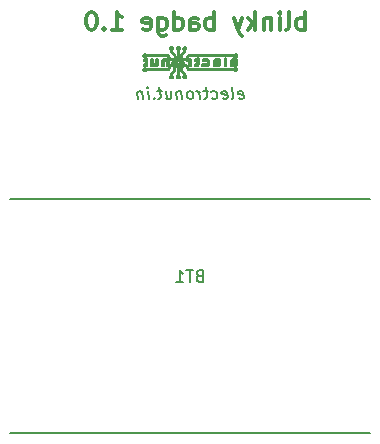
<source format=gbo>
G04 #@! TF.FileFunction,Legend,Bot*
%FSLAX46Y46*%
G04 Gerber Fmt 4.6, Leading zero omitted, Abs format (unit mm)*
G04 Created by KiCad (PCBNEW (2015-05-03 BZR 5637)-product) date 2015 September 05, Saturday 19:12:16*
%MOMM*%
G01*
G04 APERTURE LIST*
%ADD10C,0.100000*%
%ADD11C,0.200000*%
%ADD12C,0.300000*%
%ADD13C,0.150000*%
%ADD14R,5.000000X5.000000*%
%ADD15R,4.000000X4.000000*%
%ADD16C,1.651000*%
G04 APERTURE END LIST*
D10*
D11*
X152227833Y-102004762D02*
X152329024Y-102052381D01*
X152519501Y-102052381D01*
X152608786Y-102004762D01*
X152644500Y-101909524D01*
X152596881Y-101528571D01*
X152537358Y-101433333D01*
X152436167Y-101385714D01*
X152245690Y-101385714D01*
X152156405Y-101433333D01*
X152120690Y-101528571D01*
X152132595Y-101623810D01*
X152620691Y-101719048D01*
X151614739Y-102052381D02*
X151704024Y-102004762D01*
X151739738Y-101909524D01*
X151632596Y-101052381D01*
X150846880Y-102004762D02*
X150948071Y-102052381D01*
X151138548Y-102052381D01*
X151227833Y-102004762D01*
X151263547Y-101909524D01*
X151215928Y-101528571D01*
X151156405Y-101433333D01*
X151055214Y-101385714D01*
X150864737Y-101385714D01*
X150775452Y-101433333D01*
X150739737Y-101528571D01*
X150751642Y-101623810D01*
X151239738Y-101719048D01*
X149942118Y-102004762D02*
X150043309Y-102052381D01*
X150233786Y-102052381D01*
X150323071Y-102004762D01*
X150364738Y-101957143D01*
X150400452Y-101861905D01*
X150364738Y-101576190D01*
X150305214Y-101480952D01*
X150251643Y-101433333D01*
X150150452Y-101385714D01*
X149959975Y-101385714D01*
X149870690Y-101433333D01*
X149579023Y-101385714D02*
X149198071Y-101385714D01*
X149394500Y-101052381D02*
X149501642Y-101909524D01*
X149465928Y-102004762D01*
X149376643Y-102052381D01*
X149281405Y-102052381D01*
X148948071Y-102052381D02*
X148864737Y-101385714D01*
X148888547Y-101576190D02*
X148829023Y-101480952D01*
X148775452Y-101433333D01*
X148674261Y-101385714D01*
X148579022Y-101385714D01*
X148186166Y-102052381D02*
X148275451Y-102004762D01*
X148317118Y-101957143D01*
X148352832Y-101861905D01*
X148317118Y-101576190D01*
X148257594Y-101480952D01*
X148204023Y-101433333D01*
X148102832Y-101385714D01*
X147959974Y-101385714D01*
X147870689Y-101433333D01*
X147829022Y-101480952D01*
X147793308Y-101576190D01*
X147829022Y-101861905D01*
X147888546Y-101957143D01*
X147942117Y-102004762D01*
X148043308Y-102052381D01*
X148186166Y-102052381D01*
X147340927Y-101385714D02*
X147424261Y-102052381D01*
X147352832Y-101480952D02*
X147299261Y-101433333D01*
X147198070Y-101385714D01*
X147055212Y-101385714D01*
X146965927Y-101433333D01*
X146930212Y-101528571D01*
X146995689Y-102052381D01*
X146007593Y-101385714D02*
X146090927Y-102052381D01*
X146436165Y-101385714D02*
X146501641Y-101909524D01*
X146465927Y-102004762D01*
X146376642Y-102052381D01*
X146233784Y-102052381D01*
X146132593Y-102004762D01*
X146079022Y-101957143D01*
X145674260Y-101385714D02*
X145293308Y-101385714D01*
X145489737Y-101052381D02*
X145596879Y-101909524D01*
X145561165Y-102004762D01*
X145471880Y-102052381D01*
X145376642Y-102052381D01*
X145031403Y-101957143D02*
X144989736Y-102004762D01*
X145043308Y-102052381D01*
X145084974Y-102004762D01*
X145031403Y-101957143D01*
X145043308Y-102052381D01*
X144567118Y-102052381D02*
X144483784Y-101385714D01*
X144442118Y-101052381D02*
X144495689Y-101100000D01*
X144454022Y-101147619D01*
X144400451Y-101100000D01*
X144442118Y-101052381D01*
X144454022Y-101147619D01*
X144007594Y-101385714D02*
X144090928Y-102052381D01*
X144019499Y-101480952D02*
X143965928Y-101433333D01*
X143864737Y-101385714D01*
X143721879Y-101385714D01*
X143632594Y-101433333D01*
X143596879Y-101528571D01*
X143662356Y-102052381D01*
D12*
X157804285Y-96182571D02*
X157804285Y-94682571D01*
X157804285Y-95254000D02*
X157661428Y-95182571D01*
X157375714Y-95182571D01*
X157232857Y-95254000D01*
X157161428Y-95325429D01*
X157089999Y-95468286D01*
X157089999Y-95896857D01*
X157161428Y-96039714D01*
X157232857Y-96111143D01*
X157375714Y-96182571D01*
X157661428Y-96182571D01*
X157804285Y-96111143D01*
X156232856Y-96182571D02*
X156375714Y-96111143D01*
X156447142Y-95968286D01*
X156447142Y-94682571D01*
X155661428Y-96182571D02*
X155661428Y-95182571D01*
X155661428Y-94682571D02*
X155732857Y-94754000D01*
X155661428Y-94825429D01*
X155590000Y-94754000D01*
X155661428Y-94682571D01*
X155661428Y-94825429D01*
X154947142Y-95182571D02*
X154947142Y-96182571D01*
X154947142Y-95325429D02*
X154875714Y-95254000D01*
X154732856Y-95182571D01*
X154518571Y-95182571D01*
X154375714Y-95254000D01*
X154304285Y-95396857D01*
X154304285Y-96182571D01*
X153589999Y-96182571D02*
X153589999Y-94682571D01*
X153447142Y-95611143D02*
X153018571Y-96182571D01*
X153018571Y-95182571D02*
X153589999Y-95754000D01*
X152518570Y-95182571D02*
X152161427Y-96182571D01*
X151804285Y-95182571D02*
X152161427Y-96182571D01*
X152304285Y-96539714D01*
X152375713Y-96611143D01*
X152518570Y-96682571D01*
X150089999Y-96182571D02*
X150089999Y-94682571D01*
X150089999Y-95254000D02*
X149947142Y-95182571D01*
X149661428Y-95182571D01*
X149518571Y-95254000D01*
X149447142Y-95325429D01*
X149375713Y-95468286D01*
X149375713Y-95896857D01*
X149447142Y-96039714D01*
X149518571Y-96111143D01*
X149661428Y-96182571D01*
X149947142Y-96182571D01*
X150089999Y-96111143D01*
X148089999Y-96182571D02*
X148089999Y-95396857D01*
X148161428Y-95254000D01*
X148304285Y-95182571D01*
X148589999Y-95182571D01*
X148732856Y-95254000D01*
X148089999Y-96111143D02*
X148232856Y-96182571D01*
X148589999Y-96182571D01*
X148732856Y-96111143D01*
X148804285Y-95968286D01*
X148804285Y-95825429D01*
X148732856Y-95682571D01*
X148589999Y-95611143D01*
X148232856Y-95611143D01*
X148089999Y-95539714D01*
X146732856Y-96182571D02*
X146732856Y-94682571D01*
X146732856Y-96111143D02*
X146875713Y-96182571D01*
X147161427Y-96182571D01*
X147304285Y-96111143D01*
X147375713Y-96039714D01*
X147447142Y-95896857D01*
X147447142Y-95468286D01*
X147375713Y-95325429D01*
X147304285Y-95254000D01*
X147161427Y-95182571D01*
X146875713Y-95182571D01*
X146732856Y-95254000D01*
X145375713Y-95182571D02*
X145375713Y-96396857D01*
X145447142Y-96539714D01*
X145518570Y-96611143D01*
X145661427Y-96682571D01*
X145875713Y-96682571D01*
X146018570Y-96611143D01*
X145375713Y-96111143D02*
X145518570Y-96182571D01*
X145804284Y-96182571D01*
X145947142Y-96111143D01*
X146018570Y-96039714D01*
X146089999Y-95896857D01*
X146089999Y-95468286D01*
X146018570Y-95325429D01*
X145947142Y-95254000D01*
X145804284Y-95182571D01*
X145518570Y-95182571D01*
X145375713Y-95254000D01*
X144089999Y-96111143D02*
X144232856Y-96182571D01*
X144518570Y-96182571D01*
X144661427Y-96111143D01*
X144732856Y-95968286D01*
X144732856Y-95396857D01*
X144661427Y-95254000D01*
X144518570Y-95182571D01*
X144232856Y-95182571D01*
X144089999Y-95254000D01*
X144018570Y-95396857D01*
X144018570Y-95539714D01*
X144732856Y-95682571D01*
X141447142Y-96182571D02*
X142304285Y-96182571D01*
X141875713Y-96182571D02*
X141875713Y-94682571D01*
X142018570Y-94896857D01*
X142161428Y-95039714D01*
X142304285Y-95111143D01*
X140804285Y-96039714D02*
X140732857Y-96111143D01*
X140804285Y-96182571D01*
X140875714Y-96111143D01*
X140804285Y-96039714D01*
X140804285Y-96182571D01*
X139804285Y-94682571D02*
X139661428Y-94682571D01*
X139518571Y-94754000D01*
X139447142Y-94825429D01*
X139375713Y-94968286D01*
X139304285Y-95254000D01*
X139304285Y-95611143D01*
X139375713Y-95896857D01*
X139447142Y-96039714D01*
X139518571Y-96111143D01*
X139661428Y-96182571D01*
X139804285Y-96182571D01*
X139947142Y-96111143D01*
X140018571Y-96039714D01*
X140089999Y-95896857D01*
X140161428Y-95611143D01*
X140161428Y-95254000D01*
X140089999Y-94968286D01*
X140018571Y-94825429D01*
X139947142Y-94754000D01*
X139804285Y-94682571D01*
D13*
X132832000Y-110496000D02*
X163332000Y-110496000D01*
X132832000Y-130296000D02*
X163332000Y-130296000D01*
G36*
X147661000Y-100305000D02*
X147611000Y-100305000D01*
X147611000Y-100295000D01*
X147661000Y-100295000D01*
X147661000Y-100305000D01*
G37*
X147661000Y-100305000D02*
X147611000Y-100305000D01*
X147611000Y-100295000D01*
X147661000Y-100295000D01*
X147661000Y-100305000D01*
G36*
X147101000Y-100305000D02*
X147051000Y-100305000D01*
X147051000Y-100295000D01*
X147101000Y-100295000D01*
X147101000Y-100305000D01*
G37*
X147101000Y-100305000D02*
X147051000Y-100305000D01*
X147051000Y-100295000D01*
X147101000Y-100295000D01*
X147101000Y-100305000D01*
G36*
X146551000Y-100305000D02*
X146491000Y-100305000D01*
X146491000Y-100295000D01*
X146551000Y-100295000D01*
X146551000Y-100305000D01*
G37*
X146551000Y-100305000D02*
X146491000Y-100305000D01*
X146491000Y-100295000D01*
X146551000Y-100295000D01*
X146551000Y-100305000D01*
G36*
X147691000Y-100295000D02*
X147581000Y-100295000D01*
X147581000Y-100285000D01*
X147691000Y-100285000D01*
X147691000Y-100295000D01*
G37*
X147691000Y-100295000D02*
X147581000Y-100295000D01*
X147581000Y-100285000D01*
X147691000Y-100285000D01*
X147691000Y-100295000D01*
G36*
X147131000Y-100295000D02*
X147021000Y-100295000D01*
X147021000Y-100285000D01*
X147131000Y-100285000D01*
X147131000Y-100295000D01*
G37*
X147131000Y-100295000D02*
X147021000Y-100295000D01*
X147021000Y-100285000D01*
X147131000Y-100285000D01*
X147131000Y-100295000D01*
G36*
X146571000Y-100295000D02*
X146461000Y-100295000D01*
X146461000Y-100285000D01*
X146571000Y-100285000D01*
X146571000Y-100295000D01*
G37*
X146571000Y-100295000D02*
X146461000Y-100295000D01*
X146461000Y-100285000D01*
X146571000Y-100285000D01*
X146571000Y-100295000D01*
G36*
X147711000Y-100285000D02*
X147561000Y-100285000D01*
X147561000Y-100275000D01*
X147711000Y-100275000D01*
X147711000Y-100285000D01*
G37*
X147711000Y-100285000D02*
X147561000Y-100285000D01*
X147561000Y-100275000D01*
X147711000Y-100275000D01*
X147711000Y-100285000D01*
G36*
X147151000Y-100285000D02*
X147011000Y-100285000D01*
X147011000Y-100275000D01*
X147151000Y-100275000D01*
X147151000Y-100285000D01*
G37*
X147151000Y-100285000D02*
X147011000Y-100285000D01*
X147011000Y-100275000D01*
X147151000Y-100275000D01*
X147151000Y-100285000D01*
G36*
X146591000Y-100285000D02*
X146451000Y-100285000D01*
X146451000Y-100275000D01*
X146591000Y-100275000D01*
X146591000Y-100285000D01*
G37*
X146591000Y-100285000D02*
X146451000Y-100285000D01*
X146451000Y-100275000D01*
X146591000Y-100275000D01*
X146591000Y-100285000D01*
G36*
X147721000Y-100275000D02*
X147551000Y-100275000D01*
X147551000Y-100265000D01*
X147721000Y-100265000D01*
X147721000Y-100275000D01*
G37*
X147721000Y-100275000D02*
X147551000Y-100275000D01*
X147551000Y-100265000D01*
X147721000Y-100265000D01*
X147721000Y-100275000D01*
G36*
X147161000Y-100275000D02*
X146991000Y-100275000D01*
X146991000Y-100265000D01*
X147161000Y-100265000D01*
X147161000Y-100275000D01*
G37*
X147161000Y-100275000D02*
X146991000Y-100275000D01*
X146991000Y-100265000D01*
X147161000Y-100265000D01*
X147161000Y-100275000D01*
G36*
X146601000Y-100275000D02*
X146431000Y-100275000D01*
X146431000Y-100265000D01*
X146601000Y-100265000D01*
X146601000Y-100275000D01*
G37*
X146601000Y-100275000D02*
X146431000Y-100275000D01*
X146431000Y-100265000D01*
X146601000Y-100265000D01*
X146601000Y-100275000D01*
G36*
X147731000Y-100265000D02*
X147541000Y-100265000D01*
X147541000Y-100255000D01*
X147731000Y-100255000D01*
X147731000Y-100265000D01*
G37*
X147731000Y-100265000D02*
X147541000Y-100265000D01*
X147541000Y-100255000D01*
X147731000Y-100255000D01*
X147731000Y-100265000D01*
G36*
X147171000Y-100265000D02*
X146981000Y-100265000D01*
X146981000Y-100255000D01*
X147171000Y-100255000D01*
X147171000Y-100265000D01*
G37*
X147171000Y-100265000D02*
X146981000Y-100265000D01*
X146981000Y-100255000D01*
X147171000Y-100255000D01*
X147171000Y-100265000D01*
G36*
X146611000Y-100265000D02*
X146421000Y-100265000D01*
X146421000Y-100255000D01*
X146611000Y-100255000D01*
X146611000Y-100265000D01*
G37*
X146611000Y-100265000D02*
X146421000Y-100265000D01*
X146421000Y-100255000D01*
X146611000Y-100255000D01*
X146611000Y-100265000D01*
G36*
X147741000Y-100255000D02*
X147531000Y-100255000D01*
X147531000Y-100245000D01*
X147741000Y-100245000D01*
X147741000Y-100255000D01*
G37*
X147741000Y-100255000D02*
X147531000Y-100255000D01*
X147531000Y-100245000D01*
X147741000Y-100245000D01*
X147741000Y-100255000D01*
G36*
X147181000Y-100255000D02*
X146981000Y-100255000D01*
X146981000Y-100245000D01*
X147181000Y-100245000D01*
X147181000Y-100255000D01*
G37*
X147181000Y-100255000D02*
X146981000Y-100255000D01*
X146981000Y-100245000D01*
X147181000Y-100245000D01*
X147181000Y-100255000D01*
G36*
X146621000Y-100255000D02*
X146421000Y-100255000D01*
X146421000Y-100245000D01*
X146621000Y-100245000D01*
X146621000Y-100255000D01*
G37*
X146621000Y-100255000D02*
X146421000Y-100255000D01*
X146421000Y-100245000D01*
X146621000Y-100245000D01*
X146621000Y-100255000D01*
G36*
X147741000Y-100245000D02*
X147531000Y-100245000D01*
X147531000Y-100235000D01*
X147741000Y-100235000D01*
X147741000Y-100245000D01*
G37*
X147741000Y-100245000D02*
X147531000Y-100245000D01*
X147531000Y-100235000D01*
X147741000Y-100235000D01*
X147741000Y-100245000D01*
G36*
X147191000Y-100245000D02*
X146971000Y-100245000D01*
X146971000Y-100235000D01*
X147191000Y-100235000D01*
X147191000Y-100245000D01*
G37*
X147191000Y-100245000D02*
X146971000Y-100245000D01*
X146971000Y-100235000D01*
X147191000Y-100235000D01*
X147191000Y-100245000D01*
G36*
X146631000Y-100245000D02*
X146411000Y-100245000D01*
X146411000Y-100235000D01*
X146631000Y-100235000D01*
X146631000Y-100245000D01*
G37*
X146631000Y-100245000D02*
X146411000Y-100245000D01*
X146411000Y-100235000D01*
X146631000Y-100235000D01*
X146631000Y-100245000D01*
G36*
X147751000Y-100235000D02*
X147671000Y-100235000D01*
X147671000Y-100225000D01*
X147751000Y-100225000D01*
X147751000Y-100235000D01*
G37*
X147751000Y-100235000D02*
X147671000Y-100235000D01*
X147671000Y-100225000D01*
X147751000Y-100225000D01*
X147751000Y-100235000D01*
G36*
X147601000Y-100235000D02*
X147521000Y-100235000D01*
X147521000Y-100225000D01*
X147601000Y-100225000D01*
X147601000Y-100235000D01*
G37*
X147601000Y-100235000D02*
X147521000Y-100235000D01*
X147521000Y-100225000D01*
X147601000Y-100225000D01*
X147601000Y-100235000D01*
G36*
X147191000Y-100235000D02*
X147111000Y-100235000D01*
X147111000Y-100225000D01*
X147191000Y-100225000D01*
X147191000Y-100235000D01*
G37*
X147191000Y-100235000D02*
X147111000Y-100235000D01*
X147111000Y-100225000D01*
X147191000Y-100225000D01*
X147191000Y-100235000D01*
G36*
X147051000Y-100235000D02*
X146961000Y-100235000D01*
X146961000Y-100225000D01*
X147051000Y-100225000D01*
X147051000Y-100235000D01*
G37*
X147051000Y-100235000D02*
X146961000Y-100235000D01*
X146961000Y-100225000D01*
X147051000Y-100225000D01*
X147051000Y-100235000D01*
G36*
X146631000Y-100235000D02*
X146551000Y-100235000D01*
X146551000Y-100225000D01*
X146631000Y-100225000D01*
X146631000Y-100235000D01*
G37*
X146631000Y-100235000D02*
X146551000Y-100235000D01*
X146551000Y-100225000D01*
X146631000Y-100225000D01*
X146631000Y-100235000D01*
G36*
X146491000Y-100235000D02*
X146411000Y-100235000D01*
X146411000Y-100225000D01*
X146491000Y-100225000D01*
X146491000Y-100235000D01*
G37*
X146491000Y-100235000D02*
X146411000Y-100235000D01*
X146411000Y-100225000D01*
X146491000Y-100225000D01*
X146491000Y-100235000D01*
G36*
X147751000Y-100225000D02*
X147681000Y-100225000D01*
X147681000Y-100215000D01*
X147751000Y-100215000D01*
X147751000Y-100225000D01*
G37*
X147751000Y-100225000D02*
X147681000Y-100225000D01*
X147681000Y-100215000D01*
X147751000Y-100215000D01*
X147751000Y-100225000D01*
G36*
X147591000Y-100225000D02*
X147521000Y-100225000D01*
X147521000Y-100215000D01*
X147591000Y-100215000D01*
X147591000Y-100225000D01*
G37*
X147591000Y-100225000D02*
X147521000Y-100225000D01*
X147521000Y-100215000D01*
X147591000Y-100215000D01*
X147591000Y-100225000D01*
G36*
X147201000Y-100225000D02*
X147121000Y-100225000D01*
X147121000Y-100215000D01*
X147201000Y-100215000D01*
X147201000Y-100225000D01*
G37*
X147201000Y-100225000D02*
X147121000Y-100225000D01*
X147121000Y-100215000D01*
X147201000Y-100215000D01*
X147201000Y-100225000D01*
G36*
X147031000Y-100225000D02*
X146961000Y-100225000D01*
X146961000Y-100215000D01*
X147031000Y-100215000D01*
X147031000Y-100225000D01*
G37*
X147031000Y-100225000D02*
X146961000Y-100225000D01*
X146961000Y-100215000D01*
X147031000Y-100215000D01*
X147031000Y-100225000D01*
G36*
X146641000Y-100225000D02*
X146561000Y-100225000D01*
X146561000Y-100215000D01*
X146641000Y-100215000D01*
X146641000Y-100225000D01*
G37*
X146641000Y-100225000D02*
X146561000Y-100225000D01*
X146561000Y-100215000D01*
X146641000Y-100215000D01*
X146641000Y-100225000D01*
G36*
X146471000Y-100225000D02*
X146401000Y-100225000D01*
X146401000Y-100215000D01*
X146471000Y-100215000D01*
X146471000Y-100225000D01*
G37*
X146471000Y-100225000D02*
X146401000Y-100225000D01*
X146401000Y-100215000D01*
X146471000Y-100215000D01*
X146471000Y-100225000D01*
G36*
X147761000Y-100215000D02*
X147691000Y-100215000D01*
X147691000Y-100205000D01*
X147761000Y-100205000D01*
X147761000Y-100215000D01*
G37*
X147761000Y-100215000D02*
X147691000Y-100215000D01*
X147691000Y-100205000D01*
X147761000Y-100205000D01*
X147761000Y-100215000D01*
G36*
X147581000Y-100215000D02*
X147511000Y-100215000D01*
X147511000Y-100205000D01*
X147581000Y-100205000D01*
X147581000Y-100215000D01*
G37*
X147581000Y-100215000D02*
X147511000Y-100215000D01*
X147511000Y-100205000D01*
X147581000Y-100205000D01*
X147581000Y-100215000D01*
G36*
X147201000Y-100215000D02*
X147131000Y-100215000D01*
X147131000Y-100205000D01*
X147201000Y-100205000D01*
X147201000Y-100215000D01*
G37*
X147201000Y-100215000D02*
X147131000Y-100215000D01*
X147131000Y-100205000D01*
X147201000Y-100205000D01*
X147201000Y-100215000D01*
G36*
X147031000Y-100215000D02*
X146961000Y-100215000D01*
X146961000Y-100205000D01*
X147031000Y-100205000D01*
X147031000Y-100215000D01*
G37*
X147031000Y-100215000D02*
X146961000Y-100215000D01*
X146961000Y-100205000D01*
X147031000Y-100205000D01*
X147031000Y-100215000D01*
G36*
X146641000Y-100215000D02*
X146571000Y-100215000D01*
X146571000Y-100205000D01*
X146641000Y-100205000D01*
X146641000Y-100215000D01*
G37*
X146641000Y-100215000D02*
X146571000Y-100215000D01*
X146571000Y-100205000D01*
X146641000Y-100205000D01*
X146641000Y-100215000D01*
G36*
X146471000Y-100215000D02*
X146401000Y-100215000D01*
X146401000Y-100205000D01*
X146471000Y-100205000D01*
X146471000Y-100215000D01*
G37*
X146471000Y-100215000D02*
X146401000Y-100215000D01*
X146401000Y-100205000D01*
X146471000Y-100205000D01*
X146471000Y-100215000D01*
G36*
X147761000Y-100205000D02*
X147691000Y-100205000D01*
X147691000Y-100195000D01*
X147761000Y-100195000D01*
X147761000Y-100205000D01*
G37*
X147761000Y-100205000D02*
X147691000Y-100205000D01*
X147691000Y-100195000D01*
X147761000Y-100195000D01*
X147761000Y-100205000D01*
G36*
X147581000Y-100205000D02*
X147511000Y-100205000D01*
X147511000Y-100195000D01*
X147581000Y-100195000D01*
X147581000Y-100205000D01*
G37*
X147581000Y-100205000D02*
X147511000Y-100205000D01*
X147511000Y-100195000D01*
X147581000Y-100195000D01*
X147581000Y-100205000D01*
G36*
X147201000Y-100205000D02*
X147141000Y-100205000D01*
X147141000Y-100195000D01*
X147201000Y-100195000D01*
X147201000Y-100205000D01*
G37*
X147201000Y-100205000D02*
X147141000Y-100205000D01*
X147141000Y-100195000D01*
X147201000Y-100195000D01*
X147201000Y-100205000D01*
G36*
X147021000Y-100205000D02*
X146951000Y-100205000D01*
X146951000Y-100195000D01*
X147021000Y-100195000D01*
X147021000Y-100205000D01*
G37*
X147021000Y-100205000D02*
X146951000Y-100205000D01*
X146951000Y-100195000D01*
X147021000Y-100195000D01*
X147021000Y-100205000D01*
G36*
X146641000Y-100205000D02*
X146581000Y-100205000D01*
X146581000Y-100195000D01*
X146641000Y-100195000D01*
X146641000Y-100205000D01*
G37*
X146641000Y-100205000D02*
X146581000Y-100205000D01*
X146581000Y-100195000D01*
X146641000Y-100195000D01*
X146641000Y-100205000D01*
G36*
X146461000Y-100205000D02*
X146401000Y-100205000D01*
X146401000Y-100195000D01*
X146461000Y-100195000D01*
X146461000Y-100205000D01*
G37*
X146461000Y-100205000D02*
X146401000Y-100205000D01*
X146401000Y-100195000D01*
X146461000Y-100195000D01*
X146461000Y-100205000D01*
G36*
X147761000Y-100195000D02*
X147701000Y-100195000D01*
X147701000Y-100185000D01*
X147761000Y-100185000D01*
X147761000Y-100195000D01*
G37*
X147761000Y-100195000D02*
X147701000Y-100195000D01*
X147701000Y-100185000D01*
X147761000Y-100185000D01*
X147761000Y-100195000D01*
G36*
X147571000Y-100195000D02*
X147511000Y-100195000D01*
X147511000Y-100185000D01*
X147571000Y-100185000D01*
X147571000Y-100195000D01*
G37*
X147571000Y-100195000D02*
X147511000Y-100195000D01*
X147511000Y-100185000D01*
X147571000Y-100185000D01*
X147571000Y-100195000D01*
G36*
X147201000Y-100195000D02*
X147141000Y-100195000D01*
X147141000Y-100185000D01*
X147201000Y-100185000D01*
X147201000Y-100195000D01*
G37*
X147201000Y-100195000D02*
X147141000Y-100195000D01*
X147141000Y-100185000D01*
X147201000Y-100185000D01*
X147201000Y-100195000D01*
G36*
X147021000Y-100195000D02*
X146951000Y-100195000D01*
X146951000Y-100185000D01*
X147021000Y-100185000D01*
X147021000Y-100195000D01*
G37*
X147021000Y-100195000D02*
X146951000Y-100195000D01*
X146951000Y-100185000D01*
X147021000Y-100185000D01*
X147021000Y-100195000D01*
G36*
X146641000Y-100195000D02*
X146581000Y-100195000D01*
X146581000Y-100185000D01*
X146641000Y-100185000D01*
X146641000Y-100195000D01*
G37*
X146641000Y-100195000D02*
X146581000Y-100195000D01*
X146581000Y-100185000D01*
X146641000Y-100185000D01*
X146641000Y-100195000D01*
G36*
X146461000Y-100195000D02*
X146391000Y-100195000D01*
X146391000Y-100185000D01*
X146461000Y-100185000D01*
X146461000Y-100195000D01*
G37*
X146461000Y-100195000D02*
X146391000Y-100195000D01*
X146391000Y-100185000D01*
X146461000Y-100185000D01*
X146461000Y-100195000D01*
G36*
X147761000Y-100185000D02*
X147701000Y-100185000D01*
X147701000Y-100175000D01*
X147761000Y-100175000D01*
X147761000Y-100185000D01*
G37*
X147761000Y-100185000D02*
X147701000Y-100185000D01*
X147701000Y-100175000D01*
X147761000Y-100175000D01*
X147761000Y-100185000D01*
G36*
X147571000Y-100185000D02*
X147511000Y-100185000D01*
X147511000Y-100175000D01*
X147571000Y-100175000D01*
X147571000Y-100185000D01*
G37*
X147571000Y-100185000D02*
X147511000Y-100185000D01*
X147511000Y-100175000D01*
X147571000Y-100175000D01*
X147571000Y-100185000D01*
G36*
X147201000Y-100185000D02*
X147141000Y-100185000D01*
X147141000Y-100175000D01*
X147201000Y-100175000D01*
X147201000Y-100185000D01*
G37*
X147201000Y-100185000D02*
X147141000Y-100185000D01*
X147141000Y-100175000D01*
X147201000Y-100175000D01*
X147201000Y-100185000D01*
G36*
X147021000Y-100185000D02*
X146951000Y-100185000D01*
X146951000Y-100175000D01*
X147021000Y-100175000D01*
X147021000Y-100185000D01*
G37*
X147021000Y-100185000D02*
X146951000Y-100185000D01*
X146951000Y-100175000D01*
X147021000Y-100175000D01*
X147021000Y-100185000D01*
G36*
X146641000Y-100185000D02*
X146581000Y-100185000D01*
X146581000Y-100175000D01*
X146641000Y-100175000D01*
X146641000Y-100185000D01*
G37*
X146641000Y-100185000D02*
X146581000Y-100185000D01*
X146581000Y-100175000D01*
X146641000Y-100175000D01*
X146641000Y-100185000D01*
G36*
X146461000Y-100185000D02*
X146391000Y-100185000D01*
X146391000Y-100175000D01*
X146461000Y-100175000D01*
X146461000Y-100185000D01*
G37*
X146461000Y-100185000D02*
X146391000Y-100185000D01*
X146391000Y-100175000D01*
X146461000Y-100175000D01*
X146461000Y-100185000D01*
G36*
X147761000Y-100175000D02*
X147701000Y-100175000D01*
X147701000Y-100165000D01*
X147761000Y-100165000D01*
X147761000Y-100175000D01*
G37*
X147761000Y-100175000D02*
X147701000Y-100175000D01*
X147701000Y-100165000D01*
X147761000Y-100165000D01*
X147761000Y-100175000D01*
G36*
X147571000Y-100175000D02*
X147511000Y-100175000D01*
X147511000Y-100165000D01*
X147571000Y-100165000D01*
X147571000Y-100175000D01*
G37*
X147571000Y-100175000D02*
X147511000Y-100175000D01*
X147511000Y-100165000D01*
X147571000Y-100165000D01*
X147571000Y-100175000D01*
G36*
X147201000Y-100175000D02*
X147141000Y-100175000D01*
X147141000Y-100165000D01*
X147201000Y-100165000D01*
X147201000Y-100175000D01*
G37*
X147201000Y-100175000D02*
X147141000Y-100175000D01*
X147141000Y-100165000D01*
X147201000Y-100165000D01*
X147201000Y-100175000D01*
G36*
X147021000Y-100175000D02*
X146951000Y-100175000D01*
X146951000Y-100165000D01*
X147021000Y-100165000D01*
X147021000Y-100175000D01*
G37*
X147021000Y-100175000D02*
X146951000Y-100175000D01*
X146951000Y-100165000D01*
X147021000Y-100165000D01*
X147021000Y-100175000D01*
G36*
X146641000Y-100175000D02*
X146581000Y-100175000D01*
X146581000Y-100165000D01*
X146641000Y-100165000D01*
X146641000Y-100175000D01*
G37*
X146641000Y-100175000D02*
X146581000Y-100175000D01*
X146581000Y-100165000D01*
X146641000Y-100165000D01*
X146641000Y-100175000D01*
G36*
X146461000Y-100175000D02*
X146391000Y-100175000D01*
X146391000Y-100165000D01*
X146461000Y-100165000D01*
X146461000Y-100175000D01*
G37*
X146461000Y-100175000D02*
X146391000Y-100175000D01*
X146391000Y-100165000D01*
X146461000Y-100165000D01*
X146461000Y-100175000D01*
G36*
X147761000Y-100165000D02*
X147691000Y-100165000D01*
X147691000Y-100155000D01*
X147761000Y-100155000D01*
X147761000Y-100165000D01*
G37*
X147761000Y-100165000D02*
X147691000Y-100165000D01*
X147691000Y-100155000D01*
X147761000Y-100155000D01*
X147761000Y-100165000D01*
G36*
X147581000Y-100165000D02*
X147511000Y-100165000D01*
X147511000Y-100155000D01*
X147581000Y-100155000D01*
X147581000Y-100165000D01*
G37*
X147581000Y-100165000D02*
X147511000Y-100165000D01*
X147511000Y-100155000D01*
X147581000Y-100155000D01*
X147581000Y-100165000D01*
G36*
X147201000Y-100165000D02*
X147141000Y-100165000D01*
X147141000Y-100155000D01*
X147201000Y-100155000D01*
X147201000Y-100165000D01*
G37*
X147201000Y-100165000D02*
X147141000Y-100165000D01*
X147141000Y-100155000D01*
X147201000Y-100155000D01*
X147201000Y-100165000D01*
G36*
X147021000Y-100165000D02*
X146951000Y-100165000D01*
X146951000Y-100155000D01*
X147021000Y-100155000D01*
X147021000Y-100165000D01*
G37*
X147021000Y-100165000D02*
X146951000Y-100165000D01*
X146951000Y-100155000D01*
X147021000Y-100155000D01*
X147021000Y-100165000D01*
G36*
X146641000Y-100165000D02*
X146581000Y-100165000D01*
X146581000Y-100155000D01*
X146641000Y-100155000D01*
X146641000Y-100165000D01*
G37*
X146641000Y-100165000D02*
X146581000Y-100165000D01*
X146581000Y-100155000D01*
X146641000Y-100155000D01*
X146641000Y-100165000D01*
G36*
X146461000Y-100165000D02*
X146391000Y-100165000D01*
X146391000Y-100155000D01*
X146461000Y-100155000D01*
X146461000Y-100165000D01*
G37*
X146461000Y-100165000D02*
X146391000Y-100165000D01*
X146391000Y-100155000D01*
X146461000Y-100155000D01*
X146461000Y-100165000D01*
G36*
X147761000Y-100155000D02*
X147691000Y-100155000D01*
X147691000Y-100145000D01*
X147761000Y-100145000D01*
X147761000Y-100155000D01*
G37*
X147761000Y-100155000D02*
X147691000Y-100155000D01*
X147691000Y-100145000D01*
X147761000Y-100145000D01*
X147761000Y-100155000D01*
G36*
X147581000Y-100155000D02*
X147511000Y-100155000D01*
X147511000Y-100145000D01*
X147581000Y-100145000D01*
X147581000Y-100155000D01*
G37*
X147581000Y-100155000D02*
X147511000Y-100155000D01*
X147511000Y-100145000D01*
X147581000Y-100145000D01*
X147581000Y-100155000D01*
G36*
X147201000Y-100155000D02*
X147131000Y-100155000D01*
X147131000Y-100145000D01*
X147201000Y-100145000D01*
X147201000Y-100155000D01*
G37*
X147201000Y-100155000D02*
X147131000Y-100155000D01*
X147131000Y-100145000D01*
X147201000Y-100145000D01*
X147201000Y-100155000D01*
G36*
X147021000Y-100155000D02*
X146961000Y-100155000D01*
X146961000Y-100145000D01*
X147021000Y-100145000D01*
X147021000Y-100155000D01*
G37*
X147021000Y-100155000D02*
X146961000Y-100155000D01*
X146961000Y-100145000D01*
X147021000Y-100145000D01*
X147021000Y-100155000D01*
G36*
X146641000Y-100155000D02*
X146571000Y-100155000D01*
X146571000Y-100145000D01*
X146641000Y-100145000D01*
X146641000Y-100155000D01*
G37*
X146641000Y-100155000D02*
X146571000Y-100155000D01*
X146571000Y-100145000D01*
X146641000Y-100145000D01*
X146641000Y-100155000D01*
G36*
X146461000Y-100155000D02*
X146401000Y-100155000D01*
X146401000Y-100145000D01*
X146461000Y-100145000D01*
X146461000Y-100155000D01*
G37*
X146461000Y-100155000D02*
X146401000Y-100155000D01*
X146401000Y-100145000D01*
X146461000Y-100145000D01*
X146461000Y-100155000D01*
G36*
X147751000Y-100145000D02*
X147681000Y-100145000D01*
X147681000Y-100135000D01*
X147751000Y-100135000D01*
X147751000Y-100145000D01*
G37*
X147751000Y-100145000D02*
X147681000Y-100145000D01*
X147681000Y-100135000D01*
X147751000Y-100135000D01*
X147751000Y-100145000D01*
G36*
X147591000Y-100145000D02*
X147521000Y-100145000D01*
X147521000Y-100135000D01*
X147591000Y-100135000D01*
X147591000Y-100145000D01*
G37*
X147591000Y-100145000D02*
X147521000Y-100145000D01*
X147521000Y-100135000D01*
X147591000Y-100135000D01*
X147591000Y-100145000D01*
G36*
X147201000Y-100145000D02*
X147131000Y-100145000D01*
X147131000Y-100135000D01*
X147201000Y-100135000D01*
X147201000Y-100145000D01*
G37*
X147201000Y-100145000D02*
X147131000Y-100145000D01*
X147131000Y-100135000D01*
X147201000Y-100135000D01*
X147201000Y-100145000D01*
G36*
X147031000Y-100145000D02*
X146961000Y-100145000D01*
X146961000Y-100135000D01*
X147031000Y-100135000D01*
X147031000Y-100145000D01*
G37*
X147031000Y-100145000D02*
X146961000Y-100145000D01*
X146961000Y-100135000D01*
X147031000Y-100135000D01*
X147031000Y-100145000D01*
G36*
X146641000Y-100145000D02*
X146571000Y-100145000D01*
X146571000Y-100135000D01*
X146641000Y-100135000D01*
X146641000Y-100145000D01*
G37*
X146641000Y-100145000D02*
X146571000Y-100145000D01*
X146571000Y-100135000D01*
X146641000Y-100135000D01*
X146641000Y-100145000D01*
G36*
X146471000Y-100145000D02*
X146401000Y-100145000D01*
X146401000Y-100135000D01*
X146471000Y-100135000D01*
X146471000Y-100145000D01*
G37*
X146471000Y-100145000D02*
X146401000Y-100145000D01*
X146401000Y-100135000D01*
X146471000Y-100135000D01*
X146471000Y-100145000D01*
G36*
X147751000Y-100135000D02*
X147681000Y-100135000D01*
X147681000Y-100125000D01*
X147751000Y-100125000D01*
X147751000Y-100135000D01*
G37*
X147751000Y-100135000D02*
X147681000Y-100135000D01*
X147681000Y-100125000D01*
X147751000Y-100125000D01*
X147751000Y-100135000D01*
G36*
X147601000Y-100135000D02*
X147521000Y-100135000D01*
X147521000Y-100125000D01*
X147601000Y-100125000D01*
X147601000Y-100135000D01*
G37*
X147601000Y-100135000D02*
X147521000Y-100135000D01*
X147521000Y-100125000D01*
X147601000Y-100125000D01*
X147601000Y-100135000D01*
G36*
X147191000Y-100135000D02*
X147121000Y-100135000D01*
X147121000Y-100125000D01*
X147191000Y-100125000D01*
X147191000Y-100135000D01*
G37*
X147191000Y-100135000D02*
X147121000Y-100135000D01*
X147121000Y-100125000D01*
X147191000Y-100125000D01*
X147191000Y-100135000D01*
G36*
X147041000Y-100135000D02*
X146961000Y-100135000D01*
X146961000Y-100125000D01*
X147041000Y-100125000D01*
X147041000Y-100135000D01*
G37*
X147041000Y-100135000D02*
X146961000Y-100135000D01*
X146961000Y-100125000D01*
X147041000Y-100125000D01*
X147041000Y-100135000D01*
G36*
X146631000Y-100135000D02*
X146561000Y-100135000D01*
X146561000Y-100125000D01*
X146631000Y-100125000D01*
X146631000Y-100135000D01*
G37*
X146631000Y-100135000D02*
X146561000Y-100135000D01*
X146561000Y-100125000D01*
X146631000Y-100125000D01*
X146631000Y-100135000D01*
G36*
X146481000Y-100135000D02*
X146401000Y-100135000D01*
X146401000Y-100125000D01*
X146481000Y-100125000D01*
X146481000Y-100135000D01*
G37*
X146481000Y-100135000D02*
X146401000Y-100135000D01*
X146401000Y-100125000D01*
X146481000Y-100125000D01*
X146481000Y-100135000D01*
G36*
X147751000Y-100125000D02*
X147651000Y-100125000D01*
X147651000Y-100115000D01*
X147751000Y-100115000D01*
X147751000Y-100125000D01*
G37*
X147751000Y-100125000D02*
X147651000Y-100125000D01*
X147651000Y-100115000D01*
X147751000Y-100115000D01*
X147751000Y-100125000D01*
G36*
X147621000Y-100125000D02*
X147521000Y-100125000D01*
X147521000Y-100115000D01*
X147621000Y-100115000D01*
X147621000Y-100125000D01*
G37*
X147621000Y-100125000D02*
X147521000Y-100125000D01*
X147521000Y-100115000D01*
X147621000Y-100115000D01*
X147621000Y-100125000D01*
G36*
X147191000Y-100125000D02*
X147101000Y-100125000D01*
X147101000Y-100115000D01*
X147191000Y-100115000D01*
X147191000Y-100125000D01*
G37*
X147191000Y-100125000D02*
X147101000Y-100125000D01*
X147101000Y-100115000D01*
X147191000Y-100115000D01*
X147191000Y-100125000D01*
G36*
X147051000Y-100125000D02*
X146971000Y-100125000D01*
X146971000Y-100115000D01*
X147051000Y-100115000D01*
X147051000Y-100125000D01*
G37*
X147051000Y-100125000D02*
X146971000Y-100125000D01*
X146971000Y-100115000D01*
X147051000Y-100115000D01*
X147051000Y-100125000D01*
G36*
X146631000Y-100125000D02*
X146531000Y-100125000D01*
X146531000Y-100115000D01*
X146631000Y-100115000D01*
X146631000Y-100125000D01*
G37*
X146631000Y-100125000D02*
X146531000Y-100125000D01*
X146531000Y-100115000D01*
X146631000Y-100115000D01*
X146631000Y-100125000D01*
G36*
X146501000Y-100125000D02*
X146411000Y-100125000D01*
X146411000Y-100115000D01*
X146501000Y-100115000D01*
X146501000Y-100125000D01*
G37*
X146501000Y-100125000D02*
X146411000Y-100125000D01*
X146411000Y-100115000D01*
X146501000Y-100115000D01*
X146501000Y-100125000D01*
G36*
X147741000Y-100115000D02*
X147531000Y-100115000D01*
X147531000Y-100105000D01*
X147741000Y-100105000D01*
X147741000Y-100115000D01*
G37*
X147741000Y-100115000D02*
X147531000Y-100115000D01*
X147531000Y-100105000D01*
X147741000Y-100105000D01*
X147741000Y-100115000D01*
G36*
X147181000Y-100115000D02*
X146971000Y-100115000D01*
X146971000Y-100105000D01*
X147181000Y-100105000D01*
X147181000Y-100115000D01*
G37*
X147181000Y-100115000D02*
X146971000Y-100115000D01*
X146971000Y-100105000D01*
X147181000Y-100105000D01*
X147181000Y-100115000D01*
G36*
X146621000Y-100115000D02*
X146411000Y-100115000D01*
X146411000Y-100105000D01*
X146621000Y-100105000D01*
X146621000Y-100115000D01*
G37*
X146621000Y-100115000D02*
X146411000Y-100115000D01*
X146411000Y-100105000D01*
X146621000Y-100105000D01*
X146621000Y-100115000D01*
G36*
X147731000Y-100105000D02*
X147541000Y-100105000D01*
X147541000Y-100095000D01*
X147731000Y-100095000D01*
X147731000Y-100105000D01*
G37*
X147731000Y-100105000D02*
X147541000Y-100105000D01*
X147541000Y-100095000D01*
X147731000Y-100095000D01*
X147731000Y-100105000D01*
G36*
X147181000Y-100105000D02*
X146981000Y-100105000D01*
X146981000Y-100095000D01*
X147181000Y-100095000D01*
X147181000Y-100105000D01*
G37*
X147181000Y-100105000D02*
X146981000Y-100105000D01*
X146981000Y-100095000D01*
X147181000Y-100095000D01*
X147181000Y-100105000D01*
G36*
X146621000Y-100105000D02*
X146421000Y-100105000D01*
X146421000Y-100095000D01*
X146621000Y-100095000D01*
X146621000Y-100105000D01*
G37*
X146621000Y-100105000D02*
X146421000Y-100105000D01*
X146421000Y-100095000D01*
X146621000Y-100095000D01*
X146621000Y-100105000D01*
G36*
X147731000Y-100095000D02*
X147551000Y-100095000D01*
X147551000Y-100085000D01*
X147731000Y-100085000D01*
X147731000Y-100095000D01*
G37*
X147731000Y-100095000D02*
X147551000Y-100095000D01*
X147551000Y-100085000D01*
X147731000Y-100085000D01*
X147731000Y-100095000D01*
G36*
X147171000Y-100095000D02*
X146991000Y-100095000D01*
X146991000Y-100085000D01*
X147171000Y-100085000D01*
X147171000Y-100095000D01*
G37*
X147171000Y-100095000D02*
X146991000Y-100095000D01*
X146991000Y-100085000D01*
X147171000Y-100085000D01*
X147171000Y-100095000D01*
G36*
X146611000Y-100095000D02*
X146431000Y-100095000D01*
X146431000Y-100085000D01*
X146611000Y-100085000D01*
X146611000Y-100095000D01*
G37*
X146611000Y-100095000D02*
X146431000Y-100095000D01*
X146431000Y-100085000D01*
X146611000Y-100085000D01*
X146611000Y-100095000D01*
G36*
X147711000Y-100085000D02*
X147561000Y-100085000D01*
X147561000Y-100075000D01*
X147711000Y-100075000D01*
X147711000Y-100085000D01*
G37*
X147711000Y-100085000D02*
X147561000Y-100085000D01*
X147561000Y-100075000D01*
X147711000Y-100075000D01*
X147711000Y-100085000D01*
G36*
X147161000Y-100085000D02*
X147001000Y-100085000D01*
X147001000Y-100075000D01*
X147161000Y-100075000D01*
X147161000Y-100085000D01*
G37*
X147161000Y-100085000D02*
X147001000Y-100085000D01*
X147001000Y-100075000D01*
X147161000Y-100075000D01*
X147161000Y-100085000D01*
G36*
X146601000Y-100085000D02*
X146441000Y-100085000D01*
X146441000Y-100075000D01*
X146601000Y-100075000D01*
X146601000Y-100085000D01*
G37*
X146601000Y-100085000D02*
X146441000Y-100085000D01*
X146441000Y-100075000D01*
X146601000Y-100075000D01*
X146601000Y-100085000D01*
G36*
X147701000Y-100075000D02*
X147571000Y-100075000D01*
X147571000Y-100065000D01*
X147701000Y-100065000D01*
X147701000Y-100075000D01*
G37*
X147701000Y-100075000D02*
X147571000Y-100075000D01*
X147571000Y-100065000D01*
X147701000Y-100065000D01*
X147701000Y-100075000D01*
G36*
X147141000Y-100075000D02*
X147011000Y-100075000D01*
X147011000Y-100065000D01*
X147141000Y-100065000D01*
X147141000Y-100075000D01*
G37*
X147141000Y-100075000D02*
X147011000Y-100075000D01*
X147011000Y-100065000D01*
X147141000Y-100065000D01*
X147141000Y-100075000D01*
G36*
X146581000Y-100075000D02*
X146451000Y-100075000D01*
X146451000Y-100065000D01*
X146581000Y-100065000D01*
X146581000Y-100075000D01*
G37*
X146581000Y-100075000D02*
X146451000Y-100075000D01*
X146451000Y-100065000D01*
X146581000Y-100065000D01*
X146581000Y-100075000D01*
G36*
X147681000Y-100065000D02*
X147591000Y-100065000D01*
X147591000Y-100055000D01*
X147681000Y-100055000D01*
X147681000Y-100065000D01*
G37*
X147681000Y-100065000D02*
X147591000Y-100065000D01*
X147591000Y-100055000D01*
X147681000Y-100055000D01*
X147681000Y-100065000D01*
G36*
X147121000Y-100065000D02*
X147031000Y-100065000D01*
X147031000Y-100055000D01*
X147121000Y-100055000D01*
X147121000Y-100065000D01*
G37*
X147121000Y-100065000D02*
X147031000Y-100065000D01*
X147031000Y-100055000D01*
X147121000Y-100055000D01*
X147121000Y-100065000D01*
G36*
X146561000Y-100065000D02*
X146481000Y-100065000D01*
X146481000Y-100055000D01*
X146561000Y-100055000D01*
X146561000Y-100065000D01*
G37*
X146561000Y-100065000D02*
X146481000Y-100065000D01*
X146481000Y-100055000D01*
X146561000Y-100055000D01*
X146561000Y-100065000D01*
G36*
X147671000Y-100055000D02*
X147601000Y-100055000D01*
X147601000Y-100045000D01*
X147671000Y-100045000D01*
X147671000Y-100055000D01*
G37*
X147671000Y-100055000D02*
X147601000Y-100055000D01*
X147601000Y-100045000D01*
X147671000Y-100045000D01*
X147671000Y-100055000D01*
G36*
X147111000Y-100055000D02*
X147051000Y-100055000D01*
X147051000Y-100045000D01*
X147111000Y-100045000D01*
X147111000Y-100055000D01*
G37*
X147111000Y-100055000D02*
X147051000Y-100055000D01*
X147051000Y-100045000D01*
X147111000Y-100045000D01*
X147111000Y-100055000D01*
G36*
X146551000Y-100055000D02*
X146491000Y-100055000D01*
X146491000Y-100045000D01*
X146551000Y-100045000D01*
X146551000Y-100055000D01*
G37*
X146551000Y-100055000D02*
X146491000Y-100055000D01*
X146491000Y-100045000D01*
X146551000Y-100045000D01*
X146551000Y-100055000D01*
G36*
X147671000Y-100045000D02*
X147601000Y-100045000D01*
X147601000Y-100035000D01*
X147671000Y-100035000D01*
X147671000Y-100045000D01*
G37*
X147671000Y-100045000D02*
X147601000Y-100045000D01*
X147601000Y-100035000D01*
X147671000Y-100035000D01*
X147671000Y-100045000D01*
G36*
X147111000Y-100045000D02*
X147051000Y-100045000D01*
X147051000Y-100035000D01*
X147111000Y-100035000D01*
X147111000Y-100045000D01*
G37*
X147111000Y-100045000D02*
X147051000Y-100045000D01*
X147051000Y-100035000D01*
X147111000Y-100035000D01*
X147111000Y-100045000D01*
G36*
X146551000Y-100045000D02*
X146491000Y-100045000D01*
X146491000Y-100035000D01*
X146551000Y-100035000D01*
X146551000Y-100045000D01*
G37*
X146551000Y-100045000D02*
X146491000Y-100045000D01*
X146491000Y-100035000D01*
X146551000Y-100035000D01*
X146551000Y-100045000D01*
G36*
X147671000Y-100035000D02*
X147601000Y-100035000D01*
X147601000Y-100025000D01*
X147671000Y-100025000D01*
X147671000Y-100035000D01*
G37*
X147671000Y-100035000D02*
X147601000Y-100035000D01*
X147601000Y-100025000D01*
X147671000Y-100025000D01*
X147671000Y-100035000D01*
G36*
X147111000Y-100035000D02*
X147051000Y-100035000D01*
X147051000Y-100025000D01*
X147111000Y-100025000D01*
X147111000Y-100035000D01*
G37*
X147111000Y-100035000D02*
X147051000Y-100035000D01*
X147051000Y-100025000D01*
X147111000Y-100025000D01*
X147111000Y-100035000D01*
G36*
X146551000Y-100035000D02*
X146491000Y-100035000D01*
X146491000Y-100025000D01*
X146551000Y-100025000D01*
X146551000Y-100035000D01*
G37*
X146551000Y-100035000D02*
X146491000Y-100035000D01*
X146491000Y-100025000D01*
X146551000Y-100025000D01*
X146551000Y-100035000D01*
G36*
X147671000Y-100025000D02*
X147601000Y-100025000D01*
X147601000Y-100015000D01*
X147671000Y-100015000D01*
X147671000Y-100025000D01*
G37*
X147671000Y-100025000D02*
X147601000Y-100025000D01*
X147601000Y-100015000D01*
X147671000Y-100015000D01*
X147671000Y-100025000D01*
G36*
X147111000Y-100025000D02*
X147051000Y-100025000D01*
X147051000Y-100015000D01*
X147111000Y-100015000D01*
X147111000Y-100025000D01*
G37*
X147111000Y-100025000D02*
X147051000Y-100025000D01*
X147051000Y-100015000D01*
X147111000Y-100015000D01*
X147111000Y-100025000D01*
G36*
X146551000Y-100025000D02*
X146491000Y-100025000D01*
X146491000Y-100015000D01*
X146551000Y-100015000D01*
X146551000Y-100025000D01*
G37*
X146551000Y-100025000D02*
X146491000Y-100025000D01*
X146491000Y-100015000D01*
X146551000Y-100015000D01*
X146551000Y-100025000D01*
G36*
X147671000Y-100015000D02*
X147601000Y-100015000D01*
X147601000Y-100005000D01*
X147671000Y-100005000D01*
X147671000Y-100015000D01*
G37*
X147671000Y-100015000D02*
X147601000Y-100015000D01*
X147601000Y-100005000D01*
X147671000Y-100005000D01*
X147671000Y-100015000D01*
G36*
X147111000Y-100015000D02*
X147051000Y-100015000D01*
X147051000Y-100005000D01*
X147111000Y-100005000D01*
X147111000Y-100015000D01*
G37*
X147111000Y-100015000D02*
X147051000Y-100015000D01*
X147051000Y-100005000D01*
X147111000Y-100005000D01*
X147111000Y-100015000D01*
G36*
X146551000Y-100015000D02*
X146491000Y-100015000D01*
X146491000Y-100005000D01*
X146551000Y-100005000D01*
X146551000Y-100015000D01*
G37*
X146551000Y-100015000D02*
X146491000Y-100015000D01*
X146491000Y-100005000D01*
X146551000Y-100005000D01*
X146551000Y-100015000D01*
G36*
X147671000Y-100005000D02*
X147601000Y-100005000D01*
X147601000Y-99995000D01*
X147671000Y-99995000D01*
X147671000Y-100005000D01*
G37*
X147671000Y-100005000D02*
X147601000Y-100005000D01*
X147601000Y-99995000D01*
X147671000Y-99995000D01*
X147671000Y-100005000D01*
G36*
X147111000Y-100005000D02*
X147051000Y-100005000D01*
X147051000Y-99995000D01*
X147111000Y-99995000D01*
X147111000Y-100005000D01*
G37*
X147111000Y-100005000D02*
X147051000Y-100005000D01*
X147051000Y-99995000D01*
X147111000Y-99995000D01*
X147111000Y-100005000D01*
G36*
X146551000Y-100005000D02*
X146491000Y-100005000D01*
X146491000Y-99995000D01*
X146551000Y-99995000D01*
X146551000Y-100005000D01*
G37*
X146551000Y-100005000D02*
X146491000Y-100005000D01*
X146491000Y-99995000D01*
X146551000Y-99995000D01*
X146551000Y-100005000D01*
G36*
X147671000Y-99995000D02*
X147601000Y-99995000D01*
X147601000Y-99985000D01*
X147671000Y-99985000D01*
X147671000Y-99995000D01*
G37*
X147671000Y-99995000D02*
X147601000Y-99995000D01*
X147601000Y-99985000D01*
X147671000Y-99985000D01*
X147671000Y-99995000D01*
G36*
X147111000Y-99995000D02*
X147051000Y-99995000D01*
X147051000Y-99985000D01*
X147111000Y-99985000D01*
X147111000Y-99995000D01*
G37*
X147111000Y-99995000D02*
X147051000Y-99995000D01*
X147051000Y-99985000D01*
X147111000Y-99985000D01*
X147111000Y-99995000D01*
G36*
X146551000Y-99995000D02*
X146491000Y-99995000D01*
X146491000Y-99985000D01*
X146551000Y-99985000D01*
X146551000Y-99995000D01*
G37*
X146551000Y-99995000D02*
X146491000Y-99995000D01*
X146491000Y-99985000D01*
X146551000Y-99985000D01*
X146551000Y-99995000D01*
G36*
X147671000Y-99985000D02*
X147601000Y-99985000D01*
X147601000Y-99975000D01*
X147671000Y-99975000D01*
X147671000Y-99985000D01*
G37*
X147671000Y-99985000D02*
X147601000Y-99985000D01*
X147601000Y-99975000D01*
X147671000Y-99975000D01*
X147671000Y-99985000D01*
G36*
X147111000Y-99985000D02*
X147051000Y-99985000D01*
X147051000Y-99975000D01*
X147111000Y-99975000D01*
X147111000Y-99985000D01*
G37*
X147111000Y-99985000D02*
X147051000Y-99985000D01*
X147051000Y-99975000D01*
X147111000Y-99975000D01*
X147111000Y-99985000D01*
G36*
X146551000Y-99985000D02*
X146491000Y-99985000D01*
X146491000Y-99975000D01*
X146551000Y-99975000D01*
X146551000Y-99985000D01*
G37*
X146551000Y-99985000D02*
X146491000Y-99985000D01*
X146491000Y-99975000D01*
X146551000Y-99975000D01*
X146551000Y-99985000D01*
G36*
X147671000Y-99975000D02*
X147601000Y-99975000D01*
X147601000Y-99965000D01*
X147671000Y-99965000D01*
X147671000Y-99975000D01*
G37*
X147671000Y-99975000D02*
X147601000Y-99975000D01*
X147601000Y-99965000D01*
X147671000Y-99965000D01*
X147671000Y-99975000D01*
G36*
X147111000Y-99975000D02*
X147051000Y-99975000D01*
X147051000Y-99965000D01*
X147111000Y-99965000D01*
X147111000Y-99975000D01*
G37*
X147111000Y-99975000D02*
X147051000Y-99975000D01*
X147051000Y-99965000D01*
X147111000Y-99965000D01*
X147111000Y-99975000D01*
G36*
X146551000Y-99975000D02*
X146491000Y-99975000D01*
X146491000Y-99965000D01*
X146551000Y-99965000D01*
X146551000Y-99975000D01*
G37*
X146551000Y-99975000D02*
X146491000Y-99975000D01*
X146491000Y-99965000D01*
X146551000Y-99965000D01*
X146551000Y-99975000D01*
G36*
X147671000Y-99965000D02*
X147601000Y-99965000D01*
X147601000Y-99955000D01*
X147671000Y-99955000D01*
X147671000Y-99965000D01*
G37*
X147671000Y-99965000D02*
X147601000Y-99965000D01*
X147601000Y-99955000D01*
X147671000Y-99955000D01*
X147671000Y-99965000D01*
G36*
X147111000Y-99965000D02*
X147051000Y-99965000D01*
X147051000Y-99955000D01*
X147111000Y-99955000D01*
X147111000Y-99965000D01*
G37*
X147111000Y-99965000D02*
X147051000Y-99965000D01*
X147051000Y-99955000D01*
X147111000Y-99955000D01*
X147111000Y-99965000D01*
G36*
X146551000Y-99965000D02*
X146491000Y-99965000D01*
X146491000Y-99955000D01*
X146551000Y-99955000D01*
X146551000Y-99965000D01*
G37*
X146551000Y-99965000D02*
X146491000Y-99965000D01*
X146491000Y-99955000D01*
X146551000Y-99955000D01*
X146551000Y-99965000D01*
G36*
X147671000Y-99955000D02*
X147601000Y-99955000D01*
X147601000Y-99945000D01*
X147671000Y-99945000D01*
X147671000Y-99955000D01*
G37*
X147671000Y-99955000D02*
X147601000Y-99955000D01*
X147601000Y-99945000D01*
X147671000Y-99945000D01*
X147671000Y-99955000D01*
G36*
X147111000Y-99955000D02*
X147051000Y-99955000D01*
X147051000Y-99945000D01*
X147111000Y-99945000D01*
X147111000Y-99955000D01*
G37*
X147111000Y-99955000D02*
X147051000Y-99955000D01*
X147051000Y-99945000D01*
X147111000Y-99945000D01*
X147111000Y-99955000D01*
G36*
X146551000Y-99955000D02*
X146491000Y-99955000D01*
X146491000Y-99945000D01*
X146551000Y-99945000D01*
X146551000Y-99955000D01*
G37*
X146551000Y-99955000D02*
X146491000Y-99955000D01*
X146491000Y-99945000D01*
X146551000Y-99945000D01*
X146551000Y-99955000D01*
G36*
X147671000Y-99945000D02*
X147601000Y-99945000D01*
X147601000Y-99935000D01*
X147671000Y-99935000D01*
X147671000Y-99945000D01*
G37*
X147671000Y-99945000D02*
X147601000Y-99945000D01*
X147601000Y-99935000D01*
X147671000Y-99935000D01*
X147671000Y-99945000D01*
G36*
X147111000Y-99945000D02*
X147051000Y-99945000D01*
X147051000Y-99935000D01*
X147111000Y-99935000D01*
X147111000Y-99945000D01*
G37*
X147111000Y-99945000D02*
X147051000Y-99945000D01*
X147051000Y-99935000D01*
X147111000Y-99935000D01*
X147111000Y-99945000D01*
G36*
X146551000Y-99945000D02*
X146491000Y-99945000D01*
X146491000Y-99935000D01*
X146551000Y-99935000D01*
X146551000Y-99945000D01*
G37*
X146551000Y-99945000D02*
X146491000Y-99945000D01*
X146491000Y-99935000D01*
X146551000Y-99935000D01*
X146551000Y-99945000D01*
G36*
X147671000Y-99935000D02*
X147601000Y-99935000D01*
X147601000Y-99925000D01*
X147671000Y-99925000D01*
X147671000Y-99935000D01*
G37*
X147671000Y-99935000D02*
X147601000Y-99935000D01*
X147601000Y-99925000D01*
X147671000Y-99925000D01*
X147671000Y-99935000D01*
G36*
X147111000Y-99935000D02*
X147051000Y-99935000D01*
X147051000Y-99925000D01*
X147111000Y-99925000D01*
X147111000Y-99935000D01*
G37*
X147111000Y-99935000D02*
X147051000Y-99935000D01*
X147051000Y-99925000D01*
X147111000Y-99925000D01*
X147111000Y-99935000D01*
G36*
X146551000Y-99935000D02*
X146491000Y-99935000D01*
X146491000Y-99925000D01*
X146551000Y-99925000D01*
X146551000Y-99935000D01*
G37*
X146551000Y-99935000D02*
X146491000Y-99935000D01*
X146491000Y-99925000D01*
X146551000Y-99925000D01*
X146551000Y-99935000D01*
G36*
X147671000Y-99925000D02*
X147601000Y-99925000D01*
X147601000Y-99915000D01*
X147671000Y-99915000D01*
X147671000Y-99925000D01*
G37*
X147671000Y-99925000D02*
X147601000Y-99925000D01*
X147601000Y-99915000D01*
X147671000Y-99915000D01*
X147671000Y-99925000D01*
G36*
X147111000Y-99925000D02*
X147051000Y-99925000D01*
X147051000Y-99915000D01*
X147111000Y-99915000D01*
X147111000Y-99925000D01*
G37*
X147111000Y-99925000D02*
X147051000Y-99925000D01*
X147051000Y-99915000D01*
X147111000Y-99915000D01*
X147111000Y-99925000D01*
G36*
X146551000Y-99925000D02*
X146491000Y-99925000D01*
X146491000Y-99915000D01*
X146551000Y-99915000D01*
X146551000Y-99925000D01*
G37*
X146551000Y-99925000D02*
X146491000Y-99925000D01*
X146491000Y-99915000D01*
X146551000Y-99915000D01*
X146551000Y-99925000D01*
G36*
X147671000Y-99915000D02*
X147601000Y-99915000D01*
X147601000Y-99905000D01*
X147671000Y-99905000D01*
X147671000Y-99915000D01*
G37*
X147671000Y-99915000D02*
X147601000Y-99915000D01*
X147601000Y-99905000D01*
X147671000Y-99905000D01*
X147671000Y-99915000D01*
G36*
X147111000Y-99915000D02*
X147051000Y-99915000D01*
X147051000Y-99905000D01*
X147111000Y-99905000D01*
X147111000Y-99915000D01*
G37*
X147111000Y-99915000D02*
X147051000Y-99915000D01*
X147051000Y-99905000D01*
X147111000Y-99905000D01*
X147111000Y-99915000D01*
G36*
X146561000Y-99915000D02*
X146491000Y-99915000D01*
X146491000Y-99905000D01*
X146561000Y-99905000D01*
X146561000Y-99915000D01*
G37*
X146561000Y-99915000D02*
X146491000Y-99915000D01*
X146491000Y-99905000D01*
X146561000Y-99905000D01*
X146561000Y-99915000D01*
G36*
X147671000Y-99905000D02*
X147591000Y-99905000D01*
X147591000Y-99895000D01*
X147671000Y-99895000D01*
X147671000Y-99905000D01*
G37*
X147671000Y-99905000D02*
X147591000Y-99905000D01*
X147591000Y-99895000D01*
X147671000Y-99895000D01*
X147671000Y-99905000D01*
G36*
X147111000Y-99905000D02*
X147051000Y-99905000D01*
X147051000Y-99895000D01*
X147111000Y-99895000D01*
X147111000Y-99905000D01*
G37*
X147111000Y-99905000D02*
X147051000Y-99905000D01*
X147051000Y-99895000D01*
X147111000Y-99895000D01*
X147111000Y-99905000D01*
G36*
X146571000Y-99905000D02*
X146491000Y-99905000D01*
X146491000Y-99895000D01*
X146571000Y-99895000D01*
X146571000Y-99905000D01*
G37*
X146571000Y-99905000D02*
X146491000Y-99905000D01*
X146491000Y-99895000D01*
X146571000Y-99895000D01*
X146571000Y-99905000D01*
G36*
X147671000Y-99895000D02*
X147581000Y-99895000D01*
X147581000Y-99885000D01*
X147671000Y-99885000D01*
X147671000Y-99895000D01*
G37*
X147671000Y-99895000D02*
X147581000Y-99895000D01*
X147581000Y-99885000D01*
X147671000Y-99885000D01*
X147671000Y-99895000D01*
G36*
X147111000Y-99895000D02*
X147051000Y-99895000D01*
X147051000Y-99885000D01*
X147111000Y-99885000D01*
X147111000Y-99895000D01*
G37*
X147111000Y-99895000D02*
X147051000Y-99895000D01*
X147051000Y-99885000D01*
X147111000Y-99885000D01*
X147111000Y-99895000D01*
G36*
X146581000Y-99895000D02*
X146491000Y-99895000D01*
X146491000Y-99885000D01*
X146581000Y-99885000D01*
X146581000Y-99895000D01*
G37*
X146581000Y-99895000D02*
X146491000Y-99895000D01*
X146491000Y-99885000D01*
X146581000Y-99885000D01*
X146581000Y-99895000D01*
G36*
X147661000Y-99885000D02*
X147571000Y-99885000D01*
X147571000Y-99875000D01*
X147661000Y-99875000D01*
X147661000Y-99885000D01*
G37*
X147661000Y-99885000D02*
X147571000Y-99885000D01*
X147571000Y-99875000D01*
X147661000Y-99875000D01*
X147661000Y-99885000D01*
G36*
X147111000Y-99885000D02*
X147051000Y-99885000D01*
X147051000Y-99875000D01*
X147111000Y-99875000D01*
X147111000Y-99885000D01*
G37*
X147111000Y-99885000D02*
X147051000Y-99885000D01*
X147051000Y-99875000D01*
X147111000Y-99875000D01*
X147111000Y-99885000D01*
G36*
X146591000Y-99885000D02*
X146501000Y-99885000D01*
X146501000Y-99875000D01*
X146591000Y-99875000D01*
X146591000Y-99885000D01*
G37*
X146591000Y-99885000D02*
X146501000Y-99885000D01*
X146501000Y-99875000D01*
X146591000Y-99875000D01*
X146591000Y-99885000D01*
G36*
X147651000Y-99875000D02*
X147561000Y-99875000D01*
X147561000Y-99865000D01*
X147651000Y-99865000D01*
X147651000Y-99875000D01*
G37*
X147651000Y-99875000D02*
X147561000Y-99875000D01*
X147561000Y-99865000D01*
X147651000Y-99865000D01*
X147651000Y-99875000D01*
G36*
X147111000Y-99875000D02*
X147051000Y-99875000D01*
X147051000Y-99865000D01*
X147111000Y-99865000D01*
X147111000Y-99875000D01*
G37*
X147111000Y-99875000D02*
X147051000Y-99875000D01*
X147051000Y-99865000D01*
X147111000Y-99865000D01*
X147111000Y-99875000D01*
G36*
X146601000Y-99875000D02*
X146511000Y-99875000D01*
X146511000Y-99865000D01*
X146601000Y-99865000D01*
X146601000Y-99875000D01*
G37*
X146601000Y-99875000D02*
X146511000Y-99875000D01*
X146511000Y-99865000D01*
X146601000Y-99865000D01*
X146601000Y-99875000D01*
G36*
X147641000Y-99865000D02*
X147551000Y-99865000D01*
X147551000Y-99855000D01*
X147641000Y-99855000D01*
X147641000Y-99865000D01*
G37*
X147641000Y-99865000D02*
X147551000Y-99865000D01*
X147551000Y-99855000D01*
X147641000Y-99855000D01*
X147641000Y-99865000D01*
G36*
X147111000Y-99865000D02*
X147051000Y-99865000D01*
X147051000Y-99855000D01*
X147111000Y-99855000D01*
X147111000Y-99865000D01*
G37*
X147111000Y-99865000D02*
X147051000Y-99865000D01*
X147051000Y-99855000D01*
X147111000Y-99855000D01*
X147111000Y-99865000D01*
G36*
X146611000Y-99865000D02*
X146521000Y-99865000D01*
X146521000Y-99855000D01*
X146611000Y-99855000D01*
X146611000Y-99865000D01*
G37*
X146611000Y-99865000D02*
X146521000Y-99865000D01*
X146521000Y-99855000D01*
X146611000Y-99855000D01*
X146611000Y-99865000D01*
G36*
X147631000Y-99855000D02*
X147541000Y-99855000D01*
X147541000Y-99845000D01*
X147631000Y-99845000D01*
X147631000Y-99855000D01*
G37*
X147631000Y-99855000D02*
X147541000Y-99855000D01*
X147541000Y-99845000D01*
X147631000Y-99845000D01*
X147631000Y-99855000D01*
G36*
X147111000Y-99855000D02*
X147051000Y-99855000D01*
X147051000Y-99845000D01*
X147111000Y-99845000D01*
X147111000Y-99855000D01*
G37*
X147111000Y-99855000D02*
X147051000Y-99855000D01*
X147051000Y-99845000D01*
X147111000Y-99845000D01*
X147111000Y-99855000D01*
G36*
X146621000Y-99855000D02*
X146531000Y-99855000D01*
X146531000Y-99845000D01*
X146621000Y-99845000D01*
X146621000Y-99855000D01*
G37*
X146621000Y-99855000D02*
X146531000Y-99855000D01*
X146531000Y-99845000D01*
X146621000Y-99845000D01*
X146621000Y-99855000D01*
G36*
X147621000Y-99845000D02*
X147531000Y-99845000D01*
X147531000Y-99835000D01*
X147621000Y-99835000D01*
X147621000Y-99845000D01*
G37*
X147621000Y-99845000D02*
X147531000Y-99845000D01*
X147531000Y-99835000D01*
X147621000Y-99835000D01*
X147621000Y-99845000D01*
G36*
X147111000Y-99845000D02*
X147051000Y-99845000D01*
X147051000Y-99835000D01*
X147111000Y-99835000D01*
X147111000Y-99845000D01*
G37*
X147111000Y-99845000D02*
X147051000Y-99845000D01*
X147051000Y-99835000D01*
X147111000Y-99835000D01*
X147111000Y-99845000D01*
G36*
X146631000Y-99845000D02*
X146541000Y-99845000D01*
X146541000Y-99835000D01*
X146631000Y-99835000D01*
X146631000Y-99845000D01*
G37*
X146631000Y-99845000D02*
X146541000Y-99845000D01*
X146541000Y-99835000D01*
X146631000Y-99835000D01*
X146631000Y-99845000D01*
G36*
X147611000Y-99835000D02*
X147521000Y-99835000D01*
X147521000Y-99825000D01*
X147611000Y-99825000D01*
X147611000Y-99835000D01*
G37*
X147611000Y-99835000D02*
X147521000Y-99835000D01*
X147521000Y-99825000D01*
X147611000Y-99825000D01*
X147611000Y-99835000D01*
G36*
X147111000Y-99835000D02*
X147051000Y-99835000D01*
X147051000Y-99825000D01*
X147111000Y-99825000D01*
X147111000Y-99835000D01*
G37*
X147111000Y-99835000D02*
X147051000Y-99835000D01*
X147051000Y-99825000D01*
X147111000Y-99825000D01*
X147111000Y-99835000D01*
G36*
X146641000Y-99835000D02*
X146551000Y-99835000D01*
X146551000Y-99825000D01*
X146641000Y-99825000D01*
X146641000Y-99835000D01*
G37*
X146641000Y-99835000D02*
X146551000Y-99835000D01*
X146551000Y-99825000D01*
X146641000Y-99825000D01*
X146641000Y-99835000D01*
G36*
X147601000Y-99825000D02*
X147511000Y-99825000D01*
X147511000Y-99815000D01*
X147601000Y-99815000D01*
X147601000Y-99825000D01*
G37*
X147601000Y-99825000D02*
X147511000Y-99825000D01*
X147511000Y-99815000D01*
X147601000Y-99815000D01*
X147601000Y-99825000D01*
G36*
X147111000Y-99825000D02*
X147051000Y-99825000D01*
X147051000Y-99815000D01*
X147111000Y-99815000D01*
X147111000Y-99825000D01*
G37*
X147111000Y-99825000D02*
X147051000Y-99825000D01*
X147051000Y-99815000D01*
X147111000Y-99815000D01*
X147111000Y-99825000D01*
G36*
X146651000Y-99825000D02*
X146561000Y-99825000D01*
X146561000Y-99815000D01*
X146651000Y-99815000D01*
X146651000Y-99825000D01*
G37*
X146651000Y-99825000D02*
X146561000Y-99825000D01*
X146561000Y-99815000D01*
X146651000Y-99815000D01*
X146651000Y-99825000D01*
G36*
X147591000Y-99815000D02*
X147501000Y-99815000D01*
X147501000Y-99805000D01*
X147591000Y-99805000D01*
X147591000Y-99815000D01*
G37*
X147591000Y-99815000D02*
X147501000Y-99815000D01*
X147501000Y-99805000D01*
X147591000Y-99805000D01*
X147591000Y-99815000D01*
G36*
X147111000Y-99815000D02*
X147051000Y-99815000D01*
X147051000Y-99805000D01*
X147111000Y-99805000D01*
X147111000Y-99815000D01*
G37*
X147111000Y-99815000D02*
X147051000Y-99815000D01*
X147051000Y-99805000D01*
X147111000Y-99805000D01*
X147111000Y-99815000D01*
G36*
X146661000Y-99815000D02*
X146571000Y-99815000D01*
X146571000Y-99805000D01*
X146661000Y-99805000D01*
X146661000Y-99815000D01*
G37*
X146661000Y-99815000D02*
X146571000Y-99815000D01*
X146571000Y-99805000D01*
X146661000Y-99805000D01*
X146661000Y-99815000D01*
G36*
X147581000Y-99805000D02*
X147491000Y-99805000D01*
X147491000Y-99795000D01*
X147581000Y-99795000D01*
X147581000Y-99805000D01*
G37*
X147581000Y-99805000D02*
X147491000Y-99805000D01*
X147491000Y-99795000D01*
X147581000Y-99795000D01*
X147581000Y-99805000D01*
G36*
X147111000Y-99805000D02*
X147051000Y-99805000D01*
X147051000Y-99795000D01*
X147111000Y-99795000D01*
X147111000Y-99805000D01*
G37*
X147111000Y-99805000D02*
X147051000Y-99805000D01*
X147051000Y-99795000D01*
X147111000Y-99795000D01*
X147111000Y-99805000D01*
G36*
X146671000Y-99805000D02*
X146581000Y-99805000D01*
X146581000Y-99795000D01*
X146671000Y-99795000D01*
X146671000Y-99805000D01*
G37*
X146671000Y-99805000D02*
X146581000Y-99805000D01*
X146581000Y-99795000D01*
X146671000Y-99795000D01*
X146671000Y-99805000D01*
G36*
X147571000Y-99795000D02*
X147481000Y-99795000D01*
X147481000Y-99785000D01*
X147571000Y-99785000D01*
X147571000Y-99795000D01*
G37*
X147571000Y-99795000D02*
X147481000Y-99795000D01*
X147481000Y-99785000D01*
X147571000Y-99785000D01*
X147571000Y-99795000D01*
G36*
X147111000Y-99795000D02*
X147051000Y-99795000D01*
X147051000Y-99785000D01*
X147111000Y-99785000D01*
X147111000Y-99795000D01*
G37*
X147111000Y-99795000D02*
X147051000Y-99795000D01*
X147051000Y-99785000D01*
X147111000Y-99785000D01*
X147111000Y-99795000D01*
G36*
X146681000Y-99795000D02*
X146591000Y-99795000D01*
X146591000Y-99785000D01*
X146681000Y-99785000D01*
X146681000Y-99795000D01*
G37*
X146681000Y-99795000D02*
X146591000Y-99795000D01*
X146591000Y-99785000D01*
X146681000Y-99785000D01*
X146681000Y-99795000D01*
G36*
X147561000Y-99785000D02*
X147471000Y-99785000D01*
X147471000Y-99775000D01*
X147561000Y-99775000D01*
X147561000Y-99785000D01*
G37*
X147561000Y-99785000D02*
X147471000Y-99785000D01*
X147471000Y-99775000D01*
X147561000Y-99775000D01*
X147561000Y-99785000D01*
G36*
X147111000Y-99785000D02*
X147051000Y-99785000D01*
X147051000Y-99775000D01*
X147111000Y-99775000D01*
X147111000Y-99785000D01*
G37*
X147111000Y-99785000D02*
X147051000Y-99785000D01*
X147051000Y-99775000D01*
X147111000Y-99775000D01*
X147111000Y-99785000D01*
G36*
X146691000Y-99785000D02*
X146601000Y-99785000D01*
X146601000Y-99775000D01*
X146691000Y-99775000D01*
X146691000Y-99785000D01*
G37*
X146691000Y-99785000D02*
X146601000Y-99785000D01*
X146601000Y-99775000D01*
X146691000Y-99775000D01*
X146691000Y-99785000D01*
G36*
X147551000Y-99775000D02*
X147461000Y-99775000D01*
X147461000Y-99765000D01*
X147551000Y-99765000D01*
X147551000Y-99775000D01*
G37*
X147551000Y-99775000D02*
X147461000Y-99775000D01*
X147461000Y-99765000D01*
X147551000Y-99765000D01*
X147551000Y-99775000D01*
G36*
X147111000Y-99775000D02*
X147051000Y-99775000D01*
X147051000Y-99765000D01*
X147111000Y-99765000D01*
X147111000Y-99775000D01*
G37*
X147111000Y-99775000D02*
X147051000Y-99775000D01*
X147051000Y-99765000D01*
X147111000Y-99765000D01*
X147111000Y-99775000D01*
G36*
X146701000Y-99775000D02*
X146611000Y-99775000D01*
X146611000Y-99765000D01*
X146701000Y-99765000D01*
X146701000Y-99775000D01*
G37*
X146701000Y-99775000D02*
X146611000Y-99775000D01*
X146611000Y-99765000D01*
X146701000Y-99765000D01*
X146701000Y-99775000D01*
G36*
X147541000Y-99765000D02*
X147451000Y-99765000D01*
X147451000Y-99755000D01*
X147541000Y-99755000D01*
X147541000Y-99765000D01*
G37*
X147541000Y-99765000D02*
X147451000Y-99765000D01*
X147451000Y-99755000D01*
X147541000Y-99755000D01*
X147541000Y-99765000D01*
G36*
X147111000Y-99765000D02*
X147051000Y-99765000D01*
X147051000Y-99755000D01*
X147111000Y-99755000D01*
X147111000Y-99765000D01*
G37*
X147111000Y-99765000D02*
X147051000Y-99765000D01*
X147051000Y-99755000D01*
X147111000Y-99755000D01*
X147111000Y-99765000D01*
G36*
X146711000Y-99765000D02*
X146621000Y-99765000D01*
X146621000Y-99755000D01*
X146711000Y-99755000D01*
X146711000Y-99765000D01*
G37*
X146711000Y-99765000D02*
X146621000Y-99765000D01*
X146621000Y-99755000D01*
X146711000Y-99755000D01*
X146711000Y-99765000D01*
G36*
X147531000Y-99755000D02*
X147441000Y-99755000D01*
X147441000Y-99745000D01*
X147531000Y-99745000D01*
X147531000Y-99755000D01*
G37*
X147531000Y-99755000D02*
X147441000Y-99755000D01*
X147441000Y-99745000D01*
X147531000Y-99745000D01*
X147531000Y-99755000D01*
G36*
X147111000Y-99755000D02*
X147051000Y-99755000D01*
X147051000Y-99745000D01*
X147111000Y-99745000D01*
X147111000Y-99755000D01*
G37*
X147111000Y-99755000D02*
X147051000Y-99755000D01*
X147051000Y-99745000D01*
X147111000Y-99745000D01*
X147111000Y-99755000D01*
G36*
X146721000Y-99755000D02*
X146631000Y-99755000D01*
X146631000Y-99745000D01*
X146721000Y-99745000D01*
X146721000Y-99755000D01*
G37*
X146721000Y-99755000D02*
X146631000Y-99755000D01*
X146631000Y-99745000D01*
X146721000Y-99745000D01*
X146721000Y-99755000D01*
G36*
X147521000Y-99745000D02*
X147431000Y-99745000D01*
X147431000Y-99735000D01*
X147521000Y-99735000D01*
X147521000Y-99745000D01*
G37*
X147521000Y-99745000D02*
X147431000Y-99745000D01*
X147431000Y-99735000D01*
X147521000Y-99735000D01*
X147521000Y-99745000D01*
G36*
X147111000Y-99745000D02*
X147051000Y-99745000D01*
X147051000Y-99735000D01*
X147111000Y-99735000D01*
X147111000Y-99745000D01*
G37*
X147111000Y-99745000D02*
X147051000Y-99745000D01*
X147051000Y-99735000D01*
X147111000Y-99735000D01*
X147111000Y-99745000D01*
G36*
X146731000Y-99745000D02*
X146641000Y-99745000D01*
X146641000Y-99735000D01*
X146731000Y-99735000D01*
X146731000Y-99745000D01*
G37*
X146731000Y-99745000D02*
X146641000Y-99745000D01*
X146641000Y-99735000D01*
X146731000Y-99735000D01*
X146731000Y-99745000D01*
G36*
X147511000Y-99735000D02*
X147421000Y-99735000D01*
X147421000Y-99725000D01*
X147511000Y-99725000D01*
X147511000Y-99735000D01*
G37*
X147511000Y-99735000D02*
X147421000Y-99735000D01*
X147421000Y-99725000D01*
X147511000Y-99725000D01*
X147511000Y-99735000D01*
G36*
X147111000Y-99735000D02*
X147051000Y-99735000D01*
X147051000Y-99725000D01*
X147111000Y-99725000D01*
X147111000Y-99735000D01*
G37*
X147111000Y-99735000D02*
X147051000Y-99735000D01*
X147051000Y-99725000D01*
X147111000Y-99725000D01*
X147111000Y-99735000D01*
G36*
X146741000Y-99735000D02*
X146651000Y-99735000D01*
X146651000Y-99725000D01*
X146741000Y-99725000D01*
X146741000Y-99735000D01*
G37*
X146741000Y-99735000D02*
X146651000Y-99735000D01*
X146651000Y-99725000D01*
X146741000Y-99725000D01*
X146741000Y-99735000D01*
G36*
X147501000Y-99725000D02*
X147411000Y-99725000D01*
X147411000Y-99715000D01*
X147501000Y-99715000D01*
X147501000Y-99725000D01*
G37*
X147501000Y-99725000D02*
X147411000Y-99725000D01*
X147411000Y-99715000D01*
X147501000Y-99715000D01*
X147501000Y-99725000D01*
G36*
X147111000Y-99725000D02*
X147051000Y-99725000D01*
X147051000Y-99715000D01*
X147111000Y-99715000D01*
X147111000Y-99725000D01*
G37*
X147111000Y-99725000D02*
X147051000Y-99725000D01*
X147051000Y-99715000D01*
X147111000Y-99715000D01*
X147111000Y-99725000D01*
G36*
X146751000Y-99725000D02*
X146661000Y-99725000D01*
X146661000Y-99715000D01*
X146751000Y-99715000D01*
X146751000Y-99725000D01*
G37*
X146751000Y-99725000D02*
X146661000Y-99725000D01*
X146661000Y-99715000D01*
X146751000Y-99715000D01*
X146751000Y-99725000D01*
G36*
X147491000Y-99715000D02*
X147401000Y-99715000D01*
X147401000Y-99705000D01*
X147491000Y-99705000D01*
X147491000Y-99715000D01*
G37*
X147491000Y-99715000D02*
X147401000Y-99715000D01*
X147401000Y-99705000D01*
X147491000Y-99705000D01*
X147491000Y-99715000D01*
G36*
X147111000Y-99715000D02*
X147051000Y-99715000D01*
X147051000Y-99705000D01*
X147111000Y-99705000D01*
X147111000Y-99715000D01*
G37*
X147111000Y-99715000D02*
X147051000Y-99715000D01*
X147051000Y-99705000D01*
X147111000Y-99705000D01*
X147111000Y-99715000D01*
G36*
X146761000Y-99715000D02*
X146671000Y-99715000D01*
X146671000Y-99705000D01*
X146761000Y-99705000D01*
X146761000Y-99715000D01*
G37*
X146761000Y-99715000D02*
X146671000Y-99715000D01*
X146671000Y-99705000D01*
X146761000Y-99705000D01*
X146761000Y-99715000D01*
G36*
X147481000Y-99705000D02*
X147391000Y-99705000D01*
X147391000Y-99695000D01*
X147481000Y-99695000D01*
X147481000Y-99705000D01*
G37*
X147481000Y-99705000D02*
X147391000Y-99705000D01*
X147391000Y-99695000D01*
X147481000Y-99695000D01*
X147481000Y-99705000D01*
G36*
X147111000Y-99705000D02*
X147051000Y-99705000D01*
X147051000Y-99695000D01*
X147111000Y-99695000D01*
X147111000Y-99705000D01*
G37*
X147111000Y-99705000D02*
X147051000Y-99705000D01*
X147051000Y-99695000D01*
X147111000Y-99695000D01*
X147111000Y-99705000D01*
G36*
X146771000Y-99705000D02*
X146681000Y-99705000D01*
X146681000Y-99695000D01*
X146771000Y-99695000D01*
X146771000Y-99705000D01*
G37*
X146771000Y-99705000D02*
X146681000Y-99705000D01*
X146681000Y-99695000D01*
X146771000Y-99695000D01*
X146771000Y-99705000D01*
G36*
X147471000Y-99695000D02*
X147381000Y-99695000D01*
X147381000Y-99685000D01*
X147471000Y-99685000D01*
X147471000Y-99695000D01*
G37*
X147471000Y-99695000D02*
X147381000Y-99695000D01*
X147381000Y-99685000D01*
X147471000Y-99685000D01*
X147471000Y-99695000D01*
G36*
X147111000Y-99695000D02*
X147051000Y-99695000D01*
X147051000Y-99685000D01*
X147111000Y-99685000D01*
X147111000Y-99695000D01*
G37*
X147111000Y-99695000D02*
X147051000Y-99695000D01*
X147051000Y-99685000D01*
X147111000Y-99685000D01*
X147111000Y-99695000D01*
G36*
X146781000Y-99695000D02*
X146691000Y-99695000D01*
X146691000Y-99685000D01*
X146781000Y-99685000D01*
X146781000Y-99695000D01*
G37*
X146781000Y-99695000D02*
X146691000Y-99695000D01*
X146691000Y-99685000D01*
X146781000Y-99685000D01*
X146781000Y-99695000D01*
G36*
X147461000Y-99685000D02*
X147371000Y-99685000D01*
X147371000Y-99675000D01*
X147461000Y-99675000D01*
X147461000Y-99685000D01*
G37*
X147461000Y-99685000D02*
X147371000Y-99685000D01*
X147371000Y-99675000D01*
X147461000Y-99675000D01*
X147461000Y-99685000D01*
G36*
X147111000Y-99685000D02*
X147051000Y-99685000D01*
X147051000Y-99675000D01*
X147111000Y-99675000D01*
X147111000Y-99685000D01*
G37*
X147111000Y-99685000D02*
X147051000Y-99685000D01*
X147051000Y-99675000D01*
X147111000Y-99675000D01*
X147111000Y-99685000D01*
G36*
X146791000Y-99685000D02*
X146701000Y-99685000D01*
X146701000Y-99675000D01*
X146791000Y-99675000D01*
X146791000Y-99685000D01*
G37*
X146791000Y-99685000D02*
X146701000Y-99685000D01*
X146701000Y-99675000D01*
X146791000Y-99675000D01*
X146791000Y-99685000D01*
G36*
X147451000Y-99675000D02*
X147361000Y-99675000D01*
X147361000Y-99665000D01*
X147451000Y-99665000D01*
X147451000Y-99675000D01*
G37*
X147451000Y-99675000D02*
X147361000Y-99675000D01*
X147361000Y-99665000D01*
X147451000Y-99665000D01*
X147451000Y-99675000D01*
G36*
X147111000Y-99675000D02*
X147051000Y-99675000D01*
X147051000Y-99665000D01*
X147111000Y-99665000D01*
X147111000Y-99675000D01*
G37*
X147111000Y-99675000D02*
X147051000Y-99675000D01*
X147051000Y-99665000D01*
X147111000Y-99665000D01*
X147111000Y-99675000D01*
G36*
X146801000Y-99675000D02*
X146711000Y-99675000D01*
X146711000Y-99665000D01*
X146801000Y-99665000D01*
X146801000Y-99675000D01*
G37*
X146801000Y-99675000D02*
X146711000Y-99675000D01*
X146711000Y-99665000D01*
X146801000Y-99665000D01*
X146801000Y-99675000D01*
G36*
X147441000Y-99665000D02*
X147351000Y-99665000D01*
X147351000Y-99655000D01*
X147441000Y-99655000D01*
X147441000Y-99665000D01*
G37*
X147441000Y-99665000D02*
X147351000Y-99665000D01*
X147351000Y-99655000D01*
X147441000Y-99655000D01*
X147441000Y-99665000D01*
G36*
X147111000Y-99665000D02*
X147051000Y-99665000D01*
X147051000Y-99655000D01*
X147111000Y-99655000D01*
X147111000Y-99665000D01*
G37*
X147111000Y-99665000D02*
X147051000Y-99665000D01*
X147051000Y-99655000D01*
X147111000Y-99655000D01*
X147111000Y-99665000D01*
G36*
X146811000Y-99665000D02*
X146721000Y-99665000D01*
X146721000Y-99655000D01*
X146811000Y-99655000D01*
X146811000Y-99665000D01*
G37*
X146811000Y-99665000D02*
X146721000Y-99665000D01*
X146721000Y-99655000D01*
X146811000Y-99655000D01*
X146811000Y-99665000D01*
G36*
X144281000Y-99665000D02*
X144221000Y-99665000D01*
X144221000Y-99655000D01*
X144281000Y-99655000D01*
X144281000Y-99665000D01*
G37*
X144281000Y-99665000D02*
X144221000Y-99665000D01*
X144221000Y-99655000D01*
X144281000Y-99655000D01*
X144281000Y-99665000D01*
G36*
X151981000Y-99655000D02*
X151921000Y-99655000D01*
X151921000Y-99645000D01*
X151981000Y-99645000D01*
X151981000Y-99655000D01*
G37*
X151981000Y-99655000D02*
X151921000Y-99655000D01*
X151921000Y-99645000D01*
X151981000Y-99645000D01*
X151981000Y-99655000D01*
G36*
X147431000Y-99655000D02*
X147341000Y-99655000D01*
X147341000Y-99645000D01*
X147431000Y-99645000D01*
X147431000Y-99655000D01*
G37*
X147431000Y-99655000D02*
X147341000Y-99655000D01*
X147341000Y-99645000D01*
X147431000Y-99645000D01*
X147431000Y-99655000D01*
G36*
X147111000Y-99655000D02*
X147051000Y-99655000D01*
X147051000Y-99645000D01*
X147111000Y-99645000D01*
X147111000Y-99655000D01*
G37*
X147111000Y-99655000D02*
X147051000Y-99655000D01*
X147051000Y-99645000D01*
X147111000Y-99645000D01*
X147111000Y-99655000D01*
G36*
X146821000Y-99655000D02*
X146731000Y-99655000D01*
X146731000Y-99645000D01*
X146821000Y-99645000D01*
X146821000Y-99655000D01*
G37*
X146821000Y-99655000D02*
X146731000Y-99655000D01*
X146731000Y-99645000D01*
X146821000Y-99645000D01*
X146821000Y-99655000D01*
G36*
X144311000Y-99655000D02*
X144201000Y-99655000D01*
X144201000Y-99645000D01*
X144311000Y-99645000D01*
X144311000Y-99655000D01*
G37*
X144311000Y-99655000D02*
X144201000Y-99655000D01*
X144201000Y-99645000D01*
X144311000Y-99645000D01*
X144311000Y-99655000D01*
G36*
X152011000Y-99645000D02*
X151891000Y-99645000D01*
X151891000Y-99635000D01*
X152011000Y-99635000D01*
X152011000Y-99645000D01*
G37*
X152011000Y-99645000D02*
X151891000Y-99645000D01*
X151891000Y-99635000D01*
X152011000Y-99635000D01*
X152011000Y-99645000D01*
G36*
X147421000Y-99645000D02*
X147331000Y-99645000D01*
X147331000Y-99635000D01*
X147421000Y-99635000D01*
X147421000Y-99645000D01*
G37*
X147421000Y-99645000D02*
X147331000Y-99645000D01*
X147331000Y-99635000D01*
X147421000Y-99635000D01*
X147421000Y-99645000D01*
G36*
X147111000Y-99645000D02*
X147051000Y-99645000D01*
X147051000Y-99635000D01*
X147111000Y-99635000D01*
X147111000Y-99645000D01*
G37*
X147111000Y-99645000D02*
X147051000Y-99645000D01*
X147051000Y-99635000D01*
X147111000Y-99635000D01*
X147111000Y-99645000D01*
G36*
X146831000Y-99645000D02*
X146741000Y-99645000D01*
X146741000Y-99635000D01*
X146831000Y-99635000D01*
X146831000Y-99645000D01*
G37*
X146831000Y-99645000D02*
X146741000Y-99645000D01*
X146741000Y-99635000D01*
X146831000Y-99635000D01*
X146831000Y-99645000D01*
G36*
X144321000Y-99645000D02*
X144181000Y-99645000D01*
X144181000Y-99635000D01*
X144321000Y-99635000D01*
X144321000Y-99645000D01*
G37*
X144321000Y-99645000D02*
X144181000Y-99645000D01*
X144181000Y-99635000D01*
X144321000Y-99635000D01*
X144321000Y-99645000D01*
G36*
X152031000Y-99635000D02*
X151881000Y-99635000D01*
X151881000Y-99625000D01*
X152031000Y-99625000D01*
X152031000Y-99635000D01*
G37*
X152031000Y-99635000D02*
X151881000Y-99635000D01*
X151881000Y-99625000D01*
X152031000Y-99625000D01*
X152031000Y-99635000D01*
G36*
X147411000Y-99635000D02*
X147321000Y-99635000D01*
X147321000Y-99625000D01*
X147411000Y-99625000D01*
X147411000Y-99635000D01*
G37*
X147411000Y-99635000D02*
X147321000Y-99635000D01*
X147321000Y-99625000D01*
X147411000Y-99625000D01*
X147411000Y-99635000D01*
G36*
X147111000Y-99635000D02*
X147051000Y-99635000D01*
X147051000Y-99625000D01*
X147111000Y-99625000D01*
X147111000Y-99635000D01*
G37*
X147111000Y-99635000D02*
X147051000Y-99635000D01*
X147051000Y-99625000D01*
X147111000Y-99625000D01*
X147111000Y-99635000D01*
G36*
X146831000Y-99635000D02*
X146751000Y-99635000D01*
X146751000Y-99625000D01*
X146831000Y-99625000D01*
X146831000Y-99635000D01*
G37*
X146831000Y-99635000D02*
X146751000Y-99635000D01*
X146751000Y-99625000D01*
X146831000Y-99625000D01*
X146831000Y-99635000D01*
G36*
X144341000Y-99635000D02*
X144171000Y-99635000D01*
X144171000Y-99625000D01*
X144341000Y-99625000D01*
X144341000Y-99635000D01*
G37*
X144341000Y-99635000D02*
X144171000Y-99635000D01*
X144171000Y-99625000D01*
X144341000Y-99625000D01*
X144341000Y-99635000D01*
G36*
X152041000Y-99625000D02*
X151871000Y-99625000D01*
X151871000Y-99615000D01*
X152041000Y-99615000D01*
X152041000Y-99625000D01*
G37*
X152041000Y-99625000D02*
X151871000Y-99625000D01*
X151871000Y-99615000D01*
X152041000Y-99615000D01*
X152041000Y-99625000D01*
G36*
X147401000Y-99625000D02*
X147321000Y-99625000D01*
X147321000Y-99615000D01*
X147401000Y-99615000D01*
X147401000Y-99625000D01*
G37*
X147401000Y-99625000D02*
X147321000Y-99625000D01*
X147321000Y-99615000D01*
X147401000Y-99615000D01*
X147401000Y-99625000D01*
G36*
X147111000Y-99625000D02*
X147051000Y-99625000D01*
X147051000Y-99615000D01*
X147111000Y-99615000D01*
X147111000Y-99625000D01*
G37*
X147111000Y-99625000D02*
X147051000Y-99625000D01*
X147051000Y-99615000D01*
X147111000Y-99615000D01*
X147111000Y-99625000D01*
G36*
X146831000Y-99625000D02*
X146761000Y-99625000D01*
X146761000Y-99615000D01*
X146831000Y-99615000D01*
X146831000Y-99625000D01*
G37*
X146831000Y-99625000D02*
X146761000Y-99625000D01*
X146761000Y-99615000D01*
X146831000Y-99615000D01*
X146831000Y-99625000D01*
G36*
X144351000Y-99625000D02*
X144161000Y-99625000D01*
X144161000Y-99615000D01*
X144351000Y-99615000D01*
X144351000Y-99625000D01*
G37*
X144351000Y-99625000D02*
X144161000Y-99625000D01*
X144161000Y-99615000D01*
X144351000Y-99615000D01*
X144351000Y-99625000D01*
G36*
X152051000Y-99615000D02*
X151861000Y-99615000D01*
X151861000Y-99605000D01*
X152051000Y-99605000D01*
X152051000Y-99615000D01*
G37*
X152051000Y-99615000D02*
X151861000Y-99615000D01*
X151861000Y-99605000D01*
X152051000Y-99605000D01*
X152051000Y-99615000D01*
G36*
X147391000Y-99615000D02*
X147321000Y-99615000D01*
X147321000Y-99605000D01*
X147391000Y-99605000D01*
X147391000Y-99615000D01*
G37*
X147391000Y-99615000D02*
X147321000Y-99615000D01*
X147321000Y-99605000D01*
X147391000Y-99605000D01*
X147391000Y-99615000D01*
G36*
X147111000Y-99615000D02*
X147051000Y-99615000D01*
X147051000Y-99605000D01*
X147111000Y-99605000D01*
X147111000Y-99615000D01*
G37*
X147111000Y-99615000D02*
X147051000Y-99615000D01*
X147051000Y-99605000D01*
X147111000Y-99605000D01*
X147111000Y-99615000D01*
G36*
X146831000Y-99615000D02*
X146771000Y-99615000D01*
X146771000Y-99605000D01*
X146831000Y-99605000D01*
X146831000Y-99615000D01*
G37*
X146831000Y-99615000D02*
X146771000Y-99615000D01*
X146771000Y-99605000D01*
X146831000Y-99605000D01*
X146831000Y-99615000D01*
G36*
X144361000Y-99615000D02*
X144151000Y-99615000D01*
X144151000Y-99605000D01*
X144361000Y-99605000D01*
X144361000Y-99615000D01*
G37*
X144361000Y-99615000D02*
X144151000Y-99615000D01*
X144151000Y-99605000D01*
X144361000Y-99605000D01*
X144361000Y-99615000D01*
G36*
X152051000Y-99605000D02*
X151851000Y-99605000D01*
X151851000Y-99595000D01*
X152051000Y-99595000D01*
X152051000Y-99605000D01*
G37*
X152051000Y-99605000D02*
X151851000Y-99605000D01*
X151851000Y-99595000D01*
X152051000Y-99595000D01*
X152051000Y-99605000D01*
G36*
X147381000Y-99605000D02*
X147321000Y-99605000D01*
X147321000Y-99595000D01*
X147381000Y-99595000D01*
X147381000Y-99605000D01*
G37*
X147381000Y-99605000D02*
X147321000Y-99605000D01*
X147321000Y-99595000D01*
X147381000Y-99595000D01*
X147381000Y-99605000D01*
G36*
X147111000Y-99605000D02*
X147051000Y-99605000D01*
X147051000Y-99595000D01*
X147111000Y-99595000D01*
X147111000Y-99605000D01*
G37*
X147111000Y-99605000D02*
X147051000Y-99605000D01*
X147051000Y-99595000D01*
X147111000Y-99595000D01*
X147111000Y-99605000D01*
G36*
X146831000Y-99605000D02*
X146771000Y-99605000D01*
X146771000Y-99595000D01*
X146831000Y-99595000D01*
X146831000Y-99605000D01*
G37*
X146831000Y-99605000D02*
X146771000Y-99605000D01*
X146771000Y-99595000D01*
X146831000Y-99595000D01*
X146831000Y-99605000D01*
G36*
X144361000Y-99605000D02*
X144141000Y-99605000D01*
X144141000Y-99595000D01*
X144361000Y-99595000D01*
X144361000Y-99605000D01*
G37*
X144361000Y-99605000D02*
X144141000Y-99605000D01*
X144141000Y-99595000D01*
X144361000Y-99595000D01*
X144361000Y-99605000D01*
G36*
X152061000Y-99595000D02*
X151961000Y-99595000D01*
X151961000Y-99585000D01*
X152061000Y-99585000D01*
X152061000Y-99595000D01*
G37*
X152061000Y-99595000D02*
X151961000Y-99595000D01*
X151961000Y-99585000D01*
X152061000Y-99585000D01*
X152061000Y-99595000D01*
G36*
X151951000Y-99595000D02*
X151841000Y-99595000D01*
X151841000Y-99585000D01*
X151951000Y-99585000D01*
X151951000Y-99595000D01*
G37*
X151951000Y-99595000D02*
X151841000Y-99595000D01*
X151841000Y-99585000D01*
X151951000Y-99585000D01*
X151951000Y-99595000D01*
G36*
X147381000Y-99595000D02*
X147321000Y-99595000D01*
X147321000Y-99585000D01*
X147381000Y-99585000D01*
X147381000Y-99595000D01*
G37*
X147381000Y-99595000D02*
X147321000Y-99595000D01*
X147321000Y-99585000D01*
X147381000Y-99585000D01*
X147381000Y-99595000D01*
G36*
X147111000Y-99595000D02*
X147051000Y-99595000D01*
X147051000Y-99585000D01*
X147111000Y-99585000D01*
X147111000Y-99595000D01*
G37*
X147111000Y-99595000D02*
X147051000Y-99595000D01*
X147051000Y-99585000D01*
X147111000Y-99585000D01*
X147111000Y-99595000D01*
G36*
X146831000Y-99595000D02*
X146771000Y-99595000D01*
X146771000Y-99585000D01*
X146831000Y-99585000D01*
X146831000Y-99595000D01*
G37*
X146831000Y-99595000D02*
X146771000Y-99595000D01*
X146771000Y-99585000D01*
X146831000Y-99585000D01*
X146831000Y-99595000D01*
G36*
X144371000Y-99595000D02*
X144291000Y-99595000D01*
X144291000Y-99585000D01*
X144371000Y-99585000D01*
X144371000Y-99595000D01*
G37*
X144371000Y-99595000D02*
X144291000Y-99595000D01*
X144291000Y-99585000D01*
X144371000Y-99585000D01*
X144371000Y-99595000D01*
G36*
X144221000Y-99595000D02*
X144141000Y-99595000D01*
X144141000Y-99585000D01*
X144221000Y-99585000D01*
X144221000Y-99595000D01*
G37*
X144221000Y-99595000D02*
X144141000Y-99595000D01*
X144141000Y-99585000D01*
X144221000Y-99585000D01*
X144221000Y-99595000D01*
G36*
X152071000Y-99585000D02*
X151991000Y-99585000D01*
X151991000Y-99575000D01*
X152071000Y-99575000D01*
X152071000Y-99585000D01*
G37*
X152071000Y-99585000D02*
X151991000Y-99585000D01*
X151991000Y-99575000D01*
X152071000Y-99575000D01*
X152071000Y-99585000D01*
G36*
X151921000Y-99585000D02*
X151841000Y-99585000D01*
X151841000Y-99575000D01*
X151921000Y-99575000D01*
X151921000Y-99585000D01*
G37*
X151921000Y-99585000D02*
X151841000Y-99585000D01*
X151841000Y-99575000D01*
X151921000Y-99575000D01*
X151921000Y-99585000D01*
G36*
X147381000Y-99585000D02*
X147321000Y-99585000D01*
X147321000Y-99575000D01*
X147381000Y-99575000D01*
X147381000Y-99585000D01*
G37*
X147381000Y-99585000D02*
X147321000Y-99585000D01*
X147321000Y-99575000D01*
X147381000Y-99575000D01*
X147381000Y-99585000D01*
G36*
X147111000Y-99585000D02*
X147051000Y-99585000D01*
X147051000Y-99575000D01*
X147111000Y-99575000D01*
X147111000Y-99585000D01*
G37*
X147111000Y-99585000D02*
X147051000Y-99585000D01*
X147051000Y-99575000D01*
X147111000Y-99575000D01*
X147111000Y-99585000D01*
G36*
X146831000Y-99585000D02*
X146771000Y-99585000D01*
X146771000Y-99575000D01*
X146831000Y-99575000D01*
X146831000Y-99585000D01*
G37*
X146831000Y-99585000D02*
X146771000Y-99585000D01*
X146771000Y-99575000D01*
X146831000Y-99575000D01*
X146831000Y-99585000D01*
G36*
X144371000Y-99585000D02*
X144301000Y-99585000D01*
X144301000Y-99575000D01*
X144371000Y-99575000D01*
X144371000Y-99585000D01*
G37*
X144371000Y-99585000D02*
X144301000Y-99585000D01*
X144301000Y-99575000D01*
X144371000Y-99575000D01*
X144371000Y-99585000D01*
G36*
X144211000Y-99585000D02*
X144131000Y-99585000D01*
X144131000Y-99575000D01*
X144211000Y-99575000D01*
X144211000Y-99585000D01*
G37*
X144211000Y-99585000D02*
X144131000Y-99585000D01*
X144131000Y-99575000D01*
X144211000Y-99575000D01*
X144211000Y-99585000D01*
G36*
X152071000Y-99575000D02*
X152001000Y-99575000D01*
X152001000Y-99565000D01*
X152071000Y-99565000D01*
X152071000Y-99575000D01*
G37*
X152071000Y-99575000D02*
X152001000Y-99575000D01*
X152001000Y-99565000D01*
X152071000Y-99565000D01*
X152071000Y-99575000D01*
G36*
X151911000Y-99575000D02*
X147931000Y-99575000D01*
X147931000Y-99565000D01*
X151911000Y-99565000D01*
X151911000Y-99575000D01*
G37*
X151911000Y-99575000D02*
X147931000Y-99575000D01*
X147931000Y-99565000D01*
X151911000Y-99565000D01*
X151911000Y-99575000D01*
G36*
X147381000Y-99575000D02*
X147321000Y-99575000D01*
X147321000Y-99565000D01*
X147381000Y-99565000D01*
X147381000Y-99575000D01*
G37*
X147381000Y-99575000D02*
X147321000Y-99575000D01*
X147321000Y-99565000D01*
X147381000Y-99565000D01*
X147381000Y-99575000D01*
G36*
X147111000Y-99575000D02*
X147051000Y-99575000D01*
X147051000Y-99565000D01*
X147111000Y-99565000D01*
X147111000Y-99575000D01*
G37*
X147111000Y-99575000D02*
X147051000Y-99575000D01*
X147051000Y-99565000D01*
X147111000Y-99565000D01*
X147111000Y-99575000D01*
G36*
X146831000Y-99575000D02*
X146771000Y-99575000D01*
X146771000Y-99565000D01*
X146831000Y-99565000D01*
X146831000Y-99575000D01*
G37*
X146831000Y-99575000D02*
X146771000Y-99575000D01*
X146771000Y-99565000D01*
X146831000Y-99565000D01*
X146831000Y-99575000D01*
G36*
X146251000Y-99575000D02*
X144311000Y-99575000D01*
X144311000Y-99565000D01*
X146251000Y-99565000D01*
X146251000Y-99575000D01*
G37*
X146251000Y-99575000D02*
X144311000Y-99575000D01*
X144311000Y-99565000D01*
X146251000Y-99565000D01*
X146251000Y-99575000D01*
G36*
X144201000Y-99575000D02*
X144131000Y-99575000D01*
X144131000Y-99565000D01*
X144201000Y-99565000D01*
X144201000Y-99575000D01*
G37*
X144201000Y-99575000D02*
X144131000Y-99575000D01*
X144131000Y-99565000D01*
X144201000Y-99565000D01*
X144201000Y-99575000D01*
G36*
X152071000Y-99565000D02*
X152011000Y-99565000D01*
X152011000Y-99555000D01*
X152071000Y-99555000D01*
X152071000Y-99565000D01*
G37*
X152071000Y-99565000D02*
X152011000Y-99565000D01*
X152011000Y-99555000D01*
X152071000Y-99555000D01*
X152071000Y-99565000D01*
G36*
X151901000Y-99565000D02*
X147921000Y-99565000D01*
X147921000Y-99555000D01*
X151901000Y-99555000D01*
X151901000Y-99565000D01*
G37*
X151901000Y-99565000D02*
X147921000Y-99565000D01*
X147921000Y-99555000D01*
X151901000Y-99555000D01*
X151901000Y-99565000D01*
G36*
X147381000Y-99565000D02*
X147321000Y-99565000D01*
X147321000Y-99555000D01*
X147381000Y-99555000D01*
X147381000Y-99565000D01*
G37*
X147381000Y-99565000D02*
X147321000Y-99565000D01*
X147321000Y-99555000D01*
X147381000Y-99555000D01*
X147381000Y-99565000D01*
G36*
X147111000Y-99565000D02*
X147051000Y-99565000D01*
X147051000Y-99555000D01*
X147111000Y-99555000D01*
X147111000Y-99565000D01*
G37*
X147111000Y-99565000D02*
X147051000Y-99565000D01*
X147051000Y-99555000D01*
X147111000Y-99555000D01*
X147111000Y-99565000D01*
G36*
X146831000Y-99565000D02*
X146771000Y-99565000D01*
X146771000Y-99555000D01*
X146831000Y-99555000D01*
X146831000Y-99565000D01*
G37*
X146831000Y-99565000D02*
X146771000Y-99565000D01*
X146771000Y-99555000D01*
X146831000Y-99555000D01*
X146831000Y-99565000D01*
G36*
X146261000Y-99565000D02*
X144311000Y-99565000D01*
X144311000Y-99555000D01*
X146261000Y-99555000D01*
X146261000Y-99565000D01*
G37*
X146261000Y-99565000D02*
X144311000Y-99565000D01*
X144311000Y-99555000D01*
X146261000Y-99555000D01*
X146261000Y-99565000D01*
G36*
X144191000Y-99565000D02*
X144131000Y-99565000D01*
X144131000Y-99555000D01*
X144191000Y-99555000D01*
X144191000Y-99565000D01*
G37*
X144191000Y-99565000D02*
X144131000Y-99565000D01*
X144131000Y-99555000D01*
X144191000Y-99555000D01*
X144191000Y-99565000D01*
G36*
X152081000Y-99555000D02*
X152011000Y-99555000D01*
X152011000Y-99545000D01*
X152081000Y-99545000D01*
X152081000Y-99555000D01*
G37*
X152081000Y-99555000D02*
X152011000Y-99555000D01*
X152011000Y-99545000D01*
X152081000Y-99545000D01*
X152081000Y-99555000D01*
G36*
X151891000Y-99555000D02*
X147921000Y-99555000D01*
X147921000Y-99545000D01*
X151891000Y-99545000D01*
X151891000Y-99555000D01*
G37*
X151891000Y-99555000D02*
X147921000Y-99555000D01*
X147921000Y-99545000D01*
X151891000Y-99545000D01*
X151891000Y-99555000D01*
G36*
X147381000Y-99555000D02*
X147321000Y-99555000D01*
X147321000Y-99545000D01*
X147381000Y-99545000D01*
X147381000Y-99555000D01*
G37*
X147381000Y-99555000D02*
X147321000Y-99555000D01*
X147321000Y-99545000D01*
X147381000Y-99545000D01*
X147381000Y-99555000D01*
G36*
X147111000Y-99555000D02*
X147051000Y-99555000D01*
X147051000Y-99545000D01*
X147111000Y-99545000D01*
X147111000Y-99555000D01*
G37*
X147111000Y-99555000D02*
X147051000Y-99555000D01*
X147051000Y-99545000D01*
X147111000Y-99545000D01*
X147111000Y-99555000D01*
G36*
X146831000Y-99555000D02*
X146771000Y-99555000D01*
X146771000Y-99545000D01*
X146831000Y-99545000D01*
X146831000Y-99555000D01*
G37*
X146831000Y-99555000D02*
X146771000Y-99555000D01*
X146771000Y-99545000D01*
X146831000Y-99545000D01*
X146831000Y-99555000D01*
G36*
X146271000Y-99555000D02*
X144311000Y-99555000D01*
X144311000Y-99545000D01*
X146271000Y-99545000D01*
X146271000Y-99555000D01*
G37*
X146271000Y-99555000D02*
X144311000Y-99555000D01*
X144311000Y-99545000D01*
X146271000Y-99545000D01*
X146271000Y-99555000D01*
G36*
X144191000Y-99555000D02*
X144131000Y-99555000D01*
X144131000Y-99545000D01*
X144191000Y-99545000D01*
X144191000Y-99555000D01*
G37*
X144191000Y-99555000D02*
X144131000Y-99555000D01*
X144131000Y-99545000D01*
X144191000Y-99545000D01*
X144191000Y-99555000D01*
G36*
X152081000Y-99545000D02*
X152011000Y-99545000D01*
X152011000Y-99535000D01*
X152081000Y-99535000D01*
X152081000Y-99545000D01*
G37*
X152081000Y-99545000D02*
X152011000Y-99545000D01*
X152011000Y-99535000D01*
X152081000Y-99535000D01*
X152081000Y-99545000D01*
G36*
X151891000Y-99545000D02*
X147911000Y-99545000D01*
X147911000Y-99535000D01*
X151891000Y-99535000D01*
X151891000Y-99545000D01*
G37*
X151891000Y-99545000D02*
X147911000Y-99545000D01*
X147911000Y-99535000D01*
X151891000Y-99535000D01*
X151891000Y-99545000D01*
G36*
X147381000Y-99545000D02*
X147321000Y-99545000D01*
X147321000Y-99535000D01*
X147381000Y-99535000D01*
X147381000Y-99545000D01*
G37*
X147381000Y-99545000D02*
X147321000Y-99545000D01*
X147321000Y-99535000D01*
X147381000Y-99535000D01*
X147381000Y-99545000D01*
G36*
X147111000Y-99545000D02*
X147051000Y-99545000D01*
X147051000Y-99535000D01*
X147111000Y-99535000D01*
X147111000Y-99545000D01*
G37*
X147111000Y-99545000D02*
X147051000Y-99545000D01*
X147051000Y-99535000D01*
X147111000Y-99535000D01*
X147111000Y-99545000D01*
G36*
X146831000Y-99545000D02*
X146771000Y-99545000D01*
X146771000Y-99535000D01*
X146831000Y-99535000D01*
X146831000Y-99545000D01*
G37*
X146831000Y-99545000D02*
X146771000Y-99545000D01*
X146771000Y-99535000D01*
X146831000Y-99535000D01*
X146831000Y-99545000D01*
G36*
X146271000Y-99545000D02*
X144311000Y-99545000D01*
X144311000Y-99535000D01*
X146271000Y-99535000D01*
X146271000Y-99545000D01*
G37*
X146271000Y-99545000D02*
X144311000Y-99545000D01*
X144311000Y-99535000D01*
X146271000Y-99535000D01*
X146271000Y-99545000D01*
G36*
X144191000Y-99545000D02*
X144131000Y-99545000D01*
X144131000Y-99535000D01*
X144191000Y-99535000D01*
X144191000Y-99545000D01*
G37*
X144191000Y-99545000D02*
X144131000Y-99545000D01*
X144131000Y-99535000D01*
X144191000Y-99535000D01*
X144191000Y-99545000D01*
G36*
X152081000Y-99535000D02*
X152011000Y-99535000D01*
X152011000Y-99525000D01*
X152081000Y-99525000D01*
X152081000Y-99535000D01*
G37*
X152081000Y-99535000D02*
X152011000Y-99535000D01*
X152011000Y-99525000D01*
X152081000Y-99525000D01*
X152081000Y-99535000D01*
G36*
X151891000Y-99535000D02*
X147911000Y-99535000D01*
X147911000Y-99525000D01*
X151891000Y-99525000D01*
X151891000Y-99535000D01*
G37*
X151891000Y-99535000D02*
X147911000Y-99535000D01*
X147911000Y-99525000D01*
X151891000Y-99525000D01*
X151891000Y-99535000D01*
G36*
X147381000Y-99535000D02*
X147321000Y-99535000D01*
X147321000Y-99525000D01*
X147381000Y-99525000D01*
X147381000Y-99535000D01*
G37*
X147381000Y-99535000D02*
X147321000Y-99535000D01*
X147321000Y-99525000D01*
X147381000Y-99525000D01*
X147381000Y-99535000D01*
G36*
X147111000Y-99535000D02*
X147051000Y-99535000D01*
X147051000Y-99525000D01*
X147111000Y-99525000D01*
X147111000Y-99535000D01*
G37*
X147111000Y-99535000D02*
X147051000Y-99535000D01*
X147051000Y-99525000D01*
X147111000Y-99525000D01*
X147111000Y-99535000D01*
G36*
X146831000Y-99535000D02*
X146771000Y-99535000D01*
X146771000Y-99525000D01*
X146831000Y-99525000D01*
X146831000Y-99535000D01*
G37*
X146831000Y-99535000D02*
X146771000Y-99535000D01*
X146771000Y-99525000D01*
X146831000Y-99525000D01*
X146831000Y-99535000D01*
G36*
X146281000Y-99535000D02*
X144311000Y-99535000D01*
X144311000Y-99525000D01*
X146281000Y-99525000D01*
X146281000Y-99535000D01*
G37*
X146281000Y-99535000D02*
X144311000Y-99535000D01*
X144311000Y-99525000D01*
X146281000Y-99525000D01*
X146281000Y-99535000D01*
G36*
X144191000Y-99535000D02*
X144131000Y-99535000D01*
X144131000Y-99525000D01*
X144191000Y-99525000D01*
X144191000Y-99535000D01*
G37*
X144191000Y-99535000D02*
X144131000Y-99535000D01*
X144131000Y-99525000D01*
X144191000Y-99525000D01*
X144191000Y-99535000D01*
G36*
X152081000Y-99525000D02*
X152011000Y-99525000D01*
X152011000Y-99515000D01*
X152081000Y-99515000D01*
X152081000Y-99525000D01*
G37*
X152081000Y-99525000D02*
X152011000Y-99525000D01*
X152011000Y-99515000D01*
X152081000Y-99515000D01*
X152081000Y-99525000D01*
G36*
X151891000Y-99525000D02*
X147901000Y-99525000D01*
X147901000Y-99515000D01*
X151891000Y-99515000D01*
X151891000Y-99525000D01*
G37*
X151891000Y-99525000D02*
X147901000Y-99525000D01*
X147901000Y-99515000D01*
X151891000Y-99515000D01*
X151891000Y-99525000D01*
G36*
X147381000Y-99525000D02*
X147321000Y-99525000D01*
X147321000Y-99515000D01*
X147381000Y-99515000D01*
X147381000Y-99525000D01*
G37*
X147381000Y-99525000D02*
X147321000Y-99525000D01*
X147321000Y-99515000D01*
X147381000Y-99515000D01*
X147381000Y-99525000D01*
G36*
X147111000Y-99525000D02*
X147051000Y-99525000D01*
X147051000Y-99515000D01*
X147111000Y-99515000D01*
X147111000Y-99525000D01*
G37*
X147111000Y-99525000D02*
X147051000Y-99525000D01*
X147051000Y-99515000D01*
X147111000Y-99515000D01*
X147111000Y-99525000D01*
G36*
X146831000Y-99525000D02*
X146771000Y-99525000D01*
X146771000Y-99515000D01*
X146831000Y-99515000D01*
X146831000Y-99525000D01*
G37*
X146831000Y-99525000D02*
X146771000Y-99525000D01*
X146771000Y-99515000D01*
X146831000Y-99515000D01*
X146831000Y-99525000D01*
G36*
X146281000Y-99525000D02*
X144311000Y-99525000D01*
X144311000Y-99515000D01*
X146281000Y-99515000D01*
X146281000Y-99525000D01*
G37*
X146281000Y-99525000D02*
X144311000Y-99525000D01*
X144311000Y-99515000D01*
X146281000Y-99515000D01*
X146281000Y-99525000D01*
G36*
X144191000Y-99525000D02*
X144131000Y-99525000D01*
X144131000Y-99515000D01*
X144191000Y-99515000D01*
X144191000Y-99525000D01*
G37*
X144191000Y-99525000D02*
X144131000Y-99525000D01*
X144131000Y-99515000D01*
X144191000Y-99515000D01*
X144191000Y-99525000D01*
G36*
X152081000Y-99515000D02*
X152011000Y-99515000D01*
X152011000Y-99505000D01*
X152081000Y-99505000D01*
X152081000Y-99515000D01*
G37*
X152081000Y-99515000D02*
X152011000Y-99515000D01*
X152011000Y-99505000D01*
X152081000Y-99505000D01*
X152081000Y-99515000D01*
G36*
X151891000Y-99515000D02*
X147901000Y-99515000D01*
X147901000Y-99505000D01*
X151891000Y-99505000D01*
X151891000Y-99515000D01*
G37*
X151891000Y-99515000D02*
X147901000Y-99515000D01*
X147901000Y-99505000D01*
X151891000Y-99505000D01*
X151891000Y-99515000D01*
G36*
X147381000Y-99515000D02*
X147321000Y-99515000D01*
X147321000Y-99505000D01*
X147381000Y-99505000D01*
X147381000Y-99515000D01*
G37*
X147381000Y-99515000D02*
X147321000Y-99515000D01*
X147321000Y-99505000D01*
X147381000Y-99505000D01*
X147381000Y-99515000D01*
G36*
X147111000Y-99515000D02*
X147051000Y-99515000D01*
X147051000Y-99505000D01*
X147111000Y-99505000D01*
X147111000Y-99515000D01*
G37*
X147111000Y-99515000D02*
X147051000Y-99515000D01*
X147051000Y-99505000D01*
X147111000Y-99505000D01*
X147111000Y-99515000D01*
G36*
X146831000Y-99515000D02*
X146771000Y-99515000D01*
X146771000Y-99505000D01*
X146831000Y-99505000D01*
X146831000Y-99515000D01*
G37*
X146831000Y-99515000D02*
X146771000Y-99515000D01*
X146771000Y-99505000D01*
X146831000Y-99505000D01*
X146831000Y-99515000D01*
G36*
X146291000Y-99515000D02*
X146211000Y-99515000D01*
X146211000Y-99505000D01*
X146291000Y-99505000D01*
X146291000Y-99515000D01*
G37*
X146291000Y-99515000D02*
X146211000Y-99515000D01*
X146211000Y-99505000D01*
X146291000Y-99505000D01*
X146291000Y-99515000D01*
G36*
X144381000Y-99515000D02*
X144311000Y-99515000D01*
X144311000Y-99505000D01*
X144381000Y-99505000D01*
X144381000Y-99515000D01*
G37*
X144381000Y-99515000D02*
X144311000Y-99515000D01*
X144311000Y-99505000D01*
X144381000Y-99505000D01*
X144381000Y-99515000D01*
G36*
X144201000Y-99515000D02*
X144131000Y-99515000D01*
X144131000Y-99505000D01*
X144201000Y-99505000D01*
X144201000Y-99515000D01*
G37*
X144201000Y-99515000D02*
X144131000Y-99515000D01*
X144131000Y-99505000D01*
X144201000Y-99505000D01*
X144201000Y-99515000D01*
G36*
X152071000Y-99505000D02*
X152011000Y-99505000D01*
X152011000Y-99495000D01*
X152071000Y-99495000D01*
X152071000Y-99505000D01*
G37*
X152071000Y-99505000D02*
X152011000Y-99505000D01*
X152011000Y-99495000D01*
X152071000Y-99495000D01*
X152071000Y-99505000D01*
G36*
X151901000Y-99505000D02*
X151831000Y-99505000D01*
X151831000Y-99495000D01*
X151901000Y-99495000D01*
X151901000Y-99505000D01*
G37*
X151901000Y-99505000D02*
X151831000Y-99505000D01*
X151831000Y-99495000D01*
X151901000Y-99495000D01*
X151901000Y-99505000D01*
G36*
X147961000Y-99505000D02*
X147891000Y-99505000D01*
X147891000Y-99495000D01*
X147961000Y-99495000D01*
X147961000Y-99505000D01*
G37*
X147961000Y-99505000D02*
X147891000Y-99505000D01*
X147891000Y-99495000D01*
X147961000Y-99495000D01*
X147961000Y-99505000D01*
G36*
X147381000Y-99505000D02*
X147321000Y-99505000D01*
X147321000Y-99495000D01*
X147381000Y-99495000D01*
X147381000Y-99505000D01*
G37*
X147381000Y-99505000D02*
X147321000Y-99505000D01*
X147321000Y-99495000D01*
X147381000Y-99495000D01*
X147381000Y-99505000D01*
G36*
X147111000Y-99505000D02*
X147051000Y-99505000D01*
X147051000Y-99495000D01*
X147111000Y-99495000D01*
X147111000Y-99505000D01*
G37*
X147111000Y-99505000D02*
X147051000Y-99505000D01*
X147051000Y-99495000D01*
X147111000Y-99495000D01*
X147111000Y-99505000D01*
G36*
X146831000Y-99505000D02*
X146771000Y-99505000D01*
X146771000Y-99495000D01*
X146831000Y-99495000D01*
X146831000Y-99505000D01*
G37*
X146831000Y-99505000D02*
X146771000Y-99505000D01*
X146771000Y-99495000D01*
X146831000Y-99495000D01*
X146831000Y-99505000D01*
G36*
X146301000Y-99505000D02*
X146221000Y-99505000D01*
X146221000Y-99495000D01*
X146301000Y-99495000D01*
X146301000Y-99505000D01*
G37*
X146301000Y-99505000D02*
X146221000Y-99505000D01*
X146221000Y-99495000D01*
X146301000Y-99495000D01*
X146301000Y-99505000D01*
G36*
X144371000Y-99505000D02*
X144301000Y-99505000D01*
X144301000Y-99495000D01*
X144371000Y-99495000D01*
X144371000Y-99505000D01*
G37*
X144371000Y-99505000D02*
X144301000Y-99505000D01*
X144301000Y-99495000D01*
X144371000Y-99495000D01*
X144371000Y-99505000D01*
G36*
X144201000Y-99505000D02*
X144131000Y-99505000D01*
X144131000Y-99495000D01*
X144201000Y-99495000D01*
X144201000Y-99505000D01*
G37*
X144201000Y-99505000D02*
X144131000Y-99505000D01*
X144131000Y-99495000D01*
X144201000Y-99495000D01*
X144201000Y-99505000D01*
G36*
X152071000Y-99495000D02*
X152001000Y-99495000D01*
X152001000Y-99485000D01*
X152071000Y-99485000D01*
X152071000Y-99495000D01*
G37*
X152071000Y-99495000D02*
X152001000Y-99495000D01*
X152001000Y-99485000D01*
X152071000Y-99485000D01*
X152071000Y-99495000D01*
G36*
X151901000Y-99495000D02*
X151831000Y-99495000D01*
X151831000Y-99485000D01*
X151901000Y-99485000D01*
X151901000Y-99495000D01*
G37*
X151901000Y-99495000D02*
X151831000Y-99495000D01*
X151831000Y-99485000D01*
X151901000Y-99485000D01*
X151901000Y-99495000D01*
G36*
X147961000Y-99495000D02*
X147881000Y-99495000D01*
X147881000Y-99485000D01*
X147961000Y-99485000D01*
X147961000Y-99495000D01*
G37*
X147961000Y-99495000D02*
X147881000Y-99495000D01*
X147881000Y-99485000D01*
X147961000Y-99485000D01*
X147961000Y-99495000D01*
G36*
X147381000Y-99495000D02*
X147321000Y-99495000D01*
X147321000Y-99485000D01*
X147381000Y-99485000D01*
X147381000Y-99495000D01*
G37*
X147381000Y-99495000D02*
X147321000Y-99495000D01*
X147321000Y-99485000D01*
X147381000Y-99485000D01*
X147381000Y-99495000D01*
G36*
X147111000Y-99495000D02*
X147051000Y-99495000D01*
X147051000Y-99485000D01*
X147111000Y-99485000D01*
X147111000Y-99495000D01*
G37*
X147111000Y-99495000D02*
X147051000Y-99495000D01*
X147051000Y-99485000D01*
X147111000Y-99485000D01*
X147111000Y-99495000D01*
G36*
X146831000Y-99495000D02*
X146771000Y-99495000D01*
X146771000Y-99485000D01*
X146831000Y-99485000D01*
X146831000Y-99495000D01*
G37*
X146831000Y-99495000D02*
X146771000Y-99495000D01*
X146771000Y-99485000D01*
X146831000Y-99485000D01*
X146831000Y-99495000D01*
G36*
X146301000Y-99495000D02*
X146231000Y-99495000D01*
X146231000Y-99485000D01*
X146301000Y-99485000D01*
X146301000Y-99495000D01*
G37*
X146301000Y-99495000D02*
X146231000Y-99495000D01*
X146231000Y-99485000D01*
X146301000Y-99485000D01*
X146301000Y-99495000D01*
G36*
X144371000Y-99495000D02*
X144291000Y-99495000D01*
X144291000Y-99485000D01*
X144371000Y-99485000D01*
X144371000Y-99495000D01*
G37*
X144371000Y-99495000D02*
X144291000Y-99495000D01*
X144291000Y-99485000D01*
X144371000Y-99485000D01*
X144371000Y-99495000D01*
G36*
X144211000Y-99495000D02*
X144141000Y-99495000D01*
X144141000Y-99485000D01*
X144211000Y-99485000D01*
X144211000Y-99495000D01*
G37*
X144211000Y-99495000D02*
X144141000Y-99495000D01*
X144141000Y-99485000D01*
X144211000Y-99485000D01*
X144211000Y-99495000D01*
G36*
X152071000Y-99485000D02*
X151991000Y-99485000D01*
X151991000Y-99475000D01*
X152071000Y-99475000D01*
X152071000Y-99485000D01*
G37*
X152071000Y-99485000D02*
X151991000Y-99485000D01*
X151991000Y-99475000D01*
X152071000Y-99475000D01*
X152071000Y-99485000D01*
G36*
X151911000Y-99485000D02*
X151841000Y-99485000D01*
X151841000Y-99475000D01*
X151911000Y-99475000D01*
X151911000Y-99485000D01*
G37*
X151911000Y-99485000D02*
X151841000Y-99485000D01*
X151841000Y-99475000D01*
X151911000Y-99475000D01*
X151911000Y-99485000D01*
G36*
X147951000Y-99485000D02*
X147881000Y-99485000D01*
X147881000Y-99475000D01*
X147951000Y-99475000D01*
X147951000Y-99485000D01*
G37*
X147951000Y-99485000D02*
X147881000Y-99485000D01*
X147881000Y-99475000D01*
X147951000Y-99475000D01*
X147951000Y-99485000D01*
G36*
X147391000Y-99485000D02*
X147311000Y-99485000D01*
X147311000Y-99475000D01*
X147391000Y-99475000D01*
X147391000Y-99485000D01*
G37*
X147391000Y-99485000D02*
X147311000Y-99485000D01*
X147311000Y-99475000D01*
X147391000Y-99475000D01*
X147391000Y-99485000D01*
G36*
X147121000Y-99485000D02*
X147041000Y-99485000D01*
X147041000Y-99475000D01*
X147121000Y-99475000D01*
X147121000Y-99485000D01*
G37*
X147121000Y-99485000D02*
X147041000Y-99485000D01*
X147041000Y-99475000D01*
X147121000Y-99475000D01*
X147121000Y-99485000D01*
G36*
X146841000Y-99485000D02*
X146761000Y-99485000D01*
X146761000Y-99475000D01*
X146841000Y-99475000D01*
X146841000Y-99485000D01*
G37*
X146841000Y-99485000D02*
X146761000Y-99485000D01*
X146761000Y-99475000D01*
X146841000Y-99475000D01*
X146841000Y-99485000D01*
G36*
X146311000Y-99485000D02*
X146231000Y-99485000D01*
X146231000Y-99475000D01*
X146311000Y-99475000D01*
X146311000Y-99485000D01*
G37*
X146311000Y-99485000D02*
X146231000Y-99485000D01*
X146231000Y-99475000D01*
X146311000Y-99475000D01*
X146311000Y-99485000D01*
G36*
X144361000Y-99485000D02*
X144271000Y-99485000D01*
X144271000Y-99475000D01*
X144361000Y-99475000D01*
X144361000Y-99485000D01*
G37*
X144361000Y-99485000D02*
X144271000Y-99485000D01*
X144271000Y-99475000D01*
X144361000Y-99475000D01*
X144361000Y-99485000D01*
G36*
X144231000Y-99485000D02*
X144141000Y-99485000D01*
X144141000Y-99475000D01*
X144231000Y-99475000D01*
X144231000Y-99485000D01*
G37*
X144231000Y-99485000D02*
X144141000Y-99485000D01*
X144141000Y-99475000D01*
X144231000Y-99475000D01*
X144231000Y-99485000D01*
G36*
X152061000Y-99475000D02*
X151971000Y-99475000D01*
X151971000Y-99465000D01*
X152061000Y-99465000D01*
X152061000Y-99475000D01*
G37*
X152061000Y-99475000D02*
X151971000Y-99475000D01*
X151971000Y-99465000D01*
X152061000Y-99465000D01*
X152061000Y-99475000D01*
G36*
X151931000Y-99475000D02*
X151841000Y-99475000D01*
X151841000Y-99465000D01*
X151931000Y-99465000D01*
X151931000Y-99475000D01*
G37*
X151931000Y-99475000D02*
X151841000Y-99475000D01*
X151841000Y-99465000D01*
X151931000Y-99465000D01*
X151931000Y-99475000D01*
G36*
X147951000Y-99475000D02*
X147871000Y-99475000D01*
X147871000Y-99465000D01*
X147951000Y-99465000D01*
X147951000Y-99475000D01*
G37*
X147951000Y-99475000D02*
X147871000Y-99475000D01*
X147871000Y-99465000D01*
X147951000Y-99465000D01*
X147951000Y-99475000D01*
G36*
X147321000Y-99475000D02*
X147311000Y-99475000D01*
X147311000Y-99465000D01*
X147321000Y-99465000D01*
X147321000Y-99475000D01*
G37*
X147321000Y-99475000D02*
X147311000Y-99475000D01*
X147311000Y-99465000D01*
X147321000Y-99465000D01*
X147321000Y-99475000D01*
G36*
X147121000Y-99475000D02*
X147111000Y-99475000D01*
X147111000Y-99465000D01*
X147121000Y-99465000D01*
X147121000Y-99475000D01*
G37*
X147121000Y-99475000D02*
X147111000Y-99475000D01*
X147111000Y-99465000D01*
X147121000Y-99465000D01*
X147121000Y-99475000D01*
G36*
X147051000Y-99475000D02*
X147041000Y-99475000D01*
X147041000Y-99465000D01*
X147051000Y-99465000D01*
X147051000Y-99475000D01*
G37*
X147051000Y-99475000D02*
X147041000Y-99475000D01*
X147041000Y-99465000D01*
X147051000Y-99465000D01*
X147051000Y-99475000D01*
G36*
X146771000Y-99475000D02*
X146761000Y-99475000D01*
X146761000Y-99465000D01*
X146771000Y-99465000D01*
X146771000Y-99475000D01*
G37*
X146771000Y-99475000D02*
X146761000Y-99475000D01*
X146761000Y-99465000D01*
X146771000Y-99465000D01*
X146771000Y-99475000D01*
G36*
X146311000Y-99475000D02*
X146241000Y-99475000D01*
X146241000Y-99465000D01*
X146311000Y-99465000D01*
X146311000Y-99475000D01*
G37*
X146311000Y-99475000D02*
X146241000Y-99475000D01*
X146241000Y-99465000D01*
X146311000Y-99465000D01*
X146311000Y-99475000D01*
G36*
X144361000Y-99475000D02*
X144151000Y-99475000D01*
X144151000Y-99465000D01*
X144361000Y-99465000D01*
X144361000Y-99475000D01*
G37*
X144361000Y-99475000D02*
X144151000Y-99475000D01*
X144151000Y-99465000D01*
X144361000Y-99465000D01*
X144361000Y-99475000D01*
G36*
X152061000Y-99465000D02*
X151851000Y-99465000D01*
X151851000Y-99455000D01*
X152061000Y-99455000D01*
X152061000Y-99465000D01*
G37*
X152061000Y-99465000D02*
X151851000Y-99465000D01*
X151851000Y-99455000D01*
X152061000Y-99455000D01*
X152061000Y-99465000D01*
G36*
X147941000Y-99465000D02*
X147871000Y-99465000D01*
X147871000Y-99455000D01*
X147941000Y-99455000D01*
X147941000Y-99465000D01*
G37*
X147941000Y-99465000D02*
X147871000Y-99465000D01*
X147871000Y-99455000D01*
X147941000Y-99455000D01*
X147941000Y-99465000D01*
G36*
X147321000Y-99465000D02*
X147311000Y-99465000D01*
X147311000Y-99455000D01*
X147321000Y-99455000D01*
X147321000Y-99465000D01*
G37*
X147321000Y-99465000D02*
X147311000Y-99465000D01*
X147311000Y-99455000D01*
X147321000Y-99455000D01*
X147321000Y-99465000D01*
G36*
X147121000Y-99465000D02*
X147111000Y-99465000D01*
X147111000Y-99455000D01*
X147121000Y-99455000D01*
X147121000Y-99465000D01*
G37*
X147121000Y-99465000D02*
X147111000Y-99465000D01*
X147111000Y-99455000D01*
X147121000Y-99455000D01*
X147121000Y-99465000D01*
G36*
X147051000Y-99465000D02*
X147041000Y-99465000D01*
X147041000Y-99455000D01*
X147051000Y-99455000D01*
X147051000Y-99465000D01*
G37*
X147051000Y-99465000D02*
X147041000Y-99465000D01*
X147041000Y-99455000D01*
X147051000Y-99455000D01*
X147051000Y-99465000D01*
G36*
X146771000Y-99465000D02*
X146761000Y-99465000D01*
X146761000Y-99455000D01*
X146771000Y-99455000D01*
X146771000Y-99465000D01*
G37*
X146771000Y-99465000D02*
X146761000Y-99465000D01*
X146761000Y-99455000D01*
X146771000Y-99455000D01*
X146771000Y-99465000D01*
G36*
X146321000Y-99465000D02*
X146251000Y-99465000D01*
X146251000Y-99455000D01*
X146321000Y-99455000D01*
X146321000Y-99465000D01*
G37*
X146321000Y-99465000D02*
X146251000Y-99465000D01*
X146251000Y-99455000D01*
X146321000Y-99455000D01*
X146321000Y-99465000D01*
G36*
X144351000Y-99465000D02*
X144151000Y-99465000D01*
X144151000Y-99455000D01*
X144351000Y-99455000D01*
X144351000Y-99465000D01*
G37*
X144351000Y-99465000D02*
X144151000Y-99465000D01*
X144151000Y-99455000D01*
X144351000Y-99455000D01*
X144351000Y-99465000D01*
G36*
X152051000Y-99455000D02*
X151851000Y-99455000D01*
X151851000Y-99445000D01*
X152051000Y-99445000D01*
X152051000Y-99455000D01*
G37*
X152051000Y-99455000D02*
X151851000Y-99455000D01*
X151851000Y-99445000D01*
X152051000Y-99445000D01*
X152051000Y-99455000D01*
G36*
X147931000Y-99455000D02*
X147861000Y-99455000D01*
X147861000Y-99445000D01*
X147931000Y-99445000D01*
X147931000Y-99455000D01*
G37*
X147931000Y-99455000D02*
X147861000Y-99455000D01*
X147861000Y-99445000D01*
X147931000Y-99445000D01*
X147931000Y-99455000D01*
G36*
X147321000Y-99455000D02*
X147311000Y-99455000D01*
X147311000Y-99445000D01*
X147321000Y-99445000D01*
X147321000Y-99455000D01*
G37*
X147321000Y-99455000D02*
X147311000Y-99455000D01*
X147311000Y-99445000D01*
X147321000Y-99445000D01*
X147321000Y-99455000D01*
G36*
X147121000Y-99455000D02*
X147111000Y-99455000D01*
X147111000Y-99445000D01*
X147121000Y-99445000D01*
X147121000Y-99455000D01*
G37*
X147121000Y-99455000D02*
X147111000Y-99455000D01*
X147111000Y-99445000D01*
X147121000Y-99445000D01*
X147121000Y-99455000D01*
G36*
X147051000Y-99455000D02*
X147041000Y-99455000D01*
X147041000Y-99445000D01*
X147051000Y-99445000D01*
X147051000Y-99455000D01*
G37*
X147051000Y-99455000D02*
X147041000Y-99455000D01*
X147041000Y-99445000D01*
X147051000Y-99445000D01*
X147051000Y-99455000D01*
G36*
X146771000Y-99455000D02*
X146761000Y-99455000D01*
X146761000Y-99445000D01*
X146771000Y-99445000D01*
X146771000Y-99455000D01*
G37*
X146771000Y-99455000D02*
X146761000Y-99455000D01*
X146761000Y-99445000D01*
X146771000Y-99445000D01*
X146771000Y-99455000D01*
G36*
X146321000Y-99455000D02*
X146251000Y-99455000D01*
X146251000Y-99445000D01*
X146321000Y-99445000D01*
X146321000Y-99455000D01*
G37*
X146321000Y-99455000D02*
X146251000Y-99455000D01*
X146251000Y-99445000D01*
X146321000Y-99445000D01*
X146321000Y-99455000D01*
G36*
X144341000Y-99455000D02*
X144161000Y-99455000D01*
X144161000Y-99445000D01*
X144341000Y-99445000D01*
X144341000Y-99455000D01*
G37*
X144341000Y-99455000D02*
X144161000Y-99455000D01*
X144161000Y-99445000D01*
X144341000Y-99445000D01*
X144341000Y-99455000D01*
G36*
X152041000Y-99445000D02*
X151861000Y-99445000D01*
X151861000Y-99435000D01*
X152041000Y-99435000D01*
X152041000Y-99445000D01*
G37*
X152041000Y-99445000D02*
X151861000Y-99445000D01*
X151861000Y-99435000D01*
X152041000Y-99435000D01*
X152041000Y-99445000D01*
G36*
X147931000Y-99445000D02*
X147861000Y-99445000D01*
X147861000Y-99435000D01*
X147931000Y-99435000D01*
X147931000Y-99445000D01*
G37*
X147931000Y-99445000D02*
X147861000Y-99445000D01*
X147861000Y-99435000D01*
X147931000Y-99435000D01*
X147931000Y-99445000D01*
G36*
X147321000Y-99445000D02*
X147311000Y-99445000D01*
X147311000Y-99435000D01*
X147321000Y-99435000D01*
X147321000Y-99445000D01*
G37*
X147321000Y-99445000D02*
X147311000Y-99445000D01*
X147311000Y-99435000D01*
X147321000Y-99435000D01*
X147321000Y-99445000D01*
G36*
X147121000Y-99445000D02*
X147111000Y-99445000D01*
X147111000Y-99435000D01*
X147121000Y-99435000D01*
X147121000Y-99445000D01*
G37*
X147121000Y-99445000D02*
X147111000Y-99445000D01*
X147111000Y-99435000D01*
X147121000Y-99435000D01*
X147121000Y-99445000D01*
G36*
X147051000Y-99445000D02*
X147041000Y-99445000D01*
X147041000Y-99435000D01*
X147051000Y-99435000D01*
X147051000Y-99445000D01*
G37*
X147051000Y-99445000D02*
X147041000Y-99445000D01*
X147041000Y-99435000D01*
X147051000Y-99435000D01*
X147051000Y-99445000D01*
G36*
X146771000Y-99445000D02*
X146761000Y-99445000D01*
X146761000Y-99435000D01*
X146771000Y-99435000D01*
X146771000Y-99445000D01*
G37*
X146771000Y-99445000D02*
X146761000Y-99445000D01*
X146761000Y-99435000D01*
X146771000Y-99435000D01*
X146771000Y-99445000D01*
G36*
X146331000Y-99445000D02*
X146261000Y-99445000D01*
X146261000Y-99435000D01*
X146331000Y-99435000D01*
X146331000Y-99445000D01*
G37*
X146331000Y-99445000D02*
X146261000Y-99445000D01*
X146261000Y-99435000D01*
X146331000Y-99435000D01*
X146331000Y-99445000D01*
G36*
X144331000Y-99445000D02*
X144171000Y-99445000D01*
X144171000Y-99435000D01*
X144331000Y-99435000D01*
X144331000Y-99445000D01*
G37*
X144331000Y-99445000D02*
X144171000Y-99445000D01*
X144171000Y-99435000D01*
X144331000Y-99435000D01*
X144331000Y-99445000D01*
G36*
X152031000Y-99435000D02*
X151871000Y-99435000D01*
X151871000Y-99425000D01*
X152031000Y-99425000D01*
X152031000Y-99435000D01*
G37*
X152031000Y-99435000D02*
X151871000Y-99435000D01*
X151871000Y-99425000D01*
X152031000Y-99425000D01*
X152031000Y-99435000D01*
G36*
X147921000Y-99435000D02*
X147851000Y-99435000D01*
X147851000Y-99425000D01*
X147921000Y-99425000D01*
X147921000Y-99435000D01*
G37*
X147921000Y-99435000D02*
X147851000Y-99435000D01*
X147851000Y-99425000D01*
X147921000Y-99425000D01*
X147921000Y-99435000D01*
G36*
X147321000Y-99435000D02*
X147311000Y-99435000D01*
X147311000Y-99425000D01*
X147321000Y-99425000D01*
X147321000Y-99435000D01*
G37*
X147321000Y-99435000D02*
X147311000Y-99435000D01*
X147311000Y-99425000D01*
X147321000Y-99425000D01*
X147321000Y-99435000D01*
G36*
X147121000Y-99435000D02*
X147111000Y-99435000D01*
X147111000Y-99425000D01*
X147121000Y-99425000D01*
X147121000Y-99435000D01*
G37*
X147121000Y-99435000D02*
X147111000Y-99435000D01*
X147111000Y-99425000D01*
X147121000Y-99425000D01*
X147121000Y-99435000D01*
G36*
X147051000Y-99435000D02*
X147041000Y-99435000D01*
X147041000Y-99425000D01*
X147051000Y-99425000D01*
X147051000Y-99435000D01*
G37*
X147051000Y-99435000D02*
X147041000Y-99435000D01*
X147041000Y-99425000D01*
X147051000Y-99425000D01*
X147051000Y-99435000D01*
G36*
X146771000Y-99435000D02*
X146761000Y-99435000D01*
X146761000Y-99425000D01*
X146771000Y-99425000D01*
X146771000Y-99435000D01*
G37*
X146771000Y-99435000D02*
X146761000Y-99435000D01*
X146761000Y-99425000D01*
X146771000Y-99425000D01*
X146771000Y-99435000D01*
G36*
X146341000Y-99435000D02*
X146261000Y-99435000D01*
X146261000Y-99425000D01*
X146341000Y-99425000D01*
X146341000Y-99435000D01*
G37*
X146341000Y-99435000D02*
X146261000Y-99435000D01*
X146261000Y-99425000D01*
X146341000Y-99425000D01*
X146341000Y-99435000D01*
G36*
X144321000Y-99435000D02*
X144191000Y-99435000D01*
X144191000Y-99425000D01*
X144321000Y-99425000D01*
X144321000Y-99435000D01*
G37*
X144321000Y-99435000D02*
X144191000Y-99435000D01*
X144191000Y-99425000D01*
X144321000Y-99425000D01*
X144321000Y-99435000D01*
G36*
X152021000Y-99425000D02*
X151891000Y-99425000D01*
X151891000Y-99415000D01*
X152021000Y-99415000D01*
X152021000Y-99425000D01*
G37*
X152021000Y-99425000D02*
X151891000Y-99425000D01*
X151891000Y-99415000D01*
X152021000Y-99415000D01*
X152021000Y-99425000D01*
G36*
X147921000Y-99425000D02*
X147841000Y-99425000D01*
X147841000Y-99415000D01*
X147921000Y-99415000D01*
X147921000Y-99425000D01*
G37*
X147921000Y-99425000D02*
X147841000Y-99425000D01*
X147841000Y-99415000D01*
X147921000Y-99415000D01*
X147921000Y-99425000D01*
G36*
X147321000Y-99425000D02*
X147311000Y-99425000D01*
X147311000Y-99415000D01*
X147321000Y-99415000D01*
X147321000Y-99425000D01*
G37*
X147321000Y-99425000D02*
X147311000Y-99425000D01*
X147311000Y-99415000D01*
X147321000Y-99415000D01*
X147321000Y-99425000D01*
G36*
X147121000Y-99425000D02*
X147111000Y-99425000D01*
X147111000Y-99415000D01*
X147121000Y-99415000D01*
X147121000Y-99425000D01*
G37*
X147121000Y-99425000D02*
X147111000Y-99425000D01*
X147111000Y-99415000D01*
X147121000Y-99415000D01*
X147121000Y-99425000D01*
G36*
X147051000Y-99425000D02*
X147041000Y-99425000D01*
X147041000Y-99415000D01*
X147051000Y-99415000D01*
X147051000Y-99425000D01*
G37*
X147051000Y-99425000D02*
X147041000Y-99425000D01*
X147041000Y-99415000D01*
X147051000Y-99415000D01*
X147051000Y-99425000D01*
G36*
X146771000Y-99425000D02*
X146761000Y-99425000D01*
X146761000Y-99415000D01*
X146771000Y-99415000D01*
X146771000Y-99425000D01*
G37*
X146771000Y-99425000D02*
X146761000Y-99425000D01*
X146761000Y-99415000D01*
X146771000Y-99415000D01*
X146771000Y-99425000D01*
G36*
X146341000Y-99425000D02*
X146271000Y-99425000D01*
X146271000Y-99415000D01*
X146341000Y-99415000D01*
X146341000Y-99425000D01*
G37*
X146341000Y-99425000D02*
X146271000Y-99425000D01*
X146271000Y-99415000D01*
X146341000Y-99415000D01*
X146341000Y-99425000D01*
G36*
X144301000Y-99425000D02*
X144211000Y-99425000D01*
X144211000Y-99415000D01*
X144301000Y-99415000D01*
X144301000Y-99425000D01*
G37*
X144301000Y-99425000D02*
X144211000Y-99425000D01*
X144211000Y-99415000D01*
X144301000Y-99415000D01*
X144301000Y-99425000D01*
G36*
X151991000Y-99415000D02*
X151911000Y-99415000D01*
X151911000Y-99405000D01*
X151991000Y-99405000D01*
X151991000Y-99415000D01*
G37*
X151991000Y-99415000D02*
X151911000Y-99415000D01*
X151911000Y-99405000D01*
X151991000Y-99405000D01*
X151991000Y-99415000D01*
G36*
X147911000Y-99415000D02*
X147841000Y-99415000D01*
X147841000Y-99405000D01*
X147911000Y-99405000D01*
X147911000Y-99415000D01*
G37*
X147911000Y-99415000D02*
X147841000Y-99415000D01*
X147841000Y-99405000D01*
X147911000Y-99405000D01*
X147911000Y-99415000D01*
G36*
X147321000Y-99415000D02*
X147311000Y-99415000D01*
X147311000Y-99405000D01*
X147321000Y-99405000D01*
X147321000Y-99415000D01*
G37*
X147321000Y-99415000D02*
X147311000Y-99415000D01*
X147311000Y-99405000D01*
X147321000Y-99405000D01*
X147321000Y-99415000D01*
G36*
X147121000Y-99415000D02*
X147111000Y-99415000D01*
X147111000Y-99405000D01*
X147121000Y-99405000D01*
X147121000Y-99415000D01*
G37*
X147121000Y-99415000D02*
X147111000Y-99415000D01*
X147111000Y-99405000D01*
X147121000Y-99405000D01*
X147121000Y-99415000D01*
G36*
X147051000Y-99415000D02*
X147041000Y-99415000D01*
X147041000Y-99405000D01*
X147051000Y-99405000D01*
X147051000Y-99415000D01*
G37*
X147051000Y-99415000D02*
X147041000Y-99415000D01*
X147041000Y-99405000D01*
X147051000Y-99405000D01*
X147051000Y-99415000D01*
G36*
X146771000Y-99415000D02*
X146761000Y-99415000D01*
X146761000Y-99405000D01*
X146771000Y-99405000D01*
X146771000Y-99415000D01*
G37*
X146771000Y-99415000D02*
X146761000Y-99415000D01*
X146761000Y-99405000D01*
X146771000Y-99405000D01*
X146771000Y-99415000D01*
G36*
X146351000Y-99415000D02*
X146271000Y-99415000D01*
X146271000Y-99405000D01*
X146351000Y-99405000D01*
X146351000Y-99415000D01*
G37*
X146351000Y-99415000D02*
X146271000Y-99415000D01*
X146271000Y-99405000D01*
X146351000Y-99405000D01*
X146351000Y-99415000D01*
G36*
X147901000Y-99405000D02*
X147831000Y-99405000D01*
X147831000Y-99395000D01*
X147901000Y-99395000D01*
X147901000Y-99405000D01*
G37*
X147901000Y-99405000D02*
X147831000Y-99405000D01*
X147831000Y-99395000D01*
X147901000Y-99395000D01*
X147901000Y-99405000D01*
G36*
X147321000Y-99405000D02*
X147311000Y-99405000D01*
X147311000Y-99395000D01*
X147321000Y-99395000D01*
X147321000Y-99405000D01*
G37*
X147321000Y-99405000D02*
X147311000Y-99405000D01*
X147311000Y-99395000D01*
X147321000Y-99395000D01*
X147321000Y-99405000D01*
G36*
X147121000Y-99405000D02*
X147111000Y-99405000D01*
X147111000Y-99395000D01*
X147121000Y-99395000D01*
X147121000Y-99405000D01*
G37*
X147121000Y-99405000D02*
X147111000Y-99405000D01*
X147111000Y-99395000D01*
X147121000Y-99395000D01*
X147121000Y-99405000D01*
G36*
X147051000Y-99405000D02*
X147041000Y-99405000D01*
X147041000Y-99395000D01*
X147051000Y-99395000D01*
X147051000Y-99405000D01*
G37*
X147051000Y-99405000D02*
X147041000Y-99405000D01*
X147041000Y-99395000D01*
X147051000Y-99395000D01*
X147051000Y-99405000D01*
G36*
X146771000Y-99405000D02*
X146761000Y-99405000D01*
X146761000Y-99395000D01*
X146771000Y-99395000D01*
X146771000Y-99405000D01*
G37*
X146771000Y-99405000D02*
X146761000Y-99405000D01*
X146761000Y-99395000D01*
X146771000Y-99395000D01*
X146771000Y-99405000D01*
G36*
X146351000Y-99405000D02*
X146281000Y-99405000D01*
X146281000Y-99395000D01*
X146351000Y-99395000D01*
X146351000Y-99405000D01*
G37*
X146351000Y-99405000D02*
X146281000Y-99405000D01*
X146281000Y-99395000D01*
X146351000Y-99395000D01*
X146351000Y-99405000D01*
G36*
X147901000Y-99395000D02*
X147831000Y-99395000D01*
X147831000Y-99385000D01*
X147901000Y-99385000D01*
X147901000Y-99395000D01*
G37*
X147901000Y-99395000D02*
X147831000Y-99395000D01*
X147831000Y-99385000D01*
X147901000Y-99385000D01*
X147901000Y-99395000D01*
G36*
X147321000Y-99395000D02*
X147311000Y-99395000D01*
X147311000Y-99385000D01*
X147321000Y-99385000D01*
X147321000Y-99395000D01*
G37*
X147321000Y-99395000D02*
X147311000Y-99395000D01*
X147311000Y-99385000D01*
X147321000Y-99385000D01*
X147321000Y-99395000D01*
G36*
X147121000Y-99395000D02*
X147111000Y-99395000D01*
X147111000Y-99385000D01*
X147121000Y-99385000D01*
X147121000Y-99395000D01*
G37*
X147121000Y-99395000D02*
X147111000Y-99395000D01*
X147111000Y-99385000D01*
X147121000Y-99385000D01*
X147121000Y-99395000D01*
G36*
X147051000Y-99395000D02*
X147041000Y-99395000D01*
X147041000Y-99385000D01*
X147051000Y-99385000D01*
X147051000Y-99395000D01*
G37*
X147051000Y-99395000D02*
X147041000Y-99395000D01*
X147041000Y-99385000D01*
X147051000Y-99385000D01*
X147051000Y-99395000D01*
G36*
X146771000Y-99395000D02*
X146761000Y-99395000D01*
X146761000Y-99385000D01*
X146771000Y-99385000D01*
X146771000Y-99395000D01*
G37*
X146771000Y-99395000D02*
X146761000Y-99395000D01*
X146761000Y-99385000D01*
X146771000Y-99385000D01*
X146771000Y-99395000D01*
G36*
X146361000Y-99395000D02*
X146291000Y-99395000D01*
X146291000Y-99385000D01*
X146361000Y-99385000D01*
X146361000Y-99395000D01*
G37*
X146361000Y-99395000D02*
X146291000Y-99395000D01*
X146291000Y-99385000D01*
X146361000Y-99385000D01*
X146361000Y-99395000D01*
G36*
X147891000Y-99385000D02*
X147821000Y-99385000D01*
X147821000Y-99375000D01*
X147891000Y-99375000D01*
X147891000Y-99385000D01*
G37*
X147891000Y-99385000D02*
X147821000Y-99385000D01*
X147821000Y-99375000D01*
X147891000Y-99375000D01*
X147891000Y-99385000D01*
G36*
X147391000Y-99385000D02*
X147381000Y-99385000D01*
X147381000Y-99375000D01*
X147391000Y-99375000D01*
X147391000Y-99385000D01*
G37*
X147391000Y-99385000D02*
X147381000Y-99385000D01*
X147381000Y-99375000D01*
X147391000Y-99375000D01*
X147391000Y-99385000D01*
G36*
X147321000Y-99385000D02*
X147311000Y-99385000D01*
X147311000Y-99375000D01*
X147321000Y-99375000D01*
X147321000Y-99385000D01*
G37*
X147321000Y-99385000D02*
X147311000Y-99385000D01*
X147311000Y-99375000D01*
X147321000Y-99375000D01*
X147321000Y-99385000D01*
G36*
X147121000Y-99385000D02*
X147111000Y-99385000D01*
X147111000Y-99375000D01*
X147121000Y-99375000D01*
X147121000Y-99385000D01*
G37*
X147121000Y-99385000D02*
X147111000Y-99385000D01*
X147111000Y-99375000D01*
X147121000Y-99375000D01*
X147121000Y-99385000D01*
G36*
X147051000Y-99385000D02*
X147041000Y-99385000D01*
X147041000Y-99375000D01*
X147051000Y-99375000D01*
X147051000Y-99385000D01*
G37*
X147051000Y-99385000D02*
X147041000Y-99385000D01*
X147041000Y-99375000D01*
X147051000Y-99375000D01*
X147051000Y-99385000D01*
G36*
X146841000Y-99385000D02*
X146831000Y-99385000D01*
X146831000Y-99375000D01*
X146841000Y-99375000D01*
X146841000Y-99385000D01*
G37*
X146841000Y-99385000D02*
X146831000Y-99385000D01*
X146831000Y-99375000D01*
X146841000Y-99375000D01*
X146841000Y-99385000D01*
G36*
X146771000Y-99385000D02*
X146761000Y-99385000D01*
X146761000Y-99375000D01*
X146771000Y-99375000D01*
X146771000Y-99385000D01*
G37*
X146771000Y-99385000D02*
X146761000Y-99385000D01*
X146761000Y-99375000D01*
X146771000Y-99375000D01*
X146771000Y-99385000D01*
G36*
X146361000Y-99385000D02*
X146291000Y-99385000D01*
X146291000Y-99375000D01*
X146361000Y-99375000D01*
X146361000Y-99385000D01*
G37*
X146361000Y-99385000D02*
X146291000Y-99385000D01*
X146291000Y-99375000D01*
X146361000Y-99375000D01*
X146361000Y-99385000D01*
G36*
X147891000Y-99375000D02*
X147811000Y-99375000D01*
X147811000Y-99365000D01*
X147891000Y-99365000D01*
X147891000Y-99375000D01*
G37*
X147891000Y-99375000D02*
X147811000Y-99375000D01*
X147811000Y-99365000D01*
X147891000Y-99365000D01*
X147891000Y-99375000D01*
G36*
X147421000Y-99375000D02*
X146751000Y-99375000D01*
X146751000Y-99365000D01*
X147421000Y-99365000D01*
X147421000Y-99375000D01*
G37*
X147421000Y-99375000D02*
X146751000Y-99375000D01*
X146751000Y-99365000D01*
X147421000Y-99365000D01*
X147421000Y-99375000D01*
G36*
X146371000Y-99375000D02*
X146301000Y-99375000D01*
X146301000Y-99365000D01*
X146371000Y-99365000D01*
X146371000Y-99375000D01*
G37*
X146371000Y-99375000D02*
X146301000Y-99375000D01*
X146301000Y-99365000D01*
X146371000Y-99365000D01*
X146371000Y-99375000D01*
G36*
X147881000Y-99365000D02*
X147811000Y-99365000D01*
X147811000Y-99355000D01*
X147881000Y-99355000D01*
X147881000Y-99365000D01*
G37*
X147881000Y-99365000D02*
X147811000Y-99365000D01*
X147811000Y-99355000D01*
X147881000Y-99355000D01*
X147881000Y-99365000D01*
G36*
X147441000Y-99365000D02*
X146731000Y-99365000D01*
X146731000Y-99355000D01*
X147441000Y-99355000D01*
X147441000Y-99365000D01*
G37*
X147441000Y-99365000D02*
X146731000Y-99365000D01*
X146731000Y-99355000D01*
X147441000Y-99355000D01*
X147441000Y-99365000D01*
G36*
X146381000Y-99365000D02*
X146301000Y-99365000D01*
X146301000Y-99355000D01*
X146381000Y-99355000D01*
X146381000Y-99365000D01*
G37*
X146381000Y-99365000D02*
X146301000Y-99365000D01*
X146301000Y-99355000D01*
X146381000Y-99355000D01*
X146381000Y-99365000D01*
G36*
X147881000Y-99355000D02*
X147801000Y-99355000D01*
X147801000Y-99345000D01*
X147881000Y-99345000D01*
X147881000Y-99355000D01*
G37*
X147881000Y-99355000D02*
X147801000Y-99355000D01*
X147801000Y-99345000D01*
X147881000Y-99345000D01*
X147881000Y-99355000D01*
G36*
X147451000Y-99355000D02*
X146721000Y-99355000D01*
X146721000Y-99345000D01*
X147451000Y-99345000D01*
X147451000Y-99355000D01*
G37*
X147451000Y-99355000D02*
X146721000Y-99355000D01*
X146721000Y-99345000D01*
X147451000Y-99345000D01*
X147451000Y-99355000D01*
G36*
X146381000Y-99355000D02*
X146311000Y-99355000D01*
X146311000Y-99345000D01*
X146381000Y-99345000D01*
X146381000Y-99355000D01*
G37*
X146381000Y-99355000D02*
X146311000Y-99355000D01*
X146311000Y-99345000D01*
X146381000Y-99345000D01*
X146381000Y-99355000D01*
G36*
X147871000Y-99345000D02*
X147801000Y-99345000D01*
X147801000Y-99335000D01*
X147871000Y-99335000D01*
X147871000Y-99345000D01*
G37*
X147871000Y-99345000D02*
X147801000Y-99345000D01*
X147801000Y-99335000D01*
X147871000Y-99335000D01*
X147871000Y-99345000D01*
G36*
X147471000Y-99345000D02*
X146701000Y-99345000D01*
X146701000Y-99335000D01*
X147471000Y-99335000D01*
X147471000Y-99345000D01*
G37*
X147471000Y-99345000D02*
X146701000Y-99345000D01*
X146701000Y-99335000D01*
X147471000Y-99335000D01*
X147471000Y-99345000D01*
G36*
X146391000Y-99345000D02*
X146311000Y-99345000D01*
X146311000Y-99335000D01*
X146391000Y-99335000D01*
X146391000Y-99345000D01*
G37*
X146391000Y-99345000D02*
X146311000Y-99345000D01*
X146311000Y-99335000D01*
X146391000Y-99335000D01*
X146391000Y-99345000D01*
G36*
X147861000Y-99335000D02*
X147791000Y-99335000D01*
X147791000Y-99325000D01*
X147861000Y-99325000D01*
X147861000Y-99335000D01*
G37*
X147861000Y-99335000D02*
X147791000Y-99335000D01*
X147791000Y-99325000D01*
X147861000Y-99325000D01*
X147861000Y-99335000D01*
G36*
X147471000Y-99335000D02*
X146701000Y-99335000D01*
X146701000Y-99325000D01*
X147471000Y-99325000D01*
X147471000Y-99335000D01*
G37*
X147471000Y-99335000D02*
X146701000Y-99335000D01*
X146701000Y-99325000D01*
X147471000Y-99325000D01*
X147471000Y-99335000D01*
G36*
X146391000Y-99335000D02*
X146321000Y-99335000D01*
X146321000Y-99325000D01*
X146391000Y-99325000D01*
X146391000Y-99335000D01*
G37*
X146391000Y-99335000D02*
X146321000Y-99335000D01*
X146321000Y-99325000D01*
X146391000Y-99325000D01*
X146391000Y-99335000D01*
G36*
X147861000Y-99325000D02*
X147791000Y-99325000D01*
X147791000Y-99315000D01*
X147861000Y-99315000D01*
X147861000Y-99325000D01*
G37*
X147861000Y-99325000D02*
X147791000Y-99325000D01*
X147791000Y-99315000D01*
X147861000Y-99315000D01*
X147861000Y-99325000D01*
G36*
X147481000Y-99325000D02*
X146691000Y-99325000D01*
X146691000Y-99315000D01*
X147481000Y-99315000D01*
X147481000Y-99325000D01*
G37*
X147481000Y-99325000D02*
X146691000Y-99325000D01*
X146691000Y-99315000D01*
X147481000Y-99315000D01*
X147481000Y-99325000D01*
G36*
X146401000Y-99325000D02*
X146331000Y-99325000D01*
X146331000Y-99315000D01*
X146401000Y-99315000D01*
X146401000Y-99325000D01*
G37*
X146401000Y-99325000D02*
X146331000Y-99325000D01*
X146331000Y-99315000D01*
X146401000Y-99315000D01*
X146401000Y-99325000D01*
G36*
X147851000Y-99315000D02*
X147781000Y-99315000D01*
X147781000Y-99305000D01*
X147851000Y-99305000D01*
X147851000Y-99315000D01*
G37*
X147851000Y-99315000D02*
X147781000Y-99315000D01*
X147781000Y-99305000D01*
X147851000Y-99305000D01*
X147851000Y-99315000D01*
G36*
X147491000Y-99315000D02*
X147401000Y-99315000D01*
X147401000Y-99305000D01*
X147491000Y-99305000D01*
X147491000Y-99315000D01*
G37*
X147491000Y-99315000D02*
X147401000Y-99315000D01*
X147401000Y-99305000D01*
X147491000Y-99305000D01*
X147491000Y-99315000D01*
G36*
X146771000Y-99315000D02*
X146681000Y-99315000D01*
X146681000Y-99305000D01*
X146771000Y-99305000D01*
X146771000Y-99315000D01*
G37*
X146771000Y-99315000D02*
X146681000Y-99315000D01*
X146681000Y-99305000D01*
X146771000Y-99305000D01*
X146771000Y-99315000D01*
G36*
X146401000Y-99315000D02*
X146331000Y-99315000D01*
X146331000Y-99305000D01*
X146401000Y-99305000D01*
X146401000Y-99315000D01*
G37*
X146401000Y-99315000D02*
X146331000Y-99315000D01*
X146331000Y-99305000D01*
X146401000Y-99305000D01*
X146401000Y-99315000D01*
G36*
X147851000Y-99305000D02*
X147771000Y-99305000D01*
X147771000Y-99295000D01*
X147851000Y-99295000D01*
X147851000Y-99305000D01*
G37*
X147851000Y-99305000D02*
X147771000Y-99305000D01*
X147771000Y-99295000D01*
X147851000Y-99295000D01*
X147851000Y-99305000D01*
G36*
X147491000Y-99305000D02*
X147421000Y-99305000D01*
X147421000Y-99295000D01*
X147491000Y-99295000D01*
X147491000Y-99305000D01*
G37*
X147491000Y-99305000D02*
X147421000Y-99305000D01*
X147421000Y-99295000D01*
X147491000Y-99295000D01*
X147491000Y-99305000D01*
G36*
X146761000Y-99305000D02*
X146681000Y-99305000D01*
X146681000Y-99295000D01*
X146761000Y-99295000D01*
X146761000Y-99305000D01*
G37*
X146761000Y-99305000D02*
X146681000Y-99305000D01*
X146681000Y-99295000D01*
X146761000Y-99295000D01*
X146761000Y-99305000D01*
G36*
X146411000Y-99305000D02*
X146341000Y-99305000D01*
X146341000Y-99295000D01*
X146411000Y-99295000D01*
X146411000Y-99305000D01*
G37*
X146411000Y-99305000D02*
X146341000Y-99305000D01*
X146341000Y-99295000D01*
X146411000Y-99295000D01*
X146411000Y-99305000D01*
G36*
X147841000Y-99295000D02*
X147771000Y-99295000D01*
X147771000Y-99285000D01*
X147841000Y-99285000D01*
X147841000Y-99295000D01*
G37*
X147841000Y-99295000D02*
X147771000Y-99295000D01*
X147771000Y-99285000D01*
X147841000Y-99285000D01*
X147841000Y-99295000D01*
G36*
X147491000Y-99295000D02*
X147421000Y-99295000D01*
X147421000Y-99285000D01*
X147491000Y-99285000D01*
X147491000Y-99295000D01*
G37*
X147491000Y-99295000D02*
X147421000Y-99295000D01*
X147421000Y-99285000D01*
X147491000Y-99285000D01*
X147491000Y-99295000D01*
G36*
X146751000Y-99295000D02*
X146681000Y-99295000D01*
X146681000Y-99285000D01*
X146751000Y-99285000D01*
X146751000Y-99295000D01*
G37*
X146751000Y-99295000D02*
X146681000Y-99295000D01*
X146681000Y-99285000D01*
X146751000Y-99285000D01*
X146751000Y-99295000D01*
G36*
X146421000Y-99295000D02*
X146341000Y-99295000D01*
X146341000Y-99285000D01*
X146421000Y-99285000D01*
X146421000Y-99295000D01*
G37*
X146421000Y-99295000D02*
X146341000Y-99295000D01*
X146341000Y-99285000D01*
X146421000Y-99285000D01*
X146421000Y-99295000D01*
G36*
X147841000Y-99285000D02*
X147761000Y-99285000D01*
X147761000Y-99275000D01*
X147841000Y-99275000D01*
X147841000Y-99285000D01*
G37*
X147841000Y-99285000D02*
X147761000Y-99285000D01*
X147761000Y-99275000D01*
X147841000Y-99275000D01*
X147841000Y-99285000D01*
G36*
X147501000Y-99285000D02*
X147431000Y-99285000D01*
X147431000Y-99275000D01*
X147501000Y-99275000D01*
X147501000Y-99285000D01*
G37*
X147501000Y-99285000D02*
X147431000Y-99285000D01*
X147431000Y-99275000D01*
X147501000Y-99275000D01*
X147501000Y-99285000D01*
G36*
X146741000Y-99285000D02*
X146671000Y-99285000D01*
X146671000Y-99275000D01*
X146741000Y-99275000D01*
X146741000Y-99285000D01*
G37*
X146741000Y-99285000D02*
X146671000Y-99285000D01*
X146671000Y-99275000D01*
X146741000Y-99275000D01*
X146741000Y-99285000D01*
G36*
X146421000Y-99285000D02*
X146351000Y-99285000D01*
X146351000Y-99275000D01*
X146421000Y-99275000D01*
X146421000Y-99285000D01*
G37*
X146421000Y-99285000D02*
X146351000Y-99285000D01*
X146351000Y-99275000D01*
X146421000Y-99275000D01*
X146421000Y-99285000D01*
G36*
X147831000Y-99275000D02*
X147761000Y-99275000D01*
X147761000Y-99265000D01*
X147831000Y-99265000D01*
X147831000Y-99275000D01*
G37*
X147831000Y-99275000D02*
X147761000Y-99275000D01*
X147761000Y-99265000D01*
X147831000Y-99265000D01*
X147831000Y-99275000D01*
G36*
X147611000Y-99275000D02*
X147591000Y-99275000D01*
X147591000Y-99265000D01*
X147611000Y-99265000D01*
X147611000Y-99275000D01*
G37*
X147611000Y-99275000D02*
X147591000Y-99275000D01*
X147591000Y-99265000D01*
X147611000Y-99265000D01*
X147611000Y-99275000D01*
G36*
X147501000Y-99275000D02*
X147431000Y-99275000D01*
X147431000Y-99265000D01*
X147501000Y-99265000D01*
X147501000Y-99275000D01*
G37*
X147501000Y-99275000D02*
X147431000Y-99275000D01*
X147431000Y-99265000D01*
X147501000Y-99265000D01*
X147501000Y-99275000D01*
G36*
X146741000Y-99275000D02*
X146671000Y-99275000D01*
X146671000Y-99265000D01*
X146741000Y-99265000D01*
X146741000Y-99275000D01*
G37*
X146741000Y-99275000D02*
X146671000Y-99275000D01*
X146671000Y-99265000D01*
X146741000Y-99265000D01*
X146741000Y-99275000D01*
G36*
X146571000Y-99275000D02*
X146361000Y-99275000D01*
X146361000Y-99265000D01*
X146571000Y-99265000D01*
X146571000Y-99275000D01*
G37*
X146571000Y-99275000D02*
X146361000Y-99275000D01*
X146361000Y-99265000D01*
X146571000Y-99265000D01*
X146571000Y-99275000D01*
G36*
X147821000Y-99265000D02*
X147611000Y-99265000D01*
X147611000Y-99255000D01*
X147821000Y-99255000D01*
X147821000Y-99265000D01*
G37*
X147821000Y-99265000D02*
X147611000Y-99265000D01*
X147611000Y-99255000D01*
X147821000Y-99255000D01*
X147821000Y-99265000D01*
G36*
X147501000Y-99265000D02*
X147431000Y-99265000D01*
X147431000Y-99255000D01*
X147501000Y-99255000D01*
X147501000Y-99265000D01*
G37*
X147501000Y-99265000D02*
X147431000Y-99265000D01*
X147431000Y-99255000D01*
X147501000Y-99255000D01*
X147501000Y-99265000D01*
G36*
X146741000Y-99265000D02*
X146671000Y-99265000D01*
X146671000Y-99255000D01*
X146741000Y-99255000D01*
X146741000Y-99265000D01*
G37*
X146741000Y-99265000D02*
X146671000Y-99265000D01*
X146671000Y-99255000D01*
X146741000Y-99255000D01*
X146741000Y-99265000D01*
G36*
X146571000Y-99265000D02*
X146361000Y-99265000D01*
X146361000Y-99255000D01*
X146571000Y-99255000D01*
X146571000Y-99265000D01*
G37*
X146571000Y-99265000D02*
X146361000Y-99265000D01*
X146361000Y-99255000D01*
X146571000Y-99255000D01*
X146571000Y-99265000D01*
G36*
X147821000Y-99255000D02*
X147611000Y-99255000D01*
X147611000Y-99245000D01*
X147821000Y-99245000D01*
X147821000Y-99255000D01*
G37*
X147821000Y-99255000D02*
X147611000Y-99255000D01*
X147611000Y-99245000D01*
X147821000Y-99245000D01*
X147821000Y-99255000D01*
G36*
X147501000Y-99255000D02*
X147431000Y-99255000D01*
X147431000Y-99245000D01*
X147501000Y-99245000D01*
X147501000Y-99255000D01*
G37*
X147501000Y-99255000D02*
X147431000Y-99255000D01*
X147431000Y-99245000D01*
X147501000Y-99245000D01*
X147501000Y-99255000D01*
G36*
X146741000Y-99255000D02*
X146671000Y-99255000D01*
X146671000Y-99245000D01*
X146741000Y-99245000D01*
X146741000Y-99255000D01*
G37*
X146741000Y-99255000D02*
X146671000Y-99255000D01*
X146671000Y-99245000D01*
X146741000Y-99245000D01*
X146741000Y-99255000D01*
G36*
X146571000Y-99255000D02*
X146371000Y-99255000D01*
X146371000Y-99245000D01*
X146571000Y-99245000D01*
X146571000Y-99255000D01*
G37*
X146571000Y-99255000D02*
X146371000Y-99255000D01*
X146371000Y-99245000D01*
X146571000Y-99245000D01*
X146571000Y-99255000D01*
G36*
X147811000Y-99245000D02*
X147611000Y-99245000D01*
X147611000Y-99235000D01*
X147811000Y-99235000D01*
X147811000Y-99245000D01*
G37*
X147811000Y-99245000D02*
X147611000Y-99245000D01*
X147611000Y-99235000D01*
X147811000Y-99235000D01*
X147811000Y-99245000D01*
G36*
X147501000Y-99245000D02*
X147431000Y-99245000D01*
X147431000Y-99235000D01*
X147501000Y-99235000D01*
X147501000Y-99245000D01*
G37*
X147501000Y-99245000D02*
X147431000Y-99245000D01*
X147431000Y-99235000D01*
X147501000Y-99235000D01*
X147501000Y-99245000D01*
G36*
X146741000Y-99245000D02*
X146671000Y-99245000D01*
X146671000Y-99235000D01*
X146741000Y-99235000D01*
X146741000Y-99245000D01*
G37*
X146741000Y-99245000D02*
X146671000Y-99245000D01*
X146671000Y-99235000D01*
X146741000Y-99235000D01*
X146741000Y-99245000D01*
G36*
X146571000Y-99245000D02*
X146371000Y-99245000D01*
X146371000Y-99235000D01*
X146571000Y-99235000D01*
X146571000Y-99245000D01*
G37*
X146571000Y-99245000D02*
X146371000Y-99245000D01*
X146371000Y-99235000D01*
X146571000Y-99235000D01*
X146571000Y-99245000D01*
G36*
X147811000Y-99235000D02*
X147611000Y-99235000D01*
X147611000Y-99225000D01*
X147811000Y-99225000D01*
X147811000Y-99235000D01*
G37*
X147811000Y-99235000D02*
X147611000Y-99235000D01*
X147611000Y-99225000D01*
X147811000Y-99225000D01*
X147811000Y-99235000D01*
G36*
X147501000Y-99235000D02*
X147431000Y-99235000D01*
X147431000Y-99225000D01*
X147501000Y-99225000D01*
X147501000Y-99235000D01*
G37*
X147501000Y-99235000D02*
X147431000Y-99235000D01*
X147431000Y-99225000D01*
X147501000Y-99225000D01*
X147501000Y-99235000D01*
G36*
X146741000Y-99235000D02*
X146671000Y-99235000D01*
X146671000Y-99225000D01*
X146741000Y-99225000D01*
X146741000Y-99235000D01*
G37*
X146741000Y-99235000D02*
X146671000Y-99235000D01*
X146671000Y-99225000D01*
X146741000Y-99225000D01*
X146741000Y-99235000D01*
G36*
X146571000Y-99235000D02*
X146381000Y-99235000D01*
X146381000Y-99225000D01*
X146571000Y-99225000D01*
X146571000Y-99235000D01*
G37*
X146571000Y-99235000D02*
X146381000Y-99235000D01*
X146381000Y-99225000D01*
X146571000Y-99225000D01*
X146571000Y-99235000D01*
G36*
X151991000Y-99225000D02*
X151561000Y-99225000D01*
X151561000Y-99215000D01*
X151991000Y-99215000D01*
X151991000Y-99225000D01*
G37*
X151991000Y-99225000D02*
X151561000Y-99225000D01*
X151561000Y-99215000D01*
X151991000Y-99215000D01*
X151991000Y-99225000D01*
G36*
X151161000Y-99225000D02*
X151011000Y-99225000D01*
X151011000Y-99215000D01*
X151161000Y-99215000D01*
X151161000Y-99225000D01*
G37*
X151161000Y-99225000D02*
X151011000Y-99225000D01*
X151011000Y-99215000D01*
X151161000Y-99215000D01*
X151161000Y-99225000D01*
G36*
X150551000Y-99225000D02*
X150111000Y-99225000D01*
X150111000Y-99215000D01*
X150551000Y-99215000D01*
X150551000Y-99225000D01*
G37*
X150551000Y-99225000D02*
X150111000Y-99225000D01*
X150111000Y-99215000D01*
X150551000Y-99215000D01*
X150551000Y-99225000D01*
G36*
X149611000Y-99225000D02*
X149131000Y-99225000D01*
X149131000Y-99215000D01*
X149611000Y-99215000D01*
X149611000Y-99225000D01*
G37*
X149611000Y-99225000D02*
X149131000Y-99225000D01*
X149131000Y-99215000D01*
X149611000Y-99215000D01*
X149611000Y-99225000D01*
G36*
X148731000Y-99225000D02*
X148501000Y-99225000D01*
X148501000Y-99215000D01*
X148731000Y-99215000D01*
X148731000Y-99225000D01*
G37*
X148731000Y-99225000D02*
X148501000Y-99225000D01*
X148501000Y-99215000D01*
X148731000Y-99215000D01*
X148731000Y-99225000D01*
G36*
X148161000Y-99225000D02*
X148011000Y-99225000D01*
X148011000Y-99215000D01*
X148161000Y-99215000D01*
X148161000Y-99225000D01*
G37*
X148161000Y-99225000D02*
X148011000Y-99225000D01*
X148011000Y-99215000D01*
X148161000Y-99215000D01*
X148161000Y-99225000D01*
G36*
X147801000Y-99225000D02*
X147611000Y-99225000D01*
X147611000Y-99215000D01*
X147801000Y-99215000D01*
X147801000Y-99225000D01*
G37*
X147801000Y-99225000D02*
X147611000Y-99225000D01*
X147611000Y-99215000D01*
X147801000Y-99215000D01*
X147801000Y-99225000D01*
G36*
X147501000Y-99225000D02*
X147431000Y-99225000D01*
X147431000Y-99215000D01*
X147501000Y-99215000D01*
X147501000Y-99225000D01*
G37*
X147501000Y-99225000D02*
X147431000Y-99225000D01*
X147431000Y-99215000D01*
X147501000Y-99215000D01*
X147501000Y-99225000D01*
G36*
X147311000Y-99225000D02*
X146901000Y-99225000D01*
X146901000Y-99215000D01*
X147311000Y-99215000D01*
X147311000Y-99225000D01*
G37*
X147311000Y-99225000D02*
X146901000Y-99225000D01*
X146901000Y-99215000D01*
X147311000Y-99215000D01*
X147311000Y-99225000D01*
G36*
X146741000Y-99225000D02*
X146671000Y-99225000D01*
X146671000Y-99215000D01*
X146741000Y-99215000D01*
X146741000Y-99225000D01*
G37*
X146741000Y-99225000D02*
X146671000Y-99225000D01*
X146671000Y-99215000D01*
X146741000Y-99215000D01*
X146741000Y-99225000D01*
G36*
X146571000Y-99225000D02*
X146381000Y-99225000D01*
X146381000Y-99215000D01*
X146571000Y-99215000D01*
X146571000Y-99225000D01*
G37*
X146571000Y-99225000D02*
X146381000Y-99225000D01*
X146381000Y-99215000D01*
X146571000Y-99215000D01*
X146571000Y-99225000D01*
G36*
X146281000Y-99225000D02*
X146131000Y-99225000D01*
X146131000Y-99215000D01*
X146281000Y-99215000D01*
X146281000Y-99225000D01*
G37*
X146281000Y-99225000D02*
X146131000Y-99225000D01*
X146131000Y-99215000D01*
X146281000Y-99215000D01*
X146281000Y-99225000D01*
G36*
X145851000Y-99225000D02*
X145711000Y-99225000D01*
X145711000Y-99215000D01*
X145851000Y-99215000D01*
X145851000Y-99225000D01*
G37*
X145851000Y-99225000D02*
X145711000Y-99225000D01*
X145711000Y-99215000D01*
X145851000Y-99215000D01*
X145851000Y-99225000D01*
G36*
X145311000Y-99225000D02*
X144981000Y-99225000D01*
X144981000Y-99215000D01*
X145311000Y-99215000D01*
X145311000Y-99225000D01*
G37*
X145311000Y-99225000D02*
X144981000Y-99225000D01*
X144981000Y-99215000D01*
X145311000Y-99215000D01*
X145311000Y-99225000D01*
G36*
X144951000Y-99225000D02*
X144801000Y-99225000D01*
X144801000Y-99215000D01*
X144951000Y-99215000D01*
X144951000Y-99225000D01*
G37*
X144951000Y-99225000D02*
X144801000Y-99225000D01*
X144801000Y-99215000D01*
X144951000Y-99215000D01*
X144951000Y-99225000D01*
G36*
X144401000Y-99225000D02*
X144171000Y-99225000D01*
X144171000Y-99215000D01*
X144401000Y-99215000D01*
X144401000Y-99225000D01*
G37*
X144401000Y-99225000D02*
X144171000Y-99225000D01*
X144171000Y-99215000D01*
X144401000Y-99215000D01*
X144401000Y-99225000D01*
G36*
X152011000Y-99215000D02*
X151561000Y-99215000D01*
X151561000Y-99205000D01*
X152011000Y-99205000D01*
X152011000Y-99215000D01*
G37*
X152011000Y-99215000D02*
X151561000Y-99215000D01*
X151561000Y-99205000D01*
X152011000Y-99205000D01*
X152011000Y-99215000D01*
G36*
X151161000Y-99215000D02*
X151011000Y-99215000D01*
X151011000Y-99205000D01*
X151161000Y-99205000D01*
X151161000Y-99215000D01*
G37*
X151161000Y-99215000D02*
X151011000Y-99215000D01*
X151011000Y-99205000D01*
X151161000Y-99205000D01*
X151161000Y-99215000D01*
G36*
X150571000Y-99215000D02*
X150111000Y-99215000D01*
X150111000Y-99205000D01*
X150571000Y-99205000D01*
X150571000Y-99215000D01*
G37*
X150571000Y-99215000D02*
X150111000Y-99215000D01*
X150111000Y-99205000D01*
X150571000Y-99205000D01*
X150571000Y-99215000D01*
G36*
X149641000Y-99215000D02*
X149131000Y-99215000D01*
X149131000Y-99205000D01*
X149641000Y-99205000D01*
X149641000Y-99215000D01*
G37*
X149641000Y-99215000D02*
X149131000Y-99215000D01*
X149131000Y-99205000D01*
X149641000Y-99205000D01*
X149641000Y-99215000D01*
G36*
X148751000Y-99215000D02*
X148501000Y-99215000D01*
X148501000Y-99205000D01*
X148751000Y-99205000D01*
X148751000Y-99215000D01*
G37*
X148751000Y-99215000D02*
X148501000Y-99215000D01*
X148501000Y-99205000D01*
X148751000Y-99205000D01*
X148751000Y-99215000D01*
G36*
X148161000Y-99215000D02*
X148011000Y-99215000D01*
X148011000Y-99205000D01*
X148161000Y-99205000D01*
X148161000Y-99215000D01*
G37*
X148161000Y-99215000D02*
X148011000Y-99215000D01*
X148011000Y-99205000D01*
X148161000Y-99205000D01*
X148161000Y-99215000D01*
G36*
X147801000Y-99215000D02*
X147611000Y-99215000D01*
X147611000Y-99205000D01*
X147801000Y-99205000D01*
X147801000Y-99215000D01*
G37*
X147801000Y-99215000D02*
X147611000Y-99215000D01*
X147611000Y-99205000D01*
X147801000Y-99205000D01*
X147801000Y-99215000D01*
G36*
X147501000Y-99215000D02*
X147431000Y-99215000D01*
X147431000Y-99205000D01*
X147501000Y-99205000D01*
X147501000Y-99215000D01*
G37*
X147501000Y-99215000D02*
X147431000Y-99215000D01*
X147431000Y-99205000D01*
X147501000Y-99205000D01*
X147501000Y-99215000D01*
G36*
X147331000Y-99215000D02*
X146871000Y-99215000D01*
X146871000Y-99205000D01*
X147331000Y-99205000D01*
X147331000Y-99215000D01*
G37*
X147331000Y-99215000D02*
X146871000Y-99215000D01*
X146871000Y-99205000D01*
X147331000Y-99205000D01*
X147331000Y-99215000D01*
G36*
X146741000Y-99215000D02*
X146671000Y-99215000D01*
X146671000Y-99205000D01*
X146741000Y-99205000D01*
X146741000Y-99215000D01*
G37*
X146741000Y-99215000D02*
X146671000Y-99215000D01*
X146671000Y-99205000D01*
X146741000Y-99205000D01*
X146741000Y-99215000D01*
G36*
X146571000Y-99215000D02*
X146391000Y-99215000D01*
X146391000Y-99205000D01*
X146571000Y-99205000D01*
X146571000Y-99215000D01*
G37*
X146571000Y-99215000D02*
X146391000Y-99215000D01*
X146391000Y-99205000D01*
X146571000Y-99205000D01*
X146571000Y-99215000D01*
G36*
X146281000Y-99215000D02*
X146131000Y-99215000D01*
X146131000Y-99205000D01*
X146281000Y-99205000D01*
X146281000Y-99215000D01*
G37*
X146281000Y-99215000D02*
X146131000Y-99215000D01*
X146131000Y-99205000D01*
X146281000Y-99205000D01*
X146281000Y-99215000D01*
G36*
X145851000Y-99215000D02*
X145711000Y-99215000D01*
X145711000Y-99205000D01*
X145851000Y-99205000D01*
X145851000Y-99215000D01*
G37*
X145851000Y-99215000D02*
X145711000Y-99215000D01*
X145711000Y-99205000D01*
X145851000Y-99205000D01*
X145851000Y-99215000D01*
G36*
X145321000Y-99215000D02*
X144971000Y-99215000D01*
X144971000Y-99205000D01*
X145321000Y-99205000D01*
X145321000Y-99215000D01*
G37*
X145321000Y-99215000D02*
X144971000Y-99215000D01*
X144971000Y-99205000D01*
X145321000Y-99205000D01*
X145321000Y-99215000D01*
G36*
X144951000Y-99215000D02*
X144801000Y-99215000D01*
X144801000Y-99205000D01*
X144951000Y-99205000D01*
X144951000Y-99215000D01*
G37*
X144951000Y-99215000D02*
X144801000Y-99215000D01*
X144801000Y-99205000D01*
X144951000Y-99205000D01*
X144951000Y-99215000D01*
G36*
X144421000Y-99215000D02*
X144171000Y-99215000D01*
X144171000Y-99205000D01*
X144421000Y-99205000D01*
X144421000Y-99215000D01*
G37*
X144421000Y-99215000D02*
X144171000Y-99215000D01*
X144171000Y-99205000D01*
X144421000Y-99205000D01*
X144421000Y-99215000D01*
G36*
X152031000Y-99205000D02*
X151561000Y-99205000D01*
X151561000Y-99195000D01*
X152031000Y-99195000D01*
X152031000Y-99205000D01*
G37*
X152031000Y-99205000D02*
X151561000Y-99205000D01*
X151561000Y-99195000D01*
X152031000Y-99195000D01*
X152031000Y-99205000D01*
G36*
X151161000Y-99205000D02*
X151011000Y-99205000D01*
X151011000Y-99195000D01*
X151161000Y-99195000D01*
X151161000Y-99205000D01*
G37*
X151161000Y-99205000D02*
X151011000Y-99205000D01*
X151011000Y-99195000D01*
X151161000Y-99195000D01*
X151161000Y-99205000D01*
G36*
X150591000Y-99205000D02*
X150111000Y-99205000D01*
X150111000Y-99195000D01*
X150591000Y-99195000D01*
X150591000Y-99205000D01*
G37*
X150591000Y-99205000D02*
X150111000Y-99205000D01*
X150111000Y-99195000D01*
X150591000Y-99195000D01*
X150591000Y-99205000D01*
G36*
X149651000Y-99205000D02*
X149131000Y-99205000D01*
X149131000Y-99195000D01*
X149651000Y-99195000D01*
X149651000Y-99205000D01*
G37*
X149651000Y-99205000D02*
X149131000Y-99205000D01*
X149131000Y-99195000D01*
X149651000Y-99195000D01*
X149651000Y-99205000D01*
G36*
X148771000Y-99205000D02*
X148501000Y-99205000D01*
X148501000Y-99195000D01*
X148771000Y-99195000D01*
X148771000Y-99205000D01*
G37*
X148771000Y-99205000D02*
X148501000Y-99205000D01*
X148501000Y-99195000D01*
X148771000Y-99195000D01*
X148771000Y-99205000D01*
G36*
X148161000Y-99205000D02*
X148011000Y-99205000D01*
X148011000Y-99195000D01*
X148161000Y-99195000D01*
X148161000Y-99205000D01*
G37*
X148161000Y-99205000D02*
X148011000Y-99205000D01*
X148011000Y-99195000D01*
X148161000Y-99195000D01*
X148161000Y-99205000D01*
G36*
X147611000Y-99205000D02*
X147431000Y-99205000D01*
X147431000Y-99195000D01*
X147611000Y-99195000D01*
X147611000Y-99205000D01*
G37*
X147611000Y-99205000D02*
X147431000Y-99205000D01*
X147431000Y-99195000D01*
X147611000Y-99195000D01*
X147611000Y-99205000D01*
G36*
X147341000Y-99205000D02*
X146861000Y-99205000D01*
X146861000Y-99195000D01*
X147341000Y-99195000D01*
X147341000Y-99205000D01*
G37*
X147341000Y-99205000D02*
X146861000Y-99205000D01*
X146861000Y-99195000D01*
X147341000Y-99195000D01*
X147341000Y-99205000D01*
G36*
X146741000Y-99205000D02*
X146571000Y-99205000D01*
X146571000Y-99195000D01*
X146741000Y-99195000D01*
X146741000Y-99205000D01*
G37*
X146741000Y-99205000D02*
X146571000Y-99205000D01*
X146571000Y-99195000D01*
X146741000Y-99195000D01*
X146741000Y-99205000D01*
G36*
X146281000Y-99205000D02*
X146131000Y-99205000D01*
X146131000Y-99195000D01*
X146281000Y-99195000D01*
X146281000Y-99205000D01*
G37*
X146281000Y-99205000D02*
X146131000Y-99205000D01*
X146131000Y-99195000D01*
X146281000Y-99195000D01*
X146281000Y-99205000D01*
G36*
X145851000Y-99205000D02*
X145711000Y-99205000D01*
X145711000Y-99195000D01*
X145851000Y-99195000D01*
X145851000Y-99205000D01*
G37*
X145851000Y-99205000D02*
X145711000Y-99205000D01*
X145711000Y-99195000D01*
X145851000Y-99195000D01*
X145851000Y-99205000D01*
G36*
X145341000Y-99205000D02*
X144801000Y-99205000D01*
X144801000Y-99195000D01*
X145341000Y-99195000D01*
X145341000Y-99205000D01*
G37*
X145341000Y-99205000D02*
X144801000Y-99205000D01*
X144801000Y-99195000D01*
X145341000Y-99195000D01*
X145341000Y-99205000D01*
G36*
X144431000Y-99205000D02*
X144171000Y-99205000D01*
X144171000Y-99195000D01*
X144431000Y-99195000D01*
X144431000Y-99205000D01*
G37*
X144431000Y-99205000D02*
X144171000Y-99205000D01*
X144171000Y-99195000D01*
X144431000Y-99195000D01*
X144431000Y-99205000D01*
G36*
X152041000Y-99195000D02*
X151561000Y-99195000D01*
X151561000Y-99185000D01*
X152041000Y-99185000D01*
X152041000Y-99195000D01*
G37*
X152041000Y-99195000D02*
X151561000Y-99195000D01*
X151561000Y-99185000D01*
X152041000Y-99185000D01*
X152041000Y-99195000D01*
G36*
X151161000Y-99195000D02*
X151011000Y-99195000D01*
X151011000Y-99185000D01*
X151161000Y-99185000D01*
X151161000Y-99195000D01*
G37*
X151161000Y-99195000D02*
X151011000Y-99195000D01*
X151011000Y-99185000D01*
X151161000Y-99185000D01*
X151161000Y-99195000D01*
G36*
X150601000Y-99195000D02*
X150111000Y-99195000D01*
X150111000Y-99185000D01*
X150601000Y-99185000D01*
X150601000Y-99195000D01*
G37*
X150601000Y-99195000D02*
X150111000Y-99195000D01*
X150111000Y-99185000D01*
X150601000Y-99185000D01*
X150601000Y-99195000D01*
G36*
X149661000Y-99195000D02*
X149131000Y-99195000D01*
X149131000Y-99185000D01*
X149661000Y-99185000D01*
X149661000Y-99195000D01*
G37*
X149661000Y-99195000D02*
X149131000Y-99195000D01*
X149131000Y-99185000D01*
X149661000Y-99185000D01*
X149661000Y-99195000D01*
G36*
X148771000Y-99195000D02*
X148501000Y-99195000D01*
X148501000Y-99185000D01*
X148771000Y-99185000D01*
X148771000Y-99195000D01*
G37*
X148771000Y-99195000D02*
X148501000Y-99195000D01*
X148501000Y-99185000D01*
X148771000Y-99185000D01*
X148771000Y-99195000D01*
G36*
X148161000Y-99195000D02*
X148011000Y-99195000D01*
X148011000Y-99185000D01*
X148161000Y-99185000D01*
X148161000Y-99195000D01*
G37*
X148161000Y-99195000D02*
X148011000Y-99195000D01*
X148011000Y-99185000D01*
X148161000Y-99185000D01*
X148161000Y-99195000D01*
G36*
X147501000Y-99195000D02*
X147431000Y-99195000D01*
X147431000Y-99185000D01*
X147501000Y-99185000D01*
X147501000Y-99195000D01*
G37*
X147501000Y-99195000D02*
X147431000Y-99195000D01*
X147431000Y-99185000D01*
X147501000Y-99185000D01*
X147501000Y-99195000D01*
G36*
X147351000Y-99195000D02*
X146841000Y-99195000D01*
X146841000Y-99185000D01*
X147351000Y-99185000D01*
X147351000Y-99195000D01*
G37*
X147351000Y-99195000D02*
X146841000Y-99195000D01*
X146841000Y-99185000D01*
X147351000Y-99185000D01*
X147351000Y-99195000D01*
G36*
X146741000Y-99195000D02*
X146671000Y-99195000D01*
X146671000Y-99185000D01*
X146741000Y-99185000D01*
X146741000Y-99195000D01*
G37*
X146741000Y-99195000D02*
X146671000Y-99195000D01*
X146671000Y-99185000D01*
X146741000Y-99185000D01*
X146741000Y-99195000D01*
G36*
X146281000Y-99195000D02*
X146131000Y-99195000D01*
X146131000Y-99185000D01*
X146281000Y-99185000D01*
X146281000Y-99195000D01*
G37*
X146281000Y-99195000D02*
X146131000Y-99195000D01*
X146131000Y-99185000D01*
X146281000Y-99185000D01*
X146281000Y-99195000D01*
G36*
X145851000Y-99195000D02*
X145711000Y-99195000D01*
X145711000Y-99185000D01*
X145851000Y-99185000D01*
X145851000Y-99195000D01*
G37*
X145851000Y-99195000D02*
X145711000Y-99195000D01*
X145711000Y-99185000D01*
X145851000Y-99185000D01*
X145851000Y-99195000D01*
G36*
X145341000Y-99195000D02*
X144801000Y-99195000D01*
X144801000Y-99185000D01*
X145341000Y-99185000D01*
X145341000Y-99195000D01*
G37*
X145341000Y-99195000D02*
X144801000Y-99195000D01*
X144801000Y-99185000D01*
X145341000Y-99185000D01*
X145341000Y-99195000D01*
G36*
X144441000Y-99195000D02*
X144171000Y-99195000D01*
X144171000Y-99185000D01*
X144441000Y-99185000D01*
X144441000Y-99195000D01*
G37*
X144441000Y-99195000D02*
X144171000Y-99195000D01*
X144171000Y-99185000D01*
X144441000Y-99185000D01*
X144441000Y-99195000D01*
G36*
X152051000Y-99185000D02*
X151561000Y-99185000D01*
X151561000Y-99175000D01*
X152051000Y-99175000D01*
X152051000Y-99185000D01*
G37*
X152051000Y-99185000D02*
X151561000Y-99185000D01*
X151561000Y-99175000D01*
X152051000Y-99175000D01*
X152051000Y-99185000D01*
G36*
X151161000Y-99185000D02*
X151011000Y-99185000D01*
X151011000Y-99175000D01*
X151161000Y-99175000D01*
X151161000Y-99185000D01*
G37*
X151161000Y-99185000D02*
X151011000Y-99185000D01*
X151011000Y-99175000D01*
X151161000Y-99175000D01*
X151161000Y-99185000D01*
G36*
X150611000Y-99185000D02*
X150111000Y-99185000D01*
X150111000Y-99175000D01*
X150611000Y-99175000D01*
X150611000Y-99185000D01*
G37*
X150611000Y-99185000D02*
X150111000Y-99185000D01*
X150111000Y-99175000D01*
X150611000Y-99175000D01*
X150611000Y-99185000D01*
G36*
X149671000Y-99185000D02*
X149131000Y-99185000D01*
X149131000Y-99175000D01*
X149671000Y-99175000D01*
X149671000Y-99185000D01*
G37*
X149671000Y-99185000D02*
X149131000Y-99185000D01*
X149131000Y-99175000D01*
X149671000Y-99175000D01*
X149671000Y-99185000D01*
G36*
X148781000Y-99185000D02*
X148501000Y-99185000D01*
X148501000Y-99175000D01*
X148781000Y-99175000D01*
X148781000Y-99185000D01*
G37*
X148781000Y-99185000D02*
X148501000Y-99185000D01*
X148501000Y-99175000D01*
X148781000Y-99175000D01*
X148781000Y-99185000D01*
G36*
X148161000Y-99185000D02*
X148011000Y-99185000D01*
X148011000Y-99175000D01*
X148161000Y-99175000D01*
X148161000Y-99185000D01*
G37*
X148161000Y-99185000D02*
X148011000Y-99185000D01*
X148011000Y-99175000D01*
X148161000Y-99175000D01*
X148161000Y-99185000D01*
G36*
X147501000Y-99185000D02*
X147431000Y-99185000D01*
X147431000Y-99175000D01*
X147501000Y-99175000D01*
X147501000Y-99185000D01*
G37*
X147501000Y-99185000D02*
X147431000Y-99185000D01*
X147431000Y-99175000D01*
X147501000Y-99175000D01*
X147501000Y-99185000D01*
G36*
X147361000Y-99185000D02*
X146831000Y-99185000D01*
X146831000Y-99175000D01*
X147361000Y-99175000D01*
X147361000Y-99185000D01*
G37*
X147361000Y-99185000D02*
X146831000Y-99185000D01*
X146831000Y-99175000D01*
X147361000Y-99175000D01*
X147361000Y-99185000D01*
G36*
X146741000Y-99185000D02*
X146671000Y-99185000D01*
X146671000Y-99175000D01*
X146741000Y-99175000D01*
X146741000Y-99185000D01*
G37*
X146741000Y-99185000D02*
X146671000Y-99185000D01*
X146671000Y-99175000D01*
X146741000Y-99175000D01*
X146741000Y-99185000D01*
G36*
X146281000Y-99185000D02*
X146131000Y-99185000D01*
X146131000Y-99175000D01*
X146281000Y-99175000D01*
X146281000Y-99185000D01*
G37*
X146281000Y-99185000D02*
X146131000Y-99185000D01*
X146131000Y-99175000D01*
X146281000Y-99175000D01*
X146281000Y-99185000D01*
G36*
X145851000Y-99185000D02*
X145711000Y-99185000D01*
X145711000Y-99175000D01*
X145851000Y-99175000D01*
X145851000Y-99185000D01*
G37*
X145851000Y-99185000D02*
X145711000Y-99185000D01*
X145711000Y-99175000D01*
X145851000Y-99175000D01*
X145851000Y-99185000D01*
G36*
X145351000Y-99185000D02*
X144801000Y-99185000D01*
X144801000Y-99175000D01*
X145351000Y-99175000D01*
X145351000Y-99185000D01*
G37*
X145351000Y-99185000D02*
X144801000Y-99185000D01*
X144801000Y-99175000D01*
X145351000Y-99175000D01*
X145351000Y-99185000D01*
G36*
X144441000Y-99185000D02*
X144171000Y-99185000D01*
X144171000Y-99175000D01*
X144441000Y-99175000D01*
X144441000Y-99185000D01*
G37*
X144441000Y-99185000D02*
X144171000Y-99185000D01*
X144171000Y-99175000D01*
X144441000Y-99175000D01*
X144441000Y-99185000D01*
G36*
X152061000Y-99175000D02*
X151561000Y-99175000D01*
X151561000Y-99165000D01*
X152061000Y-99165000D01*
X152061000Y-99175000D01*
G37*
X152061000Y-99175000D02*
X151561000Y-99175000D01*
X151561000Y-99165000D01*
X152061000Y-99165000D01*
X152061000Y-99175000D01*
G36*
X151161000Y-99175000D02*
X151011000Y-99175000D01*
X151011000Y-99165000D01*
X151161000Y-99165000D01*
X151161000Y-99175000D01*
G37*
X151161000Y-99175000D02*
X151011000Y-99175000D01*
X151011000Y-99165000D01*
X151161000Y-99165000D01*
X151161000Y-99175000D01*
G36*
X150621000Y-99175000D02*
X150111000Y-99175000D01*
X150111000Y-99165000D01*
X150621000Y-99165000D01*
X150621000Y-99175000D01*
G37*
X150621000Y-99175000D02*
X150111000Y-99175000D01*
X150111000Y-99165000D01*
X150621000Y-99165000D01*
X150621000Y-99175000D01*
G36*
X149681000Y-99175000D02*
X149131000Y-99175000D01*
X149131000Y-99165000D01*
X149681000Y-99165000D01*
X149681000Y-99175000D01*
G37*
X149681000Y-99175000D02*
X149131000Y-99175000D01*
X149131000Y-99165000D01*
X149681000Y-99165000D01*
X149681000Y-99175000D01*
G36*
X148781000Y-99175000D02*
X148501000Y-99175000D01*
X148501000Y-99165000D01*
X148781000Y-99165000D01*
X148781000Y-99175000D01*
G37*
X148781000Y-99175000D02*
X148501000Y-99175000D01*
X148501000Y-99165000D01*
X148781000Y-99165000D01*
X148781000Y-99175000D01*
G36*
X148161000Y-99175000D02*
X148011000Y-99175000D01*
X148011000Y-99165000D01*
X148161000Y-99165000D01*
X148161000Y-99175000D01*
G37*
X148161000Y-99175000D02*
X148011000Y-99175000D01*
X148011000Y-99165000D01*
X148161000Y-99165000D01*
X148161000Y-99175000D01*
G36*
X147501000Y-99175000D02*
X147431000Y-99175000D01*
X147431000Y-99165000D01*
X147501000Y-99165000D01*
X147501000Y-99175000D01*
G37*
X147501000Y-99175000D02*
X147431000Y-99175000D01*
X147431000Y-99165000D01*
X147501000Y-99165000D01*
X147501000Y-99175000D01*
G36*
X147361000Y-99175000D02*
X146831000Y-99175000D01*
X146831000Y-99165000D01*
X147361000Y-99165000D01*
X147361000Y-99175000D01*
G37*
X147361000Y-99175000D02*
X146831000Y-99175000D01*
X146831000Y-99165000D01*
X147361000Y-99165000D01*
X147361000Y-99175000D01*
G36*
X146741000Y-99175000D02*
X146671000Y-99175000D01*
X146671000Y-99165000D01*
X146741000Y-99165000D01*
X146741000Y-99175000D01*
G37*
X146741000Y-99175000D02*
X146671000Y-99175000D01*
X146671000Y-99165000D01*
X146741000Y-99165000D01*
X146741000Y-99175000D01*
G36*
X146281000Y-99175000D02*
X146131000Y-99175000D01*
X146131000Y-99165000D01*
X146281000Y-99165000D01*
X146281000Y-99175000D01*
G37*
X146281000Y-99175000D02*
X146131000Y-99175000D01*
X146131000Y-99165000D01*
X146281000Y-99165000D01*
X146281000Y-99175000D01*
G36*
X145851000Y-99175000D02*
X145711000Y-99175000D01*
X145711000Y-99165000D01*
X145851000Y-99165000D01*
X145851000Y-99175000D01*
G37*
X145851000Y-99175000D02*
X145711000Y-99175000D01*
X145711000Y-99165000D01*
X145851000Y-99165000D01*
X145851000Y-99175000D01*
G36*
X145361000Y-99175000D02*
X144801000Y-99175000D01*
X144801000Y-99165000D01*
X145361000Y-99165000D01*
X145361000Y-99175000D01*
G37*
X145361000Y-99175000D02*
X144801000Y-99175000D01*
X144801000Y-99165000D01*
X145361000Y-99165000D01*
X145361000Y-99175000D01*
G36*
X144451000Y-99175000D02*
X144171000Y-99175000D01*
X144171000Y-99165000D01*
X144451000Y-99165000D01*
X144451000Y-99175000D01*
G37*
X144451000Y-99175000D02*
X144171000Y-99175000D01*
X144171000Y-99165000D01*
X144451000Y-99165000D01*
X144451000Y-99175000D01*
G36*
X152071000Y-99165000D02*
X151561000Y-99165000D01*
X151561000Y-99155000D01*
X152071000Y-99155000D01*
X152071000Y-99165000D01*
G37*
X152071000Y-99165000D02*
X151561000Y-99165000D01*
X151561000Y-99155000D01*
X152071000Y-99155000D01*
X152071000Y-99165000D01*
G36*
X151161000Y-99165000D02*
X151011000Y-99165000D01*
X151011000Y-99155000D01*
X151161000Y-99155000D01*
X151161000Y-99165000D01*
G37*
X151161000Y-99165000D02*
X151011000Y-99165000D01*
X151011000Y-99155000D01*
X151161000Y-99155000D01*
X151161000Y-99165000D01*
G36*
X150621000Y-99165000D02*
X150111000Y-99165000D01*
X150111000Y-99155000D01*
X150621000Y-99155000D01*
X150621000Y-99165000D01*
G37*
X150621000Y-99165000D02*
X150111000Y-99165000D01*
X150111000Y-99155000D01*
X150621000Y-99155000D01*
X150621000Y-99165000D01*
G36*
X149691000Y-99165000D02*
X149131000Y-99165000D01*
X149131000Y-99155000D01*
X149691000Y-99155000D01*
X149691000Y-99165000D01*
G37*
X149691000Y-99165000D02*
X149131000Y-99165000D01*
X149131000Y-99155000D01*
X149691000Y-99155000D01*
X149691000Y-99165000D01*
G36*
X148791000Y-99165000D02*
X148501000Y-99165000D01*
X148501000Y-99155000D01*
X148791000Y-99155000D01*
X148791000Y-99165000D01*
G37*
X148791000Y-99165000D02*
X148501000Y-99165000D01*
X148501000Y-99155000D01*
X148791000Y-99155000D01*
X148791000Y-99165000D01*
G36*
X148161000Y-99165000D02*
X148011000Y-99165000D01*
X148011000Y-99155000D01*
X148161000Y-99155000D01*
X148161000Y-99165000D01*
G37*
X148161000Y-99165000D02*
X148011000Y-99165000D01*
X148011000Y-99155000D01*
X148161000Y-99155000D01*
X148161000Y-99165000D01*
G36*
X147501000Y-99165000D02*
X147431000Y-99165000D01*
X147431000Y-99155000D01*
X147501000Y-99155000D01*
X147501000Y-99165000D01*
G37*
X147501000Y-99165000D02*
X147431000Y-99165000D01*
X147431000Y-99155000D01*
X147501000Y-99155000D01*
X147501000Y-99165000D01*
G36*
X147371000Y-99165000D02*
X146821000Y-99165000D01*
X146821000Y-99155000D01*
X147371000Y-99155000D01*
X147371000Y-99165000D01*
G37*
X147371000Y-99165000D02*
X146821000Y-99165000D01*
X146821000Y-99155000D01*
X147371000Y-99155000D01*
X147371000Y-99165000D01*
G36*
X146741000Y-99165000D02*
X146671000Y-99165000D01*
X146671000Y-99155000D01*
X146741000Y-99155000D01*
X146741000Y-99165000D01*
G37*
X146741000Y-99165000D02*
X146671000Y-99165000D01*
X146671000Y-99155000D01*
X146741000Y-99155000D01*
X146741000Y-99165000D01*
G36*
X146281000Y-99165000D02*
X146131000Y-99165000D01*
X146131000Y-99155000D01*
X146281000Y-99155000D01*
X146281000Y-99165000D01*
G37*
X146281000Y-99165000D02*
X146131000Y-99165000D01*
X146131000Y-99155000D01*
X146281000Y-99155000D01*
X146281000Y-99165000D01*
G36*
X145851000Y-99165000D02*
X145711000Y-99165000D01*
X145711000Y-99155000D01*
X145851000Y-99155000D01*
X145851000Y-99165000D01*
G37*
X145851000Y-99165000D02*
X145711000Y-99165000D01*
X145711000Y-99155000D01*
X145851000Y-99155000D01*
X145851000Y-99165000D01*
G36*
X145361000Y-99165000D02*
X144801000Y-99165000D01*
X144801000Y-99155000D01*
X145361000Y-99155000D01*
X145361000Y-99165000D01*
G37*
X145361000Y-99165000D02*
X144801000Y-99165000D01*
X144801000Y-99155000D01*
X145361000Y-99155000D01*
X145361000Y-99165000D01*
G36*
X144451000Y-99165000D02*
X144171000Y-99165000D01*
X144171000Y-99155000D01*
X144451000Y-99155000D01*
X144451000Y-99165000D01*
G37*
X144451000Y-99165000D02*
X144171000Y-99165000D01*
X144171000Y-99155000D01*
X144451000Y-99155000D01*
X144451000Y-99165000D01*
G36*
X152071000Y-99155000D02*
X151561000Y-99155000D01*
X151561000Y-99145000D01*
X152071000Y-99145000D01*
X152071000Y-99155000D01*
G37*
X152071000Y-99155000D02*
X151561000Y-99155000D01*
X151561000Y-99145000D01*
X152071000Y-99145000D01*
X152071000Y-99155000D01*
G36*
X151161000Y-99155000D02*
X151011000Y-99155000D01*
X151011000Y-99145000D01*
X151161000Y-99145000D01*
X151161000Y-99155000D01*
G37*
X151161000Y-99155000D02*
X151011000Y-99155000D01*
X151011000Y-99145000D01*
X151161000Y-99145000D01*
X151161000Y-99155000D01*
G36*
X150631000Y-99155000D02*
X150111000Y-99155000D01*
X150111000Y-99145000D01*
X150631000Y-99145000D01*
X150631000Y-99155000D01*
G37*
X150631000Y-99155000D02*
X150111000Y-99155000D01*
X150111000Y-99145000D01*
X150631000Y-99145000D01*
X150631000Y-99155000D01*
G36*
X149691000Y-99155000D02*
X149131000Y-99155000D01*
X149131000Y-99145000D01*
X149691000Y-99145000D01*
X149691000Y-99155000D01*
G37*
X149691000Y-99155000D02*
X149131000Y-99155000D01*
X149131000Y-99145000D01*
X149691000Y-99145000D01*
X149691000Y-99155000D01*
G36*
X148791000Y-99155000D02*
X148501000Y-99155000D01*
X148501000Y-99145000D01*
X148791000Y-99145000D01*
X148791000Y-99155000D01*
G37*
X148791000Y-99155000D02*
X148501000Y-99155000D01*
X148501000Y-99145000D01*
X148791000Y-99145000D01*
X148791000Y-99155000D01*
G36*
X148161000Y-99155000D02*
X148011000Y-99155000D01*
X148011000Y-99145000D01*
X148161000Y-99145000D01*
X148161000Y-99155000D01*
G37*
X148161000Y-99155000D02*
X148011000Y-99155000D01*
X148011000Y-99145000D01*
X148161000Y-99145000D01*
X148161000Y-99155000D01*
G36*
X147501000Y-99155000D02*
X147431000Y-99155000D01*
X147431000Y-99145000D01*
X147501000Y-99145000D01*
X147501000Y-99155000D01*
G37*
X147501000Y-99155000D02*
X147431000Y-99155000D01*
X147431000Y-99145000D01*
X147501000Y-99145000D01*
X147501000Y-99155000D01*
G36*
X147371000Y-99155000D02*
X146811000Y-99155000D01*
X146811000Y-99145000D01*
X147371000Y-99145000D01*
X147371000Y-99155000D01*
G37*
X147371000Y-99155000D02*
X146811000Y-99155000D01*
X146811000Y-99145000D01*
X147371000Y-99145000D01*
X147371000Y-99155000D01*
G36*
X146741000Y-99155000D02*
X146671000Y-99155000D01*
X146671000Y-99145000D01*
X146741000Y-99145000D01*
X146741000Y-99155000D01*
G37*
X146741000Y-99155000D02*
X146671000Y-99155000D01*
X146671000Y-99145000D01*
X146741000Y-99145000D01*
X146741000Y-99155000D01*
G36*
X146281000Y-99155000D02*
X146131000Y-99155000D01*
X146131000Y-99145000D01*
X146281000Y-99145000D01*
X146281000Y-99155000D01*
G37*
X146281000Y-99155000D02*
X146131000Y-99155000D01*
X146131000Y-99145000D01*
X146281000Y-99145000D01*
X146281000Y-99155000D01*
G36*
X145851000Y-99155000D02*
X145711000Y-99155000D01*
X145711000Y-99145000D01*
X145851000Y-99145000D01*
X145851000Y-99155000D01*
G37*
X145851000Y-99155000D02*
X145711000Y-99155000D01*
X145711000Y-99145000D01*
X145851000Y-99145000D01*
X145851000Y-99155000D01*
G36*
X145361000Y-99155000D02*
X144801000Y-99155000D01*
X144801000Y-99145000D01*
X145361000Y-99145000D01*
X145361000Y-99155000D01*
G37*
X145361000Y-99155000D02*
X144801000Y-99155000D01*
X144801000Y-99145000D01*
X145361000Y-99145000D01*
X145361000Y-99155000D01*
G36*
X144451000Y-99155000D02*
X144171000Y-99155000D01*
X144171000Y-99145000D01*
X144451000Y-99145000D01*
X144451000Y-99155000D01*
G37*
X144451000Y-99155000D02*
X144171000Y-99155000D01*
X144171000Y-99145000D01*
X144451000Y-99145000D01*
X144451000Y-99155000D01*
G36*
X152071000Y-99145000D02*
X151561000Y-99145000D01*
X151561000Y-99135000D01*
X152071000Y-99135000D01*
X152071000Y-99145000D01*
G37*
X152071000Y-99145000D02*
X151561000Y-99145000D01*
X151561000Y-99135000D01*
X152071000Y-99135000D01*
X152071000Y-99145000D01*
G36*
X151161000Y-99145000D02*
X151011000Y-99145000D01*
X151011000Y-99135000D01*
X151161000Y-99135000D01*
X151161000Y-99145000D01*
G37*
X151161000Y-99145000D02*
X151011000Y-99145000D01*
X151011000Y-99135000D01*
X151161000Y-99135000D01*
X151161000Y-99145000D01*
G36*
X150631000Y-99145000D02*
X150111000Y-99145000D01*
X150111000Y-99135000D01*
X150631000Y-99135000D01*
X150631000Y-99145000D01*
G37*
X150631000Y-99145000D02*
X150111000Y-99145000D01*
X150111000Y-99135000D01*
X150631000Y-99135000D01*
X150631000Y-99145000D01*
G36*
X149701000Y-99145000D02*
X149131000Y-99145000D01*
X149131000Y-99135000D01*
X149701000Y-99135000D01*
X149701000Y-99145000D01*
G37*
X149701000Y-99145000D02*
X149131000Y-99145000D01*
X149131000Y-99135000D01*
X149701000Y-99135000D01*
X149701000Y-99145000D01*
G36*
X148791000Y-99145000D02*
X148501000Y-99145000D01*
X148501000Y-99135000D01*
X148791000Y-99135000D01*
X148791000Y-99145000D01*
G37*
X148791000Y-99145000D02*
X148501000Y-99145000D01*
X148501000Y-99135000D01*
X148791000Y-99135000D01*
X148791000Y-99145000D01*
G36*
X148161000Y-99145000D02*
X148011000Y-99145000D01*
X148011000Y-99135000D01*
X148161000Y-99135000D01*
X148161000Y-99145000D01*
G37*
X148161000Y-99145000D02*
X148011000Y-99145000D01*
X148011000Y-99135000D01*
X148161000Y-99135000D01*
X148161000Y-99145000D01*
G36*
X147501000Y-99145000D02*
X147431000Y-99145000D01*
X147431000Y-99135000D01*
X147501000Y-99135000D01*
X147501000Y-99145000D01*
G37*
X147501000Y-99145000D02*
X147431000Y-99145000D01*
X147431000Y-99135000D01*
X147501000Y-99135000D01*
X147501000Y-99145000D01*
G36*
X147371000Y-99145000D02*
X146811000Y-99145000D01*
X146811000Y-99135000D01*
X147371000Y-99135000D01*
X147371000Y-99145000D01*
G37*
X147371000Y-99145000D02*
X146811000Y-99145000D01*
X146811000Y-99135000D01*
X147371000Y-99135000D01*
X147371000Y-99145000D01*
G36*
X146741000Y-99145000D02*
X146671000Y-99145000D01*
X146671000Y-99135000D01*
X146741000Y-99135000D01*
X146741000Y-99145000D01*
G37*
X146741000Y-99145000D02*
X146671000Y-99145000D01*
X146671000Y-99135000D01*
X146741000Y-99135000D01*
X146741000Y-99145000D01*
G36*
X146281000Y-99145000D02*
X146131000Y-99145000D01*
X146131000Y-99135000D01*
X146281000Y-99135000D01*
X146281000Y-99145000D01*
G37*
X146281000Y-99145000D02*
X146131000Y-99145000D01*
X146131000Y-99135000D01*
X146281000Y-99135000D01*
X146281000Y-99145000D01*
G36*
X145851000Y-99145000D02*
X145711000Y-99145000D01*
X145711000Y-99135000D01*
X145851000Y-99135000D01*
X145851000Y-99145000D01*
G37*
X145851000Y-99145000D02*
X145711000Y-99145000D01*
X145711000Y-99135000D01*
X145851000Y-99135000D01*
X145851000Y-99145000D01*
G36*
X145361000Y-99145000D02*
X144801000Y-99145000D01*
X144801000Y-99135000D01*
X145361000Y-99135000D01*
X145361000Y-99145000D01*
G37*
X145361000Y-99145000D02*
X144801000Y-99145000D01*
X144801000Y-99135000D01*
X145361000Y-99135000D01*
X145361000Y-99145000D01*
G36*
X144451000Y-99145000D02*
X144171000Y-99145000D01*
X144171000Y-99135000D01*
X144451000Y-99135000D01*
X144451000Y-99145000D01*
G37*
X144451000Y-99145000D02*
X144171000Y-99145000D01*
X144171000Y-99135000D01*
X144451000Y-99135000D01*
X144451000Y-99145000D01*
G36*
X152081000Y-99135000D02*
X151561000Y-99135000D01*
X151561000Y-99125000D01*
X152081000Y-99125000D01*
X152081000Y-99135000D01*
G37*
X152081000Y-99135000D02*
X151561000Y-99135000D01*
X151561000Y-99125000D01*
X152081000Y-99125000D01*
X152081000Y-99135000D01*
G36*
X151161000Y-99135000D02*
X151011000Y-99135000D01*
X151011000Y-99125000D01*
X151161000Y-99125000D01*
X151161000Y-99135000D01*
G37*
X151161000Y-99135000D02*
X151011000Y-99135000D01*
X151011000Y-99125000D01*
X151161000Y-99125000D01*
X151161000Y-99135000D01*
G36*
X150631000Y-99135000D02*
X150111000Y-99135000D01*
X150111000Y-99125000D01*
X150631000Y-99125000D01*
X150631000Y-99135000D01*
G37*
X150631000Y-99135000D02*
X150111000Y-99135000D01*
X150111000Y-99125000D01*
X150631000Y-99125000D01*
X150631000Y-99135000D01*
G36*
X149701000Y-99135000D02*
X149131000Y-99135000D01*
X149131000Y-99125000D01*
X149701000Y-99125000D01*
X149701000Y-99135000D01*
G37*
X149701000Y-99135000D02*
X149131000Y-99135000D01*
X149131000Y-99125000D01*
X149701000Y-99125000D01*
X149701000Y-99135000D01*
G36*
X148791000Y-99135000D02*
X148501000Y-99135000D01*
X148501000Y-99125000D01*
X148791000Y-99125000D01*
X148791000Y-99135000D01*
G37*
X148791000Y-99135000D02*
X148501000Y-99135000D01*
X148501000Y-99125000D01*
X148791000Y-99125000D01*
X148791000Y-99135000D01*
G36*
X148161000Y-99135000D02*
X148011000Y-99135000D01*
X148011000Y-99125000D01*
X148161000Y-99125000D01*
X148161000Y-99135000D01*
G37*
X148161000Y-99135000D02*
X148011000Y-99135000D01*
X148011000Y-99125000D01*
X148161000Y-99125000D01*
X148161000Y-99135000D01*
G36*
X147501000Y-99135000D02*
X147431000Y-99135000D01*
X147431000Y-99125000D01*
X147501000Y-99125000D01*
X147501000Y-99135000D01*
G37*
X147501000Y-99135000D02*
X147431000Y-99135000D01*
X147431000Y-99125000D01*
X147501000Y-99125000D01*
X147501000Y-99135000D01*
G36*
X147371000Y-99135000D02*
X146811000Y-99135000D01*
X146811000Y-99125000D01*
X147371000Y-99125000D01*
X147371000Y-99135000D01*
G37*
X147371000Y-99135000D02*
X146811000Y-99135000D01*
X146811000Y-99125000D01*
X147371000Y-99125000D01*
X147371000Y-99135000D01*
G36*
X146741000Y-99135000D02*
X146671000Y-99135000D01*
X146671000Y-99125000D01*
X146741000Y-99125000D01*
X146741000Y-99135000D01*
G37*
X146741000Y-99135000D02*
X146671000Y-99135000D01*
X146671000Y-99125000D01*
X146741000Y-99125000D01*
X146741000Y-99135000D01*
G36*
X146281000Y-99135000D02*
X146131000Y-99135000D01*
X146131000Y-99125000D01*
X146281000Y-99125000D01*
X146281000Y-99135000D01*
G37*
X146281000Y-99135000D02*
X146131000Y-99135000D01*
X146131000Y-99125000D01*
X146281000Y-99125000D01*
X146281000Y-99135000D01*
G36*
X145851000Y-99135000D02*
X145711000Y-99135000D01*
X145711000Y-99125000D01*
X145851000Y-99125000D01*
X145851000Y-99135000D01*
G37*
X145851000Y-99135000D02*
X145711000Y-99135000D01*
X145711000Y-99125000D01*
X145851000Y-99125000D01*
X145851000Y-99135000D01*
G36*
X145371000Y-99135000D02*
X144801000Y-99135000D01*
X144801000Y-99125000D01*
X145371000Y-99125000D01*
X145371000Y-99135000D01*
G37*
X145371000Y-99135000D02*
X144801000Y-99135000D01*
X144801000Y-99125000D01*
X145371000Y-99125000D01*
X145371000Y-99135000D01*
G36*
X144461000Y-99135000D02*
X144171000Y-99135000D01*
X144171000Y-99125000D01*
X144461000Y-99125000D01*
X144461000Y-99135000D01*
G37*
X144461000Y-99135000D02*
X144171000Y-99135000D01*
X144171000Y-99125000D01*
X144461000Y-99125000D01*
X144461000Y-99135000D01*
G36*
X152081000Y-99125000D02*
X151561000Y-99125000D01*
X151561000Y-99115000D01*
X152081000Y-99115000D01*
X152081000Y-99125000D01*
G37*
X152081000Y-99125000D02*
X151561000Y-99125000D01*
X151561000Y-99115000D01*
X152081000Y-99115000D01*
X152081000Y-99125000D01*
G36*
X151161000Y-99125000D02*
X151011000Y-99125000D01*
X151011000Y-99115000D01*
X151161000Y-99115000D01*
X151161000Y-99125000D01*
G37*
X151161000Y-99125000D02*
X151011000Y-99125000D01*
X151011000Y-99115000D01*
X151161000Y-99115000D01*
X151161000Y-99125000D01*
G36*
X150641000Y-99125000D02*
X150111000Y-99125000D01*
X150111000Y-99115000D01*
X150641000Y-99115000D01*
X150641000Y-99125000D01*
G37*
X150641000Y-99125000D02*
X150111000Y-99125000D01*
X150111000Y-99115000D01*
X150641000Y-99115000D01*
X150641000Y-99125000D01*
G36*
X149701000Y-99125000D02*
X149131000Y-99125000D01*
X149131000Y-99115000D01*
X149701000Y-99115000D01*
X149701000Y-99125000D01*
G37*
X149701000Y-99125000D02*
X149131000Y-99125000D01*
X149131000Y-99115000D01*
X149701000Y-99115000D01*
X149701000Y-99125000D01*
G36*
X148791000Y-99125000D02*
X148501000Y-99125000D01*
X148501000Y-99115000D01*
X148791000Y-99115000D01*
X148791000Y-99125000D01*
G37*
X148791000Y-99125000D02*
X148501000Y-99125000D01*
X148501000Y-99115000D01*
X148791000Y-99115000D01*
X148791000Y-99125000D01*
G36*
X148161000Y-99125000D02*
X148011000Y-99125000D01*
X148011000Y-99115000D01*
X148161000Y-99115000D01*
X148161000Y-99125000D01*
G37*
X148161000Y-99125000D02*
X148011000Y-99125000D01*
X148011000Y-99115000D01*
X148161000Y-99115000D01*
X148161000Y-99125000D01*
G36*
X147501000Y-99125000D02*
X147431000Y-99125000D01*
X147431000Y-99115000D01*
X147501000Y-99115000D01*
X147501000Y-99125000D01*
G37*
X147501000Y-99125000D02*
X147431000Y-99125000D01*
X147431000Y-99115000D01*
X147501000Y-99115000D01*
X147501000Y-99125000D01*
G36*
X147371000Y-99125000D02*
X146811000Y-99125000D01*
X146811000Y-99115000D01*
X147371000Y-99115000D01*
X147371000Y-99125000D01*
G37*
X147371000Y-99125000D02*
X146811000Y-99125000D01*
X146811000Y-99115000D01*
X147371000Y-99115000D01*
X147371000Y-99125000D01*
G36*
X146741000Y-99125000D02*
X146671000Y-99125000D01*
X146671000Y-99115000D01*
X146741000Y-99115000D01*
X146741000Y-99125000D01*
G37*
X146741000Y-99125000D02*
X146671000Y-99125000D01*
X146671000Y-99115000D01*
X146741000Y-99115000D01*
X146741000Y-99125000D01*
G36*
X146281000Y-99125000D02*
X146131000Y-99125000D01*
X146131000Y-99115000D01*
X146281000Y-99115000D01*
X146281000Y-99125000D01*
G37*
X146281000Y-99125000D02*
X146131000Y-99125000D01*
X146131000Y-99115000D01*
X146281000Y-99115000D01*
X146281000Y-99125000D01*
G36*
X145851000Y-99125000D02*
X145711000Y-99125000D01*
X145711000Y-99115000D01*
X145851000Y-99115000D01*
X145851000Y-99125000D01*
G37*
X145851000Y-99125000D02*
X145711000Y-99125000D01*
X145711000Y-99115000D01*
X145851000Y-99115000D01*
X145851000Y-99125000D01*
G36*
X145371000Y-99125000D02*
X144801000Y-99125000D01*
X144801000Y-99115000D01*
X145371000Y-99115000D01*
X145371000Y-99125000D01*
G37*
X145371000Y-99125000D02*
X144801000Y-99125000D01*
X144801000Y-99115000D01*
X145371000Y-99115000D01*
X145371000Y-99125000D01*
G36*
X144461000Y-99125000D02*
X144171000Y-99125000D01*
X144171000Y-99115000D01*
X144461000Y-99115000D01*
X144461000Y-99125000D01*
G37*
X144461000Y-99125000D02*
X144171000Y-99125000D01*
X144171000Y-99115000D01*
X144461000Y-99115000D01*
X144461000Y-99125000D01*
G36*
X152081000Y-99115000D02*
X151561000Y-99115000D01*
X151561000Y-99105000D01*
X152081000Y-99105000D01*
X152081000Y-99115000D01*
G37*
X152081000Y-99115000D02*
X151561000Y-99115000D01*
X151561000Y-99105000D01*
X152081000Y-99105000D01*
X152081000Y-99115000D01*
G36*
X151161000Y-99115000D02*
X151011000Y-99115000D01*
X151011000Y-99105000D01*
X151161000Y-99105000D01*
X151161000Y-99115000D01*
G37*
X151161000Y-99115000D02*
X151011000Y-99115000D01*
X151011000Y-99105000D01*
X151161000Y-99105000D01*
X151161000Y-99115000D01*
G36*
X150641000Y-99115000D02*
X150111000Y-99115000D01*
X150111000Y-99105000D01*
X150641000Y-99105000D01*
X150641000Y-99115000D01*
G37*
X150641000Y-99115000D02*
X150111000Y-99115000D01*
X150111000Y-99105000D01*
X150641000Y-99105000D01*
X150641000Y-99115000D01*
G36*
X149701000Y-99115000D02*
X149131000Y-99115000D01*
X149131000Y-99105000D01*
X149701000Y-99105000D01*
X149701000Y-99115000D01*
G37*
X149701000Y-99115000D02*
X149131000Y-99115000D01*
X149131000Y-99105000D01*
X149701000Y-99105000D01*
X149701000Y-99115000D01*
G36*
X148801000Y-99115000D02*
X148501000Y-99115000D01*
X148501000Y-99105000D01*
X148801000Y-99105000D01*
X148801000Y-99115000D01*
G37*
X148801000Y-99115000D02*
X148501000Y-99115000D01*
X148501000Y-99105000D01*
X148801000Y-99105000D01*
X148801000Y-99115000D01*
G36*
X148161000Y-99115000D02*
X148011000Y-99115000D01*
X148011000Y-99105000D01*
X148161000Y-99105000D01*
X148161000Y-99115000D01*
G37*
X148161000Y-99115000D02*
X148011000Y-99115000D01*
X148011000Y-99105000D01*
X148161000Y-99105000D01*
X148161000Y-99115000D01*
G36*
X147501000Y-99115000D02*
X147431000Y-99115000D01*
X147431000Y-99105000D01*
X147501000Y-99105000D01*
X147501000Y-99115000D01*
G37*
X147501000Y-99115000D02*
X147431000Y-99115000D01*
X147431000Y-99105000D01*
X147501000Y-99105000D01*
X147501000Y-99115000D01*
G36*
X147371000Y-99115000D02*
X146801000Y-99115000D01*
X146801000Y-99105000D01*
X147371000Y-99105000D01*
X147371000Y-99115000D01*
G37*
X147371000Y-99115000D02*
X146801000Y-99115000D01*
X146801000Y-99105000D01*
X147371000Y-99105000D01*
X147371000Y-99115000D01*
G36*
X146741000Y-99115000D02*
X146671000Y-99115000D01*
X146671000Y-99105000D01*
X146741000Y-99105000D01*
X146741000Y-99115000D01*
G37*
X146741000Y-99115000D02*
X146671000Y-99115000D01*
X146671000Y-99105000D01*
X146741000Y-99105000D01*
X146741000Y-99115000D01*
G36*
X146281000Y-99115000D02*
X146131000Y-99115000D01*
X146131000Y-99105000D01*
X146281000Y-99105000D01*
X146281000Y-99115000D01*
G37*
X146281000Y-99115000D02*
X146131000Y-99115000D01*
X146131000Y-99105000D01*
X146281000Y-99105000D01*
X146281000Y-99115000D01*
G36*
X145851000Y-99115000D02*
X145711000Y-99115000D01*
X145711000Y-99105000D01*
X145851000Y-99105000D01*
X145851000Y-99115000D01*
G37*
X145851000Y-99115000D02*
X145711000Y-99115000D01*
X145711000Y-99105000D01*
X145851000Y-99105000D01*
X145851000Y-99115000D01*
G36*
X145371000Y-99115000D02*
X144801000Y-99115000D01*
X144801000Y-99105000D01*
X145371000Y-99105000D01*
X145371000Y-99115000D01*
G37*
X145371000Y-99115000D02*
X144801000Y-99115000D01*
X144801000Y-99105000D01*
X145371000Y-99105000D01*
X145371000Y-99115000D01*
G36*
X144461000Y-99115000D02*
X144171000Y-99115000D01*
X144171000Y-99105000D01*
X144461000Y-99105000D01*
X144461000Y-99115000D01*
G37*
X144461000Y-99115000D02*
X144171000Y-99115000D01*
X144171000Y-99105000D01*
X144461000Y-99105000D01*
X144461000Y-99115000D01*
G36*
X152081000Y-99105000D02*
X151561000Y-99105000D01*
X151561000Y-99095000D01*
X152081000Y-99095000D01*
X152081000Y-99105000D01*
G37*
X152081000Y-99105000D02*
X151561000Y-99105000D01*
X151561000Y-99095000D01*
X152081000Y-99095000D01*
X152081000Y-99105000D01*
G36*
X151161000Y-99105000D02*
X151011000Y-99105000D01*
X151011000Y-99095000D01*
X151161000Y-99095000D01*
X151161000Y-99105000D01*
G37*
X151161000Y-99105000D02*
X151011000Y-99105000D01*
X151011000Y-99095000D01*
X151161000Y-99095000D01*
X151161000Y-99105000D01*
G36*
X150641000Y-99105000D02*
X150111000Y-99105000D01*
X150111000Y-99095000D01*
X150641000Y-99095000D01*
X150641000Y-99105000D01*
G37*
X150641000Y-99105000D02*
X150111000Y-99105000D01*
X150111000Y-99095000D01*
X150641000Y-99095000D01*
X150641000Y-99105000D01*
G36*
X149701000Y-99105000D02*
X149131000Y-99105000D01*
X149131000Y-99095000D01*
X149701000Y-99095000D01*
X149701000Y-99105000D01*
G37*
X149701000Y-99105000D02*
X149131000Y-99105000D01*
X149131000Y-99095000D01*
X149701000Y-99095000D01*
X149701000Y-99105000D01*
G36*
X148801000Y-99105000D02*
X148501000Y-99105000D01*
X148501000Y-99095000D01*
X148801000Y-99095000D01*
X148801000Y-99105000D01*
G37*
X148801000Y-99105000D02*
X148501000Y-99105000D01*
X148501000Y-99095000D01*
X148801000Y-99095000D01*
X148801000Y-99105000D01*
G36*
X148161000Y-99105000D02*
X148011000Y-99105000D01*
X148011000Y-99095000D01*
X148161000Y-99095000D01*
X148161000Y-99105000D01*
G37*
X148161000Y-99105000D02*
X148011000Y-99105000D01*
X148011000Y-99095000D01*
X148161000Y-99095000D01*
X148161000Y-99105000D01*
G36*
X147501000Y-99105000D02*
X147431000Y-99105000D01*
X147431000Y-99095000D01*
X147501000Y-99095000D01*
X147501000Y-99105000D01*
G37*
X147501000Y-99105000D02*
X147431000Y-99105000D01*
X147431000Y-99095000D01*
X147501000Y-99095000D01*
X147501000Y-99105000D01*
G36*
X147371000Y-99105000D02*
X146801000Y-99105000D01*
X146801000Y-99095000D01*
X147371000Y-99095000D01*
X147371000Y-99105000D01*
G37*
X147371000Y-99105000D02*
X146801000Y-99105000D01*
X146801000Y-99095000D01*
X147371000Y-99095000D01*
X147371000Y-99105000D01*
G36*
X146741000Y-99105000D02*
X146671000Y-99105000D01*
X146671000Y-99095000D01*
X146741000Y-99095000D01*
X146741000Y-99105000D01*
G37*
X146741000Y-99105000D02*
X146671000Y-99105000D01*
X146671000Y-99095000D01*
X146741000Y-99095000D01*
X146741000Y-99105000D01*
G36*
X146281000Y-99105000D02*
X146131000Y-99105000D01*
X146131000Y-99095000D01*
X146281000Y-99095000D01*
X146281000Y-99105000D01*
G37*
X146281000Y-99105000D02*
X146131000Y-99105000D01*
X146131000Y-99095000D01*
X146281000Y-99095000D01*
X146281000Y-99105000D01*
G36*
X145851000Y-99105000D02*
X145711000Y-99105000D01*
X145711000Y-99095000D01*
X145851000Y-99095000D01*
X145851000Y-99105000D01*
G37*
X145851000Y-99105000D02*
X145711000Y-99105000D01*
X145711000Y-99095000D01*
X145851000Y-99095000D01*
X145851000Y-99105000D01*
G36*
X145371000Y-99105000D02*
X144801000Y-99105000D01*
X144801000Y-99095000D01*
X145371000Y-99095000D01*
X145371000Y-99105000D01*
G37*
X145371000Y-99105000D02*
X144801000Y-99105000D01*
X144801000Y-99095000D01*
X145371000Y-99095000D01*
X145371000Y-99105000D01*
G36*
X144461000Y-99105000D02*
X144171000Y-99105000D01*
X144171000Y-99095000D01*
X144461000Y-99095000D01*
X144461000Y-99105000D01*
G37*
X144461000Y-99105000D02*
X144171000Y-99105000D01*
X144171000Y-99095000D01*
X144461000Y-99095000D01*
X144461000Y-99105000D01*
G36*
X152081000Y-99095000D02*
X151931000Y-99095000D01*
X151931000Y-99085000D01*
X152081000Y-99085000D01*
X152081000Y-99095000D01*
G37*
X152081000Y-99095000D02*
X151931000Y-99095000D01*
X151931000Y-99085000D01*
X152081000Y-99085000D01*
X152081000Y-99095000D01*
G36*
X151161000Y-99095000D02*
X151011000Y-99095000D01*
X151011000Y-99085000D01*
X151161000Y-99085000D01*
X151161000Y-99095000D01*
G37*
X151161000Y-99095000D02*
X151011000Y-99095000D01*
X151011000Y-99085000D01*
X151161000Y-99085000D01*
X151161000Y-99095000D01*
G36*
X150641000Y-99095000D02*
X150471000Y-99095000D01*
X150471000Y-99085000D01*
X150641000Y-99085000D01*
X150641000Y-99095000D01*
G37*
X150641000Y-99095000D02*
X150471000Y-99095000D01*
X150471000Y-99085000D01*
X150641000Y-99085000D01*
X150641000Y-99095000D01*
G36*
X150141000Y-99095000D02*
X150131000Y-99095000D01*
X150131000Y-99085000D01*
X150141000Y-99085000D01*
X150141000Y-99095000D01*
G37*
X150141000Y-99095000D02*
X150131000Y-99095000D01*
X150131000Y-99085000D01*
X150141000Y-99085000D01*
X150141000Y-99095000D01*
G36*
X149701000Y-99095000D02*
X149551000Y-99095000D01*
X149551000Y-99085000D01*
X149701000Y-99085000D01*
X149701000Y-99095000D01*
G37*
X149701000Y-99095000D02*
X149551000Y-99095000D01*
X149551000Y-99085000D01*
X149701000Y-99085000D01*
X149701000Y-99095000D01*
G36*
X149541000Y-99095000D02*
X149531000Y-99095000D01*
X149531000Y-99085000D01*
X149541000Y-99085000D01*
X149541000Y-99095000D01*
G37*
X149541000Y-99095000D02*
X149531000Y-99095000D01*
X149531000Y-99085000D01*
X149541000Y-99085000D01*
X149541000Y-99095000D01*
G36*
X149521000Y-99095000D02*
X149511000Y-99095000D01*
X149511000Y-99085000D01*
X149521000Y-99085000D01*
X149521000Y-99095000D01*
G37*
X149521000Y-99095000D02*
X149511000Y-99095000D01*
X149511000Y-99085000D01*
X149521000Y-99085000D01*
X149521000Y-99095000D01*
G36*
X149161000Y-99095000D02*
X149151000Y-99095000D01*
X149151000Y-99085000D01*
X149161000Y-99085000D01*
X149161000Y-99095000D01*
G37*
X149161000Y-99095000D02*
X149151000Y-99095000D01*
X149151000Y-99085000D01*
X149161000Y-99085000D01*
X149161000Y-99095000D01*
G36*
X148801000Y-99095000D02*
X148621000Y-99095000D01*
X148621000Y-99085000D01*
X148801000Y-99085000D01*
X148801000Y-99095000D01*
G37*
X148801000Y-99095000D02*
X148621000Y-99095000D01*
X148621000Y-99085000D01*
X148801000Y-99085000D01*
X148801000Y-99095000D01*
G36*
X148521000Y-99095000D02*
X148511000Y-99095000D01*
X148511000Y-99085000D01*
X148521000Y-99085000D01*
X148521000Y-99095000D01*
G37*
X148521000Y-99095000D02*
X148511000Y-99095000D01*
X148511000Y-99085000D01*
X148521000Y-99085000D01*
X148521000Y-99095000D01*
G36*
X148161000Y-99095000D02*
X148011000Y-99095000D01*
X148011000Y-99085000D01*
X148161000Y-99085000D01*
X148161000Y-99095000D01*
G37*
X148161000Y-99095000D02*
X148011000Y-99095000D01*
X148011000Y-99085000D01*
X148161000Y-99085000D01*
X148161000Y-99095000D01*
G36*
X147501000Y-99095000D02*
X147431000Y-99095000D01*
X147431000Y-99085000D01*
X147501000Y-99085000D01*
X147501000Y-99095000D01*
G37*
X147501000Y-99095000D02*
X147431000Y-99095000D01*
X147431000Y-99085000D01*
X147501000Y-99085000D01*
X147501000Y-99095000D01*
G36*
X147371000Y-99095000D02*
X147221000Y-99095000D01*
X147221000Y-99085000D01*
X147371000Y-99085000D01*
X147371000Y-99095000D01*
G37*
X147371000Y-99095000D02*
X147221000Y-99095000D01*
X147221000Y-99085000D01*
X147371000Y-99085000D01*
X147371000Y-99095000D01*
G36*
X147211000Y-99095000D02*
X147201000Y-99095000D01*
X147201000Y-99085000D01*
X147211000Y-99085000D01*
X147211000Y-99095000D01*
G37*
X147211000Y-99095000D02*
X147201000Y-99095000D01*
X147201000Y-99085000D01*
X147211000Y-99085000D01*
X147211000Y-99095000D01*
G36*
X146961000Y-99095000D02*
X146801000Y-99095000D01*
X146801000Y-99085000D01*
X146961000Y-99085000D01*
X146961000Y-99095000D01*
G37*
X146961000Y-99095000D02*
X146801000Y-99095000D01*
X146801000Y-99085000D01*
X146961000Y-99085000D01*
X146961000Y-99095000D01*
G36*
X146741000Y-99095000D02*
X146671000Y-99095000D01*
X146671000Y-99085000D01*
X146741000Y-99085000D01*
X146741000Y-99095000D01*
G37*
X146741000Y-99095000D02*
X146671000Y-99095000D01*
X146671000Y-99085000D01*
X146741000Y-99085000D01*
X146741000Y-99095000D01*
G36*
X146281000Y-99095000D02*
X146131000Y-99095000D01*
X146131000Y-99085000D01*
X146281000Y-99085000D01*
X146281000Y-99095000D01*
G37*
X146281000Y-99095000D02*
X146131000Y-99095000D01*
X146131000Y-99085000D01*
X146281000Y-99085000D01*
X146281000Y-99095000D01*
G36*
X145851000Y-99095000D02*
X145711000Y-99095000D01*
X145711000Y-99085000D01*
X145851000Y-99085000D01*
X145851000Y-99095000D01*
G37*
X145851000Y-99095000D02*
X145711000Y-99095000D01*
X145711000Y-99085000D01*
X145851000Y-99085000D01*
X145851000Y-99095000D01*
G36*
X145371000Y-99095000D02*
X144801000Y-99095000D01*
X144801000Y-99085000D01*
X145371000Y-99085000D01*
X145371000Y-99095000D01*
G37*
X145371000Y-99095000D02*
X144801000Y-99095000D01*
X144801000Y-99085000D01*
X145371000Y-99085000D01*
X145371000Y-99095000D01*
G36*
X144461000Y-99095000D02*
X144301000Y-99095000D01*
X144301000Y-99085000D01*
X144461000Y-99085000D01*
X144461000Y-99095000D01*
G37*
X144461000Y-99095000D02*
X144301000Y-99095000D01*
X144301000Y-99085000D01*
X144461000Y-99085000D01*
X144461000Y-99095000D01*
G36*
X144211000Y-99095000D02*
X144201000Y-99095000D01*
X144201000Y-99085000D01*
X144211000Y-99085000D01*
X144211000Y-99095000D01*
G37*
X144211000Y-99095000D02*
X144201000Y-99095000D01*
X144201000Y-99085000D01*
X144211000Y-99085000D01*
X144211000Y-99095000D01*
G36*
X144191000Y-99095000D02*
X144181000Y-99095000D01*
X144181000Y-99085000D01*
X144191000Y-99085000D01*
X144191000Y-99095000D01*
G37*
X144191000Y-99095000D02*
X144181000Y-99095000D01*
X144181000Y-99085000D01*
X144191000Y-99085000D01*
X144191000Y-99095000D01*
G36*
X152081000Y-99085000D02*
X151931000Y-99085000D01*
X151931000Y-99075000D01*
X152081000Y-99075000D01*
X152081000Y-99085000D01*
G37*
X152081000Y-99085000D02*
X151931000Y-99085000D01*
X151931000Y-99075000D01*
X152081000Y-99075000D01*
X152081000Y-99085000D01*
G36*
X151161000Y-99085000D02*
X151011000Y-99085000D01*
X151011000Y-99075000D01*
X151161000Y-99075000D01*
X151161000Y-99085000D01*
G37*
X151161000Y-99085000D02*
X151011000Y-99085000D01*
X151011000Y-99075000D01*
X151161000Y-99075000D01*
X151161000Y-99085000D01*
G36*
X150641000Y-99085000D02*
X150491000Y-99085000D01*
X150491000Y-99075000D01*
X150641000Y-99075000D01*
X150641000Y-99085000D01*
G37*
X150641000Y-99085000D02*
X150491000Y-99085000D01*
X150491000Y-99075000D01*
X150641000Y-99075000D01*
X150641000Y-99085000D01*
G36*
X149701000Y-99085000D02*
X149561000Y-99085000D01*
X149561000Y-99075000D01*
X149701000Y-99075000D01*
X149701000Y-99085000D01*
G37*
X149701000Y-99085000D02*
X149561000Y-99085000D01*
X149561000Y-99075000D01*
X149701000Y-99075000D01*
X149701000Y-99085000D01*
G36*
X148801000Y-99085000D02*
X148651000Y-99085000D01*
X148651000Y-99075000D01*
X148801000Y-99075000D01*
X148801000Y-99085000D01*
G37*
X148801000Y-99085000D02*
X148651000Y-99085000D01*
X148651000Y-99075000D01*
X148801000Y-99075000D01*
X148801000Y-99085000D01*
G36*
X148161000Y-99085000D02*
X148011000Y-99085000D01*
X148011000Y-99075000D01*
X148161000Y-99075000D01*
X148161000Y-99085000D01*
G37*
X148161000Y-99085000D02*
X148011000Y-99085000D01*
X148011000Y-99075000D01*
X148161000Y-99075000D01*
X148161000Y-99085000D01*
G36*
X147501000Y-99085000D02*
X147431000Y-99085000D01*
X147431000Y-99075000D01*
X147501000Y-99075000D01*
X147501000Y-99085000D01*
G37*
X147501000Y-99085000D02*
X147431000Y-99085000D01*
X147431000Y-99075000D01*
X147501000Y-99075000D01*
X147501000Y-99085000D01*
G36*
X147371000Y-99085000D02*
X147231000Y-99085000D01*
X147231000Y-99075000D01*
X147371000Y-99075000D01*
X147371000Y-99085000D01*
G37*
X147371000Y-99085000D02*
X147231000Y-99085000D01*
X147231000Y-99075000D01*
X147371000Y-99075000D01*
X147371000Y-99085000D01*
G36*
X146951000Y-99085000D02*
X146801000Y-99085000D01*
X146801000Y-99075000D01*
X146951000Y-99075000D01*
X146951000Y-99085000D01*
G37*
X146951000Y-99085000D02*
X146801000Y-99085000D01*
X146801000Y-99075000D01*
X146951000Y-99075000D01*
X146951000Y-99085000D01*
G36*
X146741000Y-99085000D02*
X146671000Y-99085000D01*
X146671000Y-99075000D01*
X146741000Y-99075000D01*
X146741000Y-99085000D01*
G37*
X146741000Y-99085000D02*
X146671000Y-99085000D01*
X146671000Y-99075000D01*
X146741000Y-99075000D01*
X146741000Y-99085000D01*
G36*
X146281000Y-99085000D02*
X146131000Y-99085000D01*
X146131000Y-99075000D01*
X146281000Y-99075000D01*
X146281000Y-99085000D01*
G37*
X146281000Y-99085000D02*
X146131000Y-99085000D01*
X146131000Y-99075000D01*
X146281000Y-99075000D01*
X146281000Y-99085000D01*
G36*
X145851000Y-99085000D02*
X145711000Y-99085000D01*
X145711000Y-99075000D01*
X145851000Y-99075000D01*
X145851000Y-99085000D01*
G37*
X145851000Y-99085000D02*
X145711000Y-99085000D01*
X145711000Y-99075000D01*
X145851000Y-99075000D01*
X145851000Y-99085000D01*
G36*
X145371000Y-99085000D02*
X145221000Y-99085000D01*
X145221000Y-99075000D01*
X145371000Y-99075000D01*
X145371000Y-99085000D01*
G37*
X145371000Y-99085000D02*
X145221000Y-99085000D01*
X145221000Y-99075000D01*
X145371000Y-99075000D01*
X145371000Y-99085000D01*
G36*
X144951000Y-99085000D02*
X144801000Y-99085000D01*
X144801000Y-99075000D01*
X144951000Y-99075000D01*
X144951000Y-99085000D01*
G37*
X144951000Y-99085000D02*
X144801000Y-99085000D01*
X144801000Y-99075000D01*
X144951000Y-99075000D01*
X144951000Y-99085000D01*
G36*
X144461000Y-99085000D02*
X144311000Y-99085000D01*
X144311000Y-99075000D01*
X144461000Y-99075000D01*
X144461000Y-99085000D01*
G37*
X144461000Y-99085000D02*
X144311000Y-99085000D01*
X144311000Y-99075000D01*
X144461000Y-99075000D01*
X144461000Y-99085000D01*
G36*
X152081000Y-99075000D02*
X151931000Y-99075000D01*
X151931000Y-99065000D01*
X152081000Y-99065000D01*
X152081000Y-99075000D01*
G37*
X152081000Y-99075000D02*
X151931000Y-99075000D01*
X151931000Y-99065000D01*
X152081000Y-99065000D01*
X152081000Y-99075000D01*
G36*
X151161000Y-99075000D02*
X151011000Y-99075000D01*
X151011000Y-99065000D01*
X151161000Y-99065000D01*
X151161000Y-99075000D01*
G37*
X151161000Y-99075000D02*
X151011000Y-99075000D01*
X151011000Y-99065000D01*
X151161000Y-99065000D01*
X151161000Y-99075000D01*
G36*
X150641000Y-99075000D02*
X150491000Y-99075000D01*
X150491000Y-99065000D01*
X150641000Y-99065000D01*
X150641000Y-99075000D01*
G37*
X150641000Y-99075000D02*
X150491000Y-99075000D01*
X150491000Y-99065000D01*
X150641000Y-99065000D01*
X150641000Y-99075000D01*
G36*
X149701000Y-99075000D02*
X149561000Y-99075000D01*
X149561000Y-99065000D01*
X149701000Y-99065000D01*
X149701000Y-99075000D01*
G37*
X149701000Y-99075000D02*
X149561000Y-99075000D01*
X149561000Y-99065000D01*
X149701000Y-99065000D01*
X149701000Y-99075000D01*
G36*
X148801000Y-99075000D02*
X148651000Y-99075000D01*
X148651000Y-99065000D01*
X148801000Y-99065000D01*
X148801000Y-99075000D01*
G37*
X148801000Y-99075000D02*
X148651000Y-99075000D01*
X148651000Y-99065000D01*
X148801000Y-99065000D01*
X148801000Y-99075000D01*
G36*
X148161000Y-99075000D02*
X148011000Y-99075000D01*
X148011000Y-99065000D01*
X148161000Y-99065000D01*
X148161000Y-99075000D01*
G37*
X148161000Y-99075000D02*
X148011000Y-99075000D01*
X148011000Y-99065000D01*
X148161000Y-99065000D01*
X148161000Y-99075000D01*
G36*
X147501000Y-99075000D02*
X147431000Y-99075000D01*
X147431000Y-99065000D01*
X147501000Y-99065000D01*
X147501000Y-99075000D01*
G37*
X147501000Y-99075000D02*
X147431000Y-99075000D01*
X147431000Y-99065000D01*
X147501000Y-99065000D01*
X147501000Y-99075000D01*
G36*
X147371000Y-99075000D02*
X147231000Y-99075000D01*
X147231000Y-99065000D01*
X147371000Y-99065000D01*
X147371000Y-99075000D01*
G37*
X147371000Y-99075000D02*
X147231000Y-99075000D01*
X147231000Y-99065000D01*
X147371000Y-99065000D01*
X147371000Y-99075000D01*
G36*
X146951000Y-99075000D02*
X146801000Y-99075000D01*
X146801000Y-99065000D01*
X146951000Y-99065000D01*
X146951000Y-99075000D01*
G37*
X146951000Y-99075000D02*
X146801000Y-99075000D01*
X146801000Y-99065000D01*
X146951000Y-99065000D01*
X146951000Y-99075000D01*
G36*
X146741000Y-99075000D02*
X146671000Y-99075000D01*
X146671000Y-99065000D01*
X146741000Y-99065000D01*
X146741000Y-99075000D01*
G37*
X146741000Y-99075000D02*
X146671000Y-99075000D01*
X146671000Y-99065000D01*
X146741000Y-99065000D01*
X146741000Y-99075000D01*
G36*
X146281000Y-99075000D02*
X146131000Y-99075000D01*
X146131000Y-99065000D01*
X146281000Y-99065000D01*
X146281000Y-99075000D01*
G37*
X146281000Y-99075000D02*
X146131000Y-99075000D01*
X146131000Y-99065000D01*
X146281000Y-99065000D01*
X146281000Y-99075000D01*
G36*
X145851000Y-99075000D02*
X145711000Y-99075000D01*
X145711000Y-99065000D01*
X145851000Y-99065000D01*
X145851000Y-99075000D01*
G37*
X145851000Y-99075000D02*
X145711000Y-99075000D01*
X145711000Y-99065000D01*
X145851000Y-99065000D01*
X145851000Y-99075000D01*
G36*
X145371000Y-99075000D02*
X145221000Y-99075000D01*
X145221000Y-99065000D01*
X145371000Y-99065000D01*
X145371000Y-99075000D01*
G37*
X145371000Y-99075000D02*
X145221000Y-99075000D01*
X145221000Y-99065000D01*
X145371000Y-99065000D01*
X145371000Y-99075000D01*
G36*
X144951000Y-99075000D02*
X144801000Y-99075000D01*
X144801000Y-99065000D01*
X144951000Y-99065000D01*
X144951000Y-99075000D01*
G37*
X144951000Y-99075000D02*
X144801000Y-99075000D01*
X144801000Y-99065000D01*
X144951000Y-99065000D01*
X144951000Y-99075000D01*
G36*
X144461000Y-99075000D02*
X144311000Y-99075000D01*
X144311000Y-99065000D01*
X144461000Y-99065000D01*
X144461000Y-99075000D01*
G37*
X144461000Y-99075000D02*
X144311000Y-99075000D01*
X144311000Y-99065000D01*
X144461000Y-99065000D01*
X144461000Y-99075000D01*
G36*
X152081000Y-99065000D02*
X151931000Y-99065000D01*
X151931000Y-99055000D01*
X152081000Y-99055000D01*
X152081000Y-99065000D01*
G37*
X152081000Y-99065000D02*
X151931000Y-99065000D01*
X151931000Y-99055000D01*
X152081000Y-99055000D01*
X152081000Y-99065000D01*
G36*
X151161000Y-99065000D02*
X151011000Y-99065000D01*
X151011000Y-99055000D01*
X151161000Y-99055000D01*
X151161000Y-99065000D01*
G37*
X151161000Y-99065000D02*
X151011000Y-99065000D01*
X151011000Y-99055000D01*
X151161000Y-99055000D01*
X151161000Y-99065000D01*
G36*
X150641000Y-99065000D02*
X150491000Y-99065000D01*
X150491000Y-99055000D01*
X150641000Y-99055000D01*
X150641000Y-99065000D01*
G37*
X150641000Y-99065000D02*
X150491000Y-99065000D01*
X150491000Y-99055000D01*
X150641000Y-99055000D01*
X150641000Y-99065000D01*
G36*
X149701000Y-99065000D02*
X149561000Y-99065000D01*
X149561000Y-99055000D01*
X149701000Y-99055000D01*
X149701000Y-99065000D01*
G37*
X149701000Y-99065000D02*
X149561000Y-99065000D01*
X149561000Y-99055000D01*
X149701000Y-99055000D01*
X149701000Y-99065000D01*
G36*
X148801000Y-99065000D02*
X148651000Y-99065000D01*
X148651000Y-99055000D01*
X148801000Y-99055000D01*
X148801000Y-99065000D01*
G37*
X148801000Y-99065000D02*
X148651000Y-99065000D01*
X148651000Y-99055000D01*
X148801000Y-99055000D01*
X148801000Y-99065000D01*
G36*
X148161000Y-99065000D02*
X148011000Y-99065000D01*
X148011000Y-99055000D01*
X148161000Y-99055000D01*
X148161000Y-99065000D01*
G37*
X148161000Y-99065000D02*
X148011000Y-99065000D01*
X148011000Y-99055000D01*
X148161000Y-99055000D01*
X148161000Y-99065000D01*
G36*
X147501000Y-99065000D02*
X147431000Y-99065000D01*
X147431000Y-99055000D01*
X147501000Y-99055000D01*
X147501000Y-99065000D01*
G37*
X147501000Y-99065000D02*
X147431000Y-99065000D01*
X147431000Y-99055000D01*
X147501000Y-99055000D01*
X147501000Y-99065000D01*
G36*
X147371000Y-99065000D02*
X147231000Y-99065000D01*
X147231000Y-99055000D01*
X147371000Y-99055000D01*
X147371000Y-99065000D01*
G37*
X147371000Y-99065000D02*
X147231000Y-99065000D01*
X147231000Y-99055000D01*
X147371000Y-99055000D01*
X147371000Y-99065000D01*
G36*
X146951000Y-99065000D02*
X146801000Y-99065000D01*
X146801000Y-99055000D01*
X146951000Y-99055000D01*
X146951000Y-99065000D01*
G37*
X146951000Y-99065000D02*
X146801000Y-99065000D01*
X146801000Y-99055000D01*
X146951000Y-99055000D01*
X146951000Y-99065000D01*
G36*
X146741000Y-99065000D02*
X146671000Y-99065000D01*
X146671000Y-99055000D01*
X146741000Y-99055000D01*
X146741000Y-99065000D01*
G37*
X146741000Y-99065000D02*
X146671000Y-99065000D01*
X146671000Y-99055000D01*
X146741000Y-99055000D01*
X146741000Y-99065000D01*
G36*
X146281000Y-99065000D02*
X146131000Y-99065000D01*
X146131000Y-99055000D01*
X146281000Y-99055000D01*
X146281000Y-99065000D01*
G37*
X146281000Y-99065000D02*
X146131000Y-99065000D01*
X146131000Y-99055000D01*
X146281000Y-99055000D01*
X146281000Y-99065000D01*
G36*
X145851000Y-99065000D02*
X145711000Y-99065000D01*
X145711000Y-99055000D01*
X145851000Y-99055000D01*
X145851000Y-99065000D01*
G37*
X145851000Y-99065000D02*
X145711000Y-99065000D01*
X145711000Y-99055000D01*
X145851000Y-99055000D01*
X145851000Y-99065000D01*
G36*
X145371000Y-99065000D02*
X145221000Y-99065000D01*
X145221000Y-99055000D01*
X145371000Y-99055000D01*
X145371000Y-99065000D01*
G37*
X145371000Y-99065000D02*
X145221000Y-99065000D01*
X145221000Y-99055000D01*
X145371000Y-99055000D01*
X145371000Y-99065000D01*
G36*
X144951000Y-99065000D02*
X144801000Y-99065000D01*
X144801000Y-99055000D01*
X144951000Y-99055000D01*
X144951000Y-99065000D01*
G37*
X144951000Y-99065000D02*
X144801000Y-99065000D01*
X144801000Y-99055000D01*
X144951000Y-99055000D01*
X144951000Y-99065000D01*
G36*
X144461000Y-99065000D02*
X144311000Y-99065000D01*
X144311000Y-99055000D01*
X144461000Y-99055000D01*
X144461000Y-99065000D01*
G37*
X144461000Y-99065000D02*
X144311000Y-99065000D01*
X144311000Y-99055000D01*
X144461000Y-99055000D01*
X144461000Y-99065000D01*
G36*
X152081000Y-99055000D02*
X151931000Y-99055000D01*
X151931000Y-99045000D01*
X152081000Y-99045000D01*
X152081000Y-99055000D01*
G37*
X152081000Y-99055000D02*
X151931000Y-99055000D01*
X151931000Y-99045000D01*
X152081000Y-99045000D01*
X152081000Y-99055000D01*
G36*
X151161000Y-99055000D02*
X151011000Y-99055000D01*
X151011000Y-99045000D01*
X151161000Y-99045000D01*
X151161000Y-99055000D01*
G37*
X151161000Y-99055000D02*
X151011000Y-99055000D01*
X151011000Y-99045000D01*
X151161000Y-99045000D01*
X151161000Y-99055000D01*
G36*
X150641000Y-99055000D02*
X150491000Y-99055000D01*
X150491000Y-99045000D01*
X150641000Y-99045000D01*
X150641000Y-99055000D01*
G37*
X150641000Y-99055000D02*
X150491000Y-99055000D01*
X150491000Y-99045000D01*
X150641000Y-99045000D01*
X150641000Y-99055000D01*
G36*
X149701000Y-99055000D02*
X149561000Y-99055000D01*
X149561000Y-99045000D01*
X149701000Y-99045000D01*
X149701000Y-99055000D01*
G37*
X149701000Y-99055000D02*
X149561000Y-99055000D01*
X149561000Y-99045000D01*
X149701000Y-99045000D01*
X149701000Y-99055000D01*
G36*
X148801000Y-99055000D02*
X148651000Y-99055000D01*
X148651000Y-99045000D01*
X148801000Y-99045000D01*
X148801000Y-99055000D01*
G37*
X148801000Y-99055000D02*
X148651000Y-99055000D01*
X148651000Y-99045000D01*
X148801000Y-99045000D01*
X148801000Y-99055000D01*
G36*
X148161000Y-99055000D02*
X148011000Y-99055000D01*
X148011000Y-99045000D01*
X148161000Y-99045000D01*
X148161000Y-99055000D01*
G37*
X148161000Y-99055000D02*
X148011000Y-99055000D01*
X148011000Y-99045000D01*
X148161000Y-99045000D01*
X148161000Y-99055000D01*
G36*
X147501000Y-99055000D02*
X147431000Y-99055000D01*
X147431000Y-99045000D01*
X147501000Y-99045000D01*
X147501000Y-99055000D01*
G37*
X147501000Y-99055000D02*
X147431000Y-99055000D01*
X147431000Y-99045000D01*
X147501000Y-99045000D01*
X147501000Y-99055000D01*
G36*
X147371000Y-99055000D02*
X147231000Y-99055000D01*
X147231000Y-99045000D01*
X147371000Y-99045000D01*
X147371000Y-99055000D01*
G37*
X147371000Y-99055000D02*
X147231000Y-99055000D01*
X147231000Y-99045000D01*
X147371000Y-99045000D01*
X147371000Y-99055000D01*
G36*
X146951000Y-99055000D02*
X146801000Y-99055000D01*
X146801000Y-99045000D01*
X146951000Y-99045000D01*
X146951000Y-99055000D01*
G37*
X146951000Y-99055000D02*
X146801000Y-99055000D01*
X146801000Y-99045000D01*
X146951000Y-99045000D01*
X146
... [269335 chars truncated]
</source>
